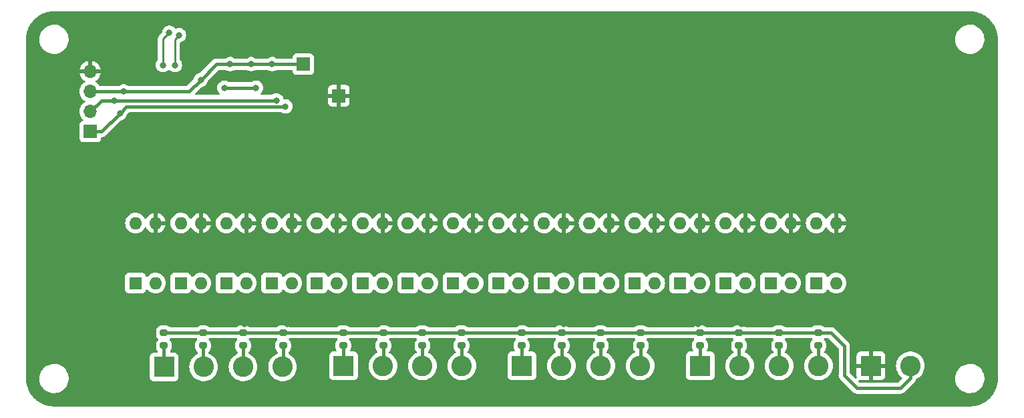
<source format=gbl>
G04 #@! TF.GenerationSoftware,KiCad,Pcbnew,7.0.1*
G04 #@! TF.CreationDate,2023-06-13T03:05:22-04:00*
G04 #@! TF.ProjectId,i2c 24vin,69326320-3234-4766-996e-2e6b69636164,rev?*
G04 #@! TF.SameCoordinates,Original*
G04 #@! TF.FileFunction,Copper,L2,Bot*
G04 #@! TF.FilePolarity,Positive*
%FSLAX46Y46*%
G04 Gerber Fmt 4.6, Leading zero omitted, Abs format (unit mm)*
G04 Created by KiCad (PCBNEW 7.0.1) date 2023-06-13 03:05:22*
%MOMM*%
%LPD*%
G01*
G04 APERTURE LIST*
G04 Aperture macros list*
%AMRoundRect*
0 Rectangle with rounded corners*
0 $1 Rounding radius*
0 $2 $3 $4 $5 $6 $7 $8 $9 X,Y pos of 4 corners*
0 Add a 4 corners polygon primitive as box body*
4,1,4,$2,$3,$4,$5,$6,$7,$8,$9,$2,$3,0*
0 Add four circle primitives for the rounded corners*
1,1,$1+$1,$2,$3*
1,1,$1+$1,$4,$5*
1,1,$1+$1,$6,$7*
1,1,$1+$1,$8,$9*
0 Add four rect primitives between the rounded corners*
20,1,$1+$1,$2,$3,$4,$5,0*
20,1,$1+$1,$4,$5,$6,$7,0*
20,1,$1+$1,$6,$7,$8,$9,0*
20,1,$1+$1,$8,$9,$2,$3,0*%
G04 Aperture macros list end*
G04 #@! TA.AperFunction,ComponentPad*
%ADD10R,2.600000X2.600000*%
G04 #@! TD*
G04 #@! TA.AperFunction,ComponentPad*
%ADD11C,2.600000*%
G04 #@! TD*
G04 #@! TA.AperFunction,ComponentPad*
%ADD12R,1.600000X1.600000*%
G04 #@! TD*
G04 #@! TA.AperFunction,ComponentPad*
%ADD13O,1.600000X1.600000*%
G04 #@! TD*
G04 #@! TA.AperFunction,ComponentPad*
%ADD14R,1.700000X1.700000*%
G04 #@! TD*
G04 #@! TA.AperFunction,ComponentPad*
%ADD15O,1.700000X1.700000*%
G04 #@! TD*
G04 #@! TA.AperFunction,SMDPad,CuDef*
%ADD16RoundRect,0.200000X-0.275000X0.200000X-0.275000X-0.200000X0.275000X-0.200000X0.275000X0.200000X0*%
G04 #@! TD*
G04 #@! TA.AperFunction,ViaPad*
%ADD17C,0.800000*%
G04 #@! TD*
G04 #@! TA.AperFunction,Conductor*
%ADD18C,0.400000*%
G04 #@! TD*
G04 #@! TA.AperFunction,Conductor*
%ADD19C,0.250000*%
G04 #@! TD*
G04 APERTURE END LIST*
D10*
X153703000Y-125313000D03*
D11*
X158703000Y-125313000D03*
X163703000Y-125313000D03*
X168703000Y-125313000D03*
D12*
X162225000Y-114800000D03*
D13*
X164765000Y-114800000D03*
X164765000Y-107180000D03*
X162225000Y-107180000D03*
D12*
X133500000Y-114800000D03*
D13*
X136040000Y-114800000D03*
X136040000Y-107180000D03*
X133500000Y-107180000D03*
D12*
X191000000Y-114800000D03*
D13*
X193540000Y-114800000D03*
X193540000Y-107180000D03*
X191000000Y-107180000D03*
D12*
X156500000Y-114800000D03*
D13*
X159040000Y-114800000D03*
X159040000Y-107180000D03*
X156500000Y-107180000D03*
D10*
X197946000Y-125313000D03*
D11*
X202946000Y-125313000D03*
D10*
X108364000Y-125440000D03*
D11*
X113364000Y-125440000D03*
X118364000Y-125440000D03*
X123364000Y-125440000D03*
D12*
X110460000Y-114800000D03*
D13*
X113000000Y-114800000D03*
X113000000Y-107180000D03*
X110460000Y-107180000D03*
D12*
X168000000Y-114800000D03*
D13*
X170540000Y-114800000D03*
X170540000Y-107180000D03*
X168000000Y-107180000D03*
D10*
X131097000Y-125313000D03*
D11*
X136097000Y-125313000D03*
X141097000Y-125313000D03*
X146097000Y-125313000D03*
D14*
X99000000Y-95544000D03*
D15*
X99000000Y-93004000D03*
X99000000Y-90464000D03*
X99000000Y-87924000D03*
D12*
X150725000Y-114800000D03*
D13*
X153265000Y-114800000D03*
X153265000Y-107180000D03*
X150725000Y-107180000D03*
D12*
X139225000Y-114800000D03*
D13*
X141765000Y-114800000D03*
X141765000Y-107180000D03*
X139225000Y-107180000D03*
D10*
X176309000Y-125313000D03*
D11*
X181309000Y-125313000D03*
X186309000Y-125313000D03*
X191309000Y-125313000D03*
D14*
X130500000Y-91000000D03*
D12*
X127725000Y-114800000D03*
D13*
X130265000Y-114800000D03*
X130265000Y-107180000D03*
X127725000Y-107180000D03*
D12*
X179500000Y-114800000D03*
D13*
X182040000Y-114800000D03*
X182040000Y-107180000D03*
X179500000Y-107180000D03*
D12*
X116225000Y-114800000D03*
D13*
X118765000Y-114800000D03*
X118765000Y-107180000D03*
X116225000Y-107180000D03*
D14*
X126000000Y-87000000D03*
D12*
X122000000Y-114800000D03*
D13*
X124540000Y-114800000D03*
X124540000Y-107180000D03*
X122000000Y-107180000D03*
D12*
X173725000Y-114800000D03*
D13*
X176265000Y-114800000D03*
X176265000Y-107180000D03*
X173725000Y-107180000D03*
D12*
X145000000Y-114800000D03*
D13*
X147540000Y-114800000D03*
X147540000Y-107180000D03*
X145000000Y-107180000D03*
D12*
X185225000Y-114800000D03*
D13*
X187765000Y-114800000D03*
X187765000Y-107180000D03*
X185225000Y-107180000D03*
D12*
X104725000Y-114800000D03*
D13*
X107265000Y-114800000D03*
X107265000Y-107180000D03*
X104725000Y-107180000D03*
D16*
X131064000Y-121095000D03*
X131064000Y-122745000D03*
X181229000Y-121095000D03*
X181229000Y-122745000D03*
X168783000Y-121095000D03*
X168783000Y-122745000D03*
X108331000Y-121095000D03*
X108331000Y-122745000D03*
X146050000Y-121095000D03*
X146050000Y-122745000D03*
X153670000Y-121095000D03*
X153670000Y-122745000D03*
X136144000Y-121095000D03*
X136144000Y-122745000D03*
X123444000Y-121095000D03*
X123444000Y-122745000D03*
X176276000Y-121095000D03*
X176276000Y-122745000D03*
X191262000Y-121095000D03*
X191262000Y-122745000D03*
X163703000Y-121095000D03*
X163703000Y-122745000D03*
X118364000Y-121095000D03*
X118364000Y-122745000D03*
X186309000Y-121095000D03*
X186309000Y-122745000D03*
X158750000Y-121095000D03*
X158750000Y-122745000D03*
X141097000Y-121095000D03*
X141097000Y-122745000D03*
X113284000Y-121095000D03*
X113284000Y-122745000D03*
D17*
X112500000Y-120000000D03*
X113030000Y-85598000D03*
X118500000Y-120000000D03*
X110998000Y-127889000D03*
X124000000Y-120000000D03*
X106172000Y-85598000D03*
X138430000Y-127762000D03*
X135500000Y-120000000D03*
X153000000Y-120000000D03*
X179197000Y-127762000D03*
X115951000Y-127762000D03*
X115500000Y-99500000D03*
X188976000Y-127635000D03*
X143637000Y-127889000D03*
X134112000Y-127762000D03*
X187500000Y-120000000D03*
X147500000Y-120000000D03*
X176000000Y-120000000D03*
X166370000Y-127508000D03*
X107000000Y-120000000D03*
X181500000Y-120000000D03*
X164500000Y-120000000D03*
X183642000Y-127635000D03*
X115500000Y-101000000D03*
X161544000Y-127635000D03*
X170500000Y-120000000D03*
X156337000Y-127762000D03*
X142000000Y-120000000D03*
X120904000Y-127635000D03*
X159000000Y-120000000D03*
X113000000Y-89000000D03*
X116713000Y-86995000D03*
X122047000Y-86995000D03*
X119380000Y-86995000D03*
X103211000Y-90464000D03*
X108204000Y-87122000D03*
X109000000Y-83000000D03*
X102762500Y-93237500D03*
X123738000Y-92369000D03*
X102068000Y-91607000D03*
X122595000Y-91607000D03*
X110236000Y-83312000D03*
X109728000Y-87122000D03*
X120000000Y-90000000D03*
X116000000Y-90000000D03*
D18*
X131064000Y-125280000D02*
X131097000Y-125313000D01*
X131064000Y-122745000D02*
X131064000Y-125280000D01*
X108331000Y-125407000D02*
X108364000Y-125440000D01*
X108331000Y-122745000D02*
X108331000Y-125407000D01*
X113284000Y-125360000D02*
X113364000Y-125440000D01*
X113284000Y-122745000D02*
X113284000Y-125360000D01*
X118364000Y-122745000D02*
X118364000Y-125440000D01*
X123444000Y-125360000D02*
X123364000Y-125440000D01*
X123444000Y-122745000D02*
X123444000Y-125360000D01*
X136144000Y-125266000D02*
X136097000Y-125313000D01*
X136144000Y-122745000D02*
X136144000Y-125266000D01*
X141097000Y-122745000D02*
X141097000Y-125313000D01*
X103211000Y-90464000D02*
X111000000Y-90464000D01*
X111536000Y-90464000D02*
X111000000Y-90464000D01*
X113000000Y-89000000D02*
X111536000Y-90464000D01*
X99000000Y-90464000D02*
X103211000Y-90464000D01*
X125995000Y-86995000D02*
X126000000Y-87000000D01*
X116713000Y-86995000D02*
X119380000Y-86995000D01*
X119380000Y-86995000D02*
X122047000Y-86995000D01*
X115005000Y-86995000D02*
X113000000Y-89000000D01*
X116713000Y-86995000D02*
X115005000Y-86995000D01*
X122047000Y-86995000D02*
X125995000Y-86995000D01*
X146050000Y-125266000D02*
X146097000Y-125313000D01*
X146050000Y-122745000D02*
X146050000Y-125266000D01*
X123700489Y-92406511D02*
X103593489Y-92406511D01*
X100456000Y-95544000D02*
X99000000Y-95544000D01*
X123738000Y-92369000D02*
X123700489Y-92406511D01*
X103593489Y-92406511D02*
X102762500Y-93237500D01*
X102762500Y-93237500D02*
X100456000Y-95544000D01*
D19*
X109000000Y-83000000D02*
X108204000Y-83796000D01*
X108204000Y-83796000D02*
X108204000Y-87122000D01*
D18*
X100397000Y-91607000D02*
X99000000Y-93004000D01*
D19*
X109728000Y-83820000D02*
X109728000Y-87122000D01*
X110236000Y-83312000D02*
X109728000Y-83820000D01*
D18*
X122595000Y-91607000D02*
X102068000Y-91607000D01*
X102068000Y-91607000D02*
X100397000Y-91607000D01*
X176276000Y-122745000D02*
X176276000Y-125280000D01*
X176276000Y-125280000D02*
X176309000Y-125313000D01*
X153670000Y-122745000D02*
X153670000Y-125280000D01*
X153670000Y-125280000D02*
X153703000Y-125313000D01*
X158750000Y-122745000D02*
X158750000Y-125266000D01*
X158750000Y-125266000D02*
X158703000Y-125313000D01*
X163703000Y-122745000D02*
X163703000Y-125313000D01*
X168783000Y-122745000D02*
X168783000Y-125233000D01*
X168783000Y-125233000D02*
X168703000Y-125313000D01*
X181229000Y-122745000D02*
X181229000Y-125233000D01*
X181229000Y-125233000D02*
X181309000Y-125313000D01*
X186309000Y-122745000D02*
X186309000Y-125313000D01*
X191262000Y-125266000D02*
X191309000Y-125313000D01*
X191262000Y-122745000D02*
X191262000Y-125266000D01*
X116000000Y-90000000D02*
X120000000Y-90000000D01*
X196215000Y-128143000D02*
X201676000Y-128143000D01*
X163703000Y-121095000D02*
X168783000Y-121095000D01*
X194564000Y-122809000D02*
X194564000Y-126492000D01*
X181229000Y-121095000D02*
X191262000Y-121095000D01*
X123444000Y-121095000D02*
X131064000Y-121095000D01*
X168783000Y-121095000D02*
X176276000Y-121095000D01*
X118364000Y-121095000D02*
X123444000Y-121095000D01*
X153670000Y-121095000D02*
X158750000Y-121095000D01*
X113284000Y-121095000D02*
X118364000Y-121095000D01*
X191262000Y-121095000D02*
X192850000Y-121095000D01*
X201676000Y-128143000D02*
X202946000Y-126873000D01*
X131064000Y-121095000D02*
X136144000Y-121095000D01*
X146050000Y-121095000D02*
X153670000Y-121095000D01*
X136144000Y-121095000D02*
X141097000Y-121095000D01*
X194564000Y-126492000D02*
X196215000Y-128143000D01*
X141097000Y-121095000D02*
X146050000Y-121095000D01*
X202946000Y-126873000D02*
X202946000Y-125313000D01*
X158750000Y-121095000D02*
X163703000Y-121095000D01*
X108331000Y-121095000D02*
X113284000Y-121095000D01*
X176276000Y-121095000D02*
X181229000Y-121095000D01*
X192850000Y-121095000D02*
X194564000Y-122809000D01*
G04 #@! TA.AperFunction,Conductor*
G36*
X210482093Y-80278651D02*
G01*
X210631620Y-80285997D01*
X210828245Y-80296303D01*
X210840101Y-80297490D01*
X211007701Y-80322351D01*
X211008662Y-80322498D01*
X211185112Y-80350445D01*
X211195953Y-80352656D01*
X211363728Y-80394682D01*
X211365688Y-80395190D01*
X211534591Y-80440448D01*
X211544412Y-80443516D01*
X211708612Y-80502268D01*
X211711318Y-80503271D01*
X211873120Y-80565381D01*
X211881837Y-80569109D01*
X211971825Y-80611669D01*
X212040208Y-80644012D01*
X212043434Y-80645596D01*
X212197287Y-80723988D01*
X212204816Y-80728157D01*
X212290992Y-80779809D01*
X212355410Y-80818420D01*
X212359257Y-80820821D01*
X212503647Y-80914589D01*
X212510080Y-80919057D01*
X212651272Y-81023772D01*
X212655482Y-81027035D01*
X212789147Y-81135274D01*
X212794444Y-81139814D01*
X212924789Y-81257952D01*
X212929268Y-81262217D01*
X213050781Y-81383730D01*
X213055046Y-81388209D01*
X213173184Y-81518554D01*
X213177730Y-81523858D01*
X213285954Y-81657504D01*
X213289226Y-81661726D01*
X213393941Y-81802918D01*
X213398409Y-81809351D01*
X213492177Y-81953741D01*
X213494578Y-81957588D01*
X213584831Y-82108164D01*
X213589025Y-82115739D01*
X213667370Y-82269499D01*
X213669006Y-82272831D01*
X213743889Y-82431161D01*
X213747617Y-82439878D01*
X213809727Y-82601680D01*
X213810730Y-82604386D01*
X213869482Y-82768586D01*
X213872555Y-82778423D01*
X213917807Y-82947308D01*
X213918324Y-82949302D01*
X213960334Y-83117009D01*
X213962559Y-83127916D01*
X213990484Y-83304233D01*
X213990671Y-83305455D01*
X214015506Y-83472879D01*
X214016697Y-83484772D01*
X214026997Y-83681301D01*
X214027018Y-83681713D01*
X214034348Y-83830906D01*
X214034500Y-83837089D01*
X214034500Y-126736699D01*
X214033080Y-126744292D01*
X214034395Y-126782955D01*
X214034455Y-126789063D01*
X214032336Y-126935169D01*
X214032329Y-126935591D01*
X214028607Y-127144059D01*
X214027796Y-127156256D01*
X214008229Y-127325793D01*
X214008078Y-127327051D01*
X213984989Y-127510862D01*
X213983062Y-127522078D01*
X213945611Y-127693320D01*
X213945143Y-127695377D01*
X213903613Y-127871121D01*
X213900762Y-127881267D01*
X213845752Y-128049676D01*
X213844803Y-128052471D01*
X213785351Y-128220996D01*
X213781775Y-128230010D01*
X213709773Y-128392932D01*
X213708187Y-128396379D01*
X213631485Y-128556698D01*
X213627386Y-128564546D01*
X213539134Y-128719928D01*
X213536769Y-128723919D01*
X213443656Y-128874655D01*
X213439231Y-128881333D01*
X213335679Y-129027325D01*
X213332411Y-129031727D01*
X213223896Y-129171417D01*
X213219339Y-129176950D01*
X213101569Y-129311947D01*
X213097294Y-129316607D01*
X212974526Y-129443839D01*
X212970021Y-129448279D01*
X212839320Y-129570785D01*
X212833952Y-129575536D01*
X212698219Y-129688971D01*
X212693939Y-129692393D01*
X212551731Y-129801095D01*
X212545214Y-129805756D01*
X212397901Y-129904187D01*
X212393997Y-129906693D01*
X212241868Y-130000431D01*
X212234172Y-130004808D01*
X212076699Y-130087181D01*
X212073309Y-130088889D01*
X211913037Y-130166670D01*
X211904157Y-130170565D01*
X211737876Y-130235988D01*
X211735118Y-130237036D01*
X211568784Y-130298022D01*
X211558745Y-130301233D01*
X211384593Y-130349010D01*
X211382554Y-130349551D01*
X211212750Y-130393092D01*
X211201609Y-130395419D01*
X211018775Y-130425046D01*
X211017525Y-130425242D01*
X210848768Y-130450852D01*
X210836608Y-130452097D01*
X210628329Y-130463262D01*
X210627906Y-130463284D01*
X210482164Y-130470606D01*
X210475840Y-130470765D01*
X94403088Y-130468500D01*
X94396907Y-130468348D01*
X94247713Y-130461018D01*
X94247301Y-130460997D01*
X94050772Y-130450697D01*
X94038879Y-130449506D01*
X93871455Y-130424671D01*
X93870233Y-130424484D01*
X93693916Y-130396559D01*
X93683012Y-130394334D01*
X93664777Y-130389767D01*
X93515302Y-130352324D01*
X93513308Y-130351807D01*
X93344423Y-130306555D01*
X93334586Y-130303482D01*
X93170386Y-130244730D01*
X93167680Y-130243727D01*
X93005878Y-130181617D01*
X92997161Y-130177889D01*
X92838831Y-130103006D01*
X92835499Y-130101370D01*
X92807652Y-130087181D01*
X92681732Y-130023021D01*
X92674164Y-130018831D01*
X92523588Y-129928578D01*
X92519741Y-129926177D01*
X92375351Y-129832409D01*
X92368918Y-129827941D01*
X92227726Y-129723226D01*
X92223504Y-129719954D01*
X92089858Y-129611730D01*
X92084554Y-129607184D01*
X91954209Y-129489046D01*
X91949730Y-129484781D01*
X91828217Y-129363268D01*
X91823952Y-129358789D01*
X91705811Y-129228441D01*
X91701274Y-129223147D01*
X91593035Y-129089482D01*
X91589772Y-129085272D01*
X91485057Y-128944080D01*
X91480589Y-128937647D01*
X91386821Y-128793257D01*
X91384420Y-128789410D01*
X91340578Y-128716265D01*
X91294157Y-128638816D01*
X91289988Y-128631287D01*
X91211596Y-128477434D01*
X91210012Y-128474208D01*
X91166203Y-128381582D01*
X91135109Y-128315837D01*
X91131381Y-128307120D01*
X91069271Y-128145318D01*
X91068268Y-128142612D01*
X91009516Y-127978412D01*
X91006448Y-127968591D01*
X90961190Y-127799688D01*
X90960674Y-127797696D01*
X90955791Y-127778201D01*
X90918656Y-127629953D01*
X90916445Y-127619112D01*
X90888498Y-127442662D01*
X90888351Y-127441701D01*
X90863490Y-127274101D01*
X90862303Y-127262245D01*
X90851997Y-127065620D01*
X90847828Y-126980766D01*
X92545787Y-126980766D01*
X92575413Y-127250015D01*
X92581715Y-127274119D01*
X92643928Y-127512088D01*
X92749870Y-127761390D01*
X92890982Y-127992610D01*
X93064255Y-128200820D01*
X93064256Y-128200821D01*
X93064258Y-128200823D01*
X93265993Y-128381578D01*
X93265995Y-128381579D01*
X93265998Y-128381582D01*
X93491910Y-128531044D01*
X93615650Y-128589051D01*
X93737171Y-128646018D01*
X93737173Y-128646018D01*
X93737176Y-128646020D01*
X93996569Y-128724060D01*
X93996572Y-128724060D01*
X93996574Y-128724061D01*
X94264558Y-128763500D01*
X94264561Y-128763500D01*
X94467630Y-128763500D01*
X94467631Y-128763500D01*
X94670156Y-128748677D01*
X94934553Y-128689780D01*
X95187558Y-128593014D01*
X95423777Y-128460441D01*
X95638177Y-128294888D01*
X95826186Y-128099881D01*
X95983799Y-127879579D01*
X96107656Y-127638675D01*
X96195118Y-127382305D01*
X96244319Y-127115933D01*
X96254212Y-126845235D01*
X96248699Y-126795134D01*
X96247984Y-126788638D01*
X106555500Y-126788638D01*
X106562011Y-126849201D01*
X106574841Y-126883598D01*
X106613111Y-126986205D01*
X106700738Y-127103261D01*
X106817794Y-127190888D01*
X106817795Y-127190888D01*
X106817796Y-127190889D01*
X106954799Y-127241989D01*
X107015362Y-127248500D01*
X109712638Y-127248500D01*
X109773201Y-127241989D01*
X109910204Y-127190889D01*
X110027261Y-127103261D01*
X110114889Y-126986204D01*
X110165989Y-126849201D01*
X110172500Y-126788638D01*
X110172500Y-124091362D01*
X110165989Y-124030799D01*
X110114889Y-123893796D01*
X110114888Y-123893794D01*
X110027261Y-123776738D01*
X109910205Y-123689111D01*
X109822007Y-123656215D01*
X109773201Y-123638011D01*
X109712638Y-123631500D01*
X109225662Y-123631500D01*
X109168459Y-123617767D01*
X109123726Y-123579561D01*
X109101213Y-123525211D01*
X109105829Y-123466564D01*
X109136567Y-123416405D01*
X109167814Y-123385157D01*
X109167814Y-123385156D01*
X109167816Y-123385155D01*
X109256827Y-123237913D01*
X109308013Y-123073649D01*
X109314500Y-123002265D01*
X109314499Y-122487736D01*
X109311934Y-122459511D01*
X109308013Y-122416351D01*
X109298483Y-122385769D01*
X109256827Y-122252087D01*
X109167816Y-122104845D01*
X109167815Y-122104844D01*
X109167814Y-122104842D01*
X109081567Y-122018595D01*
X109050829Y-121968436D01*
X109046213Y-121909789D01*
X109068726Y-121855439D01*
X109113459Y-121817233D01*
X109170662Y-121803500D01*
X112444338Y-121803500D01*
X112501541Y-121817233D01*
X112546274Y-121855439D01*
X112568787Y-121909789D01*
X112564171Y-121968436D01*
X112533433Y-122018595D01*
X112447185Y-122104842D01*
X112358173Y-122252087D01*
X112306986Y-122416351D01*
X112300500Y-122487735D01*
X112300500Y-123002264D01*
X112306986Y-123073648D01*
X112342222Y-123186726D01*
X112358173Y-123237913D01*
X112358175Y-123237916D01*
X112447185Y-123385157D01*
X112538595Y-123476567D01*
X112565909Y-123517444D01*
X112575500Y-123565662D01*
X112575500Y-123733267D01*
X112556187Y-123800303D01*
X112504169Y-123846789D01*
X112457214Y-123869401D01*
X112233260Y-124022090D01*
X112034554Y-124206461D01*
X111865557Y-124418378D01*
X111730029Y-124653119D01*
X111631001Y-124905439D01*
X111570685Y-125169699D01*
X111550429Y-125440000D01*
X111570685Y-125710300D01*
X111631001Y-125974560D01*
X111730029Y-126226880D01*
X111865557Y-126461621D01*
X112034554Y-126673538D01*
X112034557Y-126673540D01*
X112034558Y-126673542D01*
X112233257Y-126857907D01*
X112457215Y-127010599D01*
X112526160Y-127043801D01*
X112701427Y-127128206D01*
X112759192Y-127146023D01*
X112960442Y-127208101D01*
X113228472Y-127248500D01*
X113499526Y-127248500D01*
X113499528Y-127248500D01*
X113767558Y-127208101D01*
X114026572Y-127128206D01*
X114270786Y-127010599D01*
X114494743Y-126857907D01*
X114693442Y-126673542D01*
X114862443Y-126461621D01*
X114997971Y-126226879D01*
X115096999Y-125974559D01*
X115157315Y-125710299D01*
X115177571Y-125440000D01*
X115157315Y-125169701D01*
X115096999Y-124905441D01*
X114997971Y-124653121D01*
X114862443Y-124418379D01*
X114761164Y-124291379D01*
X114693445Y-124206461D01*
X114693442Y-124206458D01*
X114494743Y-124022093D01*
X114270786Y-123869401D01*
X114270785Y-123869400D01*
X114270783Y-123869399D01*
X114063831Y-123769737D01*
X114011813Y-123723251D01*
X113992500Y-123656215D01*
X113992500Y-123565662D01*
X114002091Y-123517444D01*
X114029405Y-123476567D01*
X114120814Y-123385157D01*
X114120814Y-123385156D01*
X114120816Y-123385155D01*
X114209827Y-123237913D01*
X114261013Y-123073649D01*
X114267500Y-123002265D01*
X114267499Y-122487736D01*
X114264934Y-122459511D01*
X114261013Y-122416351D01*
X114251483Y-122385769D01*
X114209827Y-122252087D01*
X114120816Y-122104845D01*
X114120815Y-122104844D01*
X114120814Y-122104842D01*
X114034567Y-122018595D01*
X114003829Y-121968436D01*
X113999213Y-121909789D01*
X114021726Y-121855439D01*
X114066459Y-121817233D01*
X114123662Y-121803500D01*
X117524338Y-121803500D01*
X117581541Y-121817233D01*
X117626274Y-121855439D01*
X117648787Y-121909789D01*
X117644171Y-121968436D01*
X117613433Y-122018595D01*
X117527185Y-122104842D01*
X117438173Y-122252087D01*
X117386986Y-122416351D01*
X117380500Y-122487735D01*
X117380500Y-123002264D01*
X117386986Y-123073648D01*
X117422222Y-123186726D01*
X117438173Y-123237913D01*
X117438175Y-123237916D01*
X117527185Y-123385157D01*
X117618595Y-123476567D01*
X117645909Y-123517444D01*
X117655500Y-123565662D01*
X117655500Y-123694741D01*
X117636187Y-123761777D01*
X117584169Y-123808263D01*
X117457214Y-123869401D01*
X117233260Y-124022090D01*
X117034554Y-124206461D01*
X116865557Y-124418378D01*
X116730029Y-124653119D01*
X116631001Y-124905439D01*
X116570685Y-125169699D01*
X116550429Y-125440000D01*
X116570685Y-125710300D01*
X116631001Y-125974560D01*
X116730029Y-126226880D01*
X116865557Y-126461621D01*
X117034554Y-126673538D01*
X117034557Y-126673540D01*
X117034558Y-126673542D01*
X117233257Y-126857907D01*
X117457215Y-127010599D01*
X117526160Y-127043801D01*
X117701427Y-127128206D01*
X117759192Y-127146023D01*
X117960442Y-127208101D01*
X118228472Y-127248500D01*
X118499526Y-127248500D01*
X118499528Y-127248500D01*
X118767558Y-127208101D01*
X119026572Y-127128206D01*
X119270786Y-127010599D01*
X119494743Y-126857907D01*
X119693442Y-126673542D01*
X119862443Y-126461621D01*
X119997971Y-126226879D01*
X120096999Y-125974559D01*
X120157315Y-125710299D01*
X120177571Y-125440000D01*
X120157315Y-125169701D01*
X120096999Y-124905441D01*
X119997971Y-124653121D01*
X119862443Y-124418379D01*
X119761164Y-124291379D01*
X119693445Y-124206461D01*
X119693442Y-124206458D01*
X119494743Y-124022093D01*
X119270786Y-123869401D01*
X119270785Y-123869400D01*
X119270783Y-123869399D01*
X119143831Y-123808263D01*
X119091813Y-123761777D01*
X119072500Y-123694741D01*
X119072500Y-123565662D01*
X119082091Y-123517444D01*
X119109405Y-123476567D01*
X119200814Y-123385157D01*
X119200814Y-123385156D01*
X119200816Y-123385155D01*
X119289827Y-123237913D01*
X119341013Y-123073649D01*
X119347500Y-123002265D01*
X119347499Y-122487736D01*
X119344934Y-122459511D01*
X119341013Y-122416351D01*
X119331483Y-122385769D01*
X119289827Y-122252087D01*
X119200816Y-122104845D01*
X119200815Y-122104844D01*
X119200814Y-122104842D01*
X119114567Y-122018595D01*
X119083829Y-121968436D01*
X119079213Y-121909789D01*
X119101726Y-121855439D01*
X119146459Y-121817233D01*
X119203662Y-121803500D01*
X122604338Y-121803500D01*
X122661541Y-121817233D01*
X122706274Y-121855439D01*
X122728787Y-121909789D01*
X122724171Y-121968436D01*
X122693433Y-122018595D01*
X122607185Y-122104842D01*
X122518173Y-122252087D01*
X122466986Y-122416351D01*
X122460500Y-122487735D01*
X122460500Y-123002264D01*
X122466986Y-123073648D01*
X122502222Y-123186726D01*
X122518173Y-123237913D01*
X122518175Y-123237916D01*
X122607185Y-123385157D01*
X122698595Y-123476567D01*
X122725909Y-123517444D01*
X122735500Y-123565662D01*
X122735500Y-123656215D01*
X122716187Y-123723251D01*
X122664169Y-123769737D01*
X122457214Y-123869401D01*
X122233260Y-124022090D01*
X122034554Y-124206461D01*
X121865557Y-124418378D01*
X121730029Y-124653119D01*
X121631001Y-124905439D01*
X121570685Y-125169699D01*
X121550429Y-125440000D01*
X121570685Y-125710300D01*
X121631001Y-125974560D01*
X121730029Y-126226880D01*
X121865557Y-126461621D01*
X122034554Y-126673538D01*
X122034557Y-126673540D01*
X122034558Y-126673542D01*
X122233257Y-126857907D01*
X122457215Y-127010599D01*
X122526160Y-127043801D01*
X122701427Y-127128206D01*
X122759192Y-127146023D01*
X122960442Y-127208101D01*
X123228472Y-127248500D01*
X123499526Y-127248500D01*
X123499528Y-127248500D01*
X123767558Y-127208101D01*
X124026572Y-127128206D01*
X124270786Y-127010599D01*
X124494743Y-126857907D01*
X124693442Y-126673542D01*
X124862443Y-126461621D01*
X124997971Y-126226879D01*
X125096999Y-125974559D01*
X125157315Y-125710299D01*
X125177571Y-125440000D01*
X125157315Y-125169701D01*
X125096999Y-124905441D01*
X124997971Y-124653121D01*
X124862443Y-124418379D01*
X124761164Y-124291379D01*
X124693445Y-124206461D01*
X124693442Y-124206458D01*
X124494743Y-124022093D01*
X124270786Y-123869401D01*
X124223830Y-123846788D01*
X124171813Y-123800303D01*
X124152500Y-123733267D01*
X124152500Y-123565662D01*
X124162091Y-123517444D01*
X124189405Y-123476567D01*
X124280814Y-123385157D01*
X124280814Y-123385156D01*
X124280816Y-123385155D01*
X124369827Y-123237913D01*
X124421013Y-123073649D01*
X124427500Y-123002265D01*
X124427499Y-122487736D01*
X124424934Y-122459511D01*
X124421013Y-122416351D01*
X124411483Y-122385769D01*
X124369827Y-122252087D01*
X124280816Y-122104845D01*
X124280815Y-122104844D01*
X124280814Y-122104842D01*
X124194567Y-122018595D01*
X124163829Y-121968436D01*
X124159213Y-121909789D01*
X124181726Y-121855439D01*
X124226459Y-121817233D01*
X124283662Y-121803500D01*
X130224338Y-121803500D01*
X130281541Y-121817233D01*
X130326274Y-121855439D01*
X130348787Y-121909789D01*
X130344171Y-121968436D01*
X130313433Y-122018595D01*
X130227185Y-122104842D01*
X130138173Y-122252087D01*
X130086986Y-122416351D01*
X130080500Y-122487735D01*
X130080500Y-123002264D01*
X130086986Y-123073648D01*
X130138174Y-123237916D01*
X130183755Y-123313316D01*
X130201913Y-123376597D01*
X130185675Y-123440398D01*
X130139476Y-123487301D01*
X130075927Y-123504500D01*
X129748362Y-123504500D01*
X129687799Y-123511011D01*
X129550794Y-123562111D01*
X129433738Y-123649738D01*
X129346111Y-123766794D01*
X129307841Y-123869401D01*
X129295011Y-123903799D01*
X129288500Y-123964362D01*
X129288500Y-126661638D01*
X129295011Y-126722201D01*
X129320561Y-126790702D01*
X129346111Y-126859205D01*
X129433738Y-126976261D01*
X129550794Y-127063888D01*
X129550795Y-127063888D01*
X129550796Y-127063889D01*
X129687799Y-127114989D01*
X129748362Y-127121500D01*
X132445638Y-127121500D01*
X132506201Y-127114989D01*
X132643204Y-127063889D01*
X132760261Y-126976261D01*
X132847889Y-126859204D01*
X132898989Y-126722201D01*
X132905500Y-126661638D01*
X132905500Y-123964362D01*
X132898989Y-123903799D01*
X132847889Y-123766796D01*
X132829628Y-123742402D01*
X132760261Y-123649738D01*
X132643205Y-123562111D01*
X132523448Y-123517444D01*
X132506201Y-123511011D01*
X132445638Y-123504500D01*
X132052073Y-123504500D01*
X131988524Y-123487301D01*
X131942325Y-123440398D01*
X131926087Y-123376597D01*
X131944245Y-123313316D01*
X131989825Y-123237916D01*
X131989824Y-123237916D01*
X131989827Y-123237913D01*
X132041013Y-123073649D01*
X132047500Y-123002265D01*
X132047499Y-122487736D01*
X132044934Y-122459511D01*
X132041013Y-122416351D01*
X132031483Y-122385769D01*
X131989827Y-122252087D01*
X131900816Y-122104845D01*
X131900815Y-122104844D01*
X131900814Y-122104842D01*
X131814567Y-122018595D01*
X131783829Y-121968436D01*
X131779213Y-121909789D01*
X131801726Y-121855439D01*
X131846459Y-121817233D01*
X131903662Y-121803500D01*
X135304338Y-121803500D01*
X135361541Y-121817233D01*
X135406274Y-121855439D01*
X135428787Y-121909789D01*
X135424171Y-121968436D01*
X135393433Y-122018595D01*
X135307185Y-122104842D01*
X135218173Y-122252087D01*
X135166986Y-122416351D01*
X135160500Y-122487735D01*
X135160500Y-123002264D01*
X135166986Y-123073648D01*
X135202222Y-123186726D01*
X135218173Y-123237913D01*
X135218175Y-123237916D01*
X135307185Y-123385157D01*
X135384721Y-123462693D01*
X135415676Y-123513525D01*
X135419846Y-123572894D01*
X135396301Y-123627554D01*
X135350296Y-123665310D01*
X135190212Y-123742402D01*
X134966260Y-123895090D01*
X134767554Y-124079461D01*
X134598557Y-124291378D01*
X134463029Y-124526119D01*
X134364001Y-124778439D01*
X134303685Y-125042699D01*
X134283429Y-125312999D01*
X134303685Y-125583300D01*
X134364001Y-125847560D01*
X134463029Y-126099880D01*
X134598557Y-126334621D01*
X134767554Y-126546538D01*
X134767557Y-126546540D01*
X134767558Y-126546542D01*
X134966257Y-126730907D01*
X135190215Y-126883599D01*
X135297301Y-126935169D01*
X135434427Y-127001206D01*
X135492192Y-127019023D01*
X135693442Y-127081101D01*
X135961472Y-127121500D01*
X136232526Y-127121500D01*
X136232528Y-127121500D01*
X136500558Y-127081101D01*
X136759572Y-127001206D01*
X137003786Y-126883599D01*
X137227743Y-126730907D01*
X137426442Y-126546542D01*
X137595443Y-126334621D01*
X137730971Y-126099879D01*
X137829999Y-125847559D01*
X137890315Y-125583299D01*
X137910571Y-125313000D01*
X137890315Y-125042701D01*
X137829999Y-124778441D01*
X137730971Y-124526121D01*
X137595443Y-124291379D01*
X137527721Y-124206458D01*
X137426445Y-124079461D01*
X137426442Y-124079458D01*
X137227743Y-123895093D01*
X137003786Y-123742401D01*
X137003785Y-123742400D01*
X137003783Y-123742399D01*
X136923831Y-123703897D01*
X136871813Y-123657411D01*
X136852500Y-123590375D01*
X136852500Y-123565662D01*
X136862091Y-123517444D01*
X136889405Y-123476567D01*
X136980814Y-123385157D01*
X136980814Y-123385156D01*
X136980816Y-123385155D01*
X137069827Y-123237913D01*
X137121013Y-123073649D01*
X137127500Y-123002265D01*
X137127499Y-122487736D01*
X137124934Y-122459511D01*
X137121013Y-122416351D01*
X137111483Y-122385769D01*
X137069827Y-122252087D01*
X136980816Y-122104845D01*
X136980815Y-122104844D01*
X136980814Y-122104842D01*
X136894567Y-122018595D01*
X136863829Y-121968436D01*
X136859213Y-121909789D01*
X136881726Y-121855439D01*
X136926459Y-121817233D01*
X136983662Y-121803500D01*
X140257338Y-121803500D01*
X140314541Y-121817233D01*
X140359274Y-121855439D01*
X140381787Y-121909789D01*
X140377171Y-121968436D01*
X140346433Y-122018595D01*
X140260185Y-122104842D01*
X140171173Y-122252087D01*
X140119986Y-122416351D01*
X140113500Y-122487735D01*
X140113500Y-123002264D01*
X140119986Y-123073648D01*
X140155222Y-123186726D01*
X140171173Y-123237913D01*
X140171175Y-123237916D01*
X140260185Y-123385157D01*
X140351595Y-123476567D01*
X140378909Y-123517444D01*
X140388500Y-123565662D01*
X140388500Y-123567741D01*
X140369187Y-123634777D01*
X140317169Y-123681263D01*
X140190214Y-123742401D01*
X139966260Y-123895090D01*
X139767554Y-124079461D01*
X139598557Y-124291378D01*
X139463029Y-124526119D01*
X139364001Y-124778439D01*
X139303685Y-125042699D01*
X139283429Y-125312999D01*
X139303685Y-125583300D01*
X139364001Y-125847560D01*
X139463029Y-126099880D01*
X139598557Y-126334621D01*
X139767554Y-126546538D01*
X139767557Y-126546540D01*
X139767558Y-126546542D01*
X139966257Y-126730907D01*
X140190215Y-126883599D01*
X140297301Y-126935169D01*
X140434427Y-127001206D01*
X140492192Y-127019023D01*
X140693442Y-127081101D01*
X140961472Y-127121500D01*
X141232526Y-127121500D01*
X141232528Y-127121500D01*
X141500558Y-127081101D01*
X141759572Y-127001206D01*
X142003786Y-126883599D01*
X142227743Y-126730907D01*
X142426442Y-126546542D01*
X142595443Y-126334621D01*
X142730971Y-126099879D01*
X142829999Y-125847559D01*
X142890315Y-125583299D01*
X142910571Y-125313000D01*
X142890315Y-125042701D01*
X142829999Y-124778441D01*
X142730971Y-124526121D01*
X142595443Y-124291379D01*
X142527721Y-124206458D01*
X142426445Y-124079461D01*
X142426442Y-124079458D01*
X142227743Y-123895093D01*
X142003786Y-123742401D01*
X142003785Y-123742400D01*
X142003783Y-123742399D01*
X141876831Y-123681263D01*
X141824813Y-123634777D01*
X141805500Y-123567741D01*
X141805500Y-123565662D01*
X141815091Y-123517444D01*
X141842405Y-123476567D01*
X141933814Y-123385157D01*
X141933814Y-123385156D01*
X141933816Y-123385155D01*
X142022827Y-123237913D01*
X142074013Y-123073649D01*
X142080500Y-123002265D01*
X142080499Y-122487736D01*
X142077934Y-122459511D01*
X142074013Y-122416351D01*
X142064483Y-122385769D01*
X142022827Y-122252087D01*
X141933816Y-122104845D01*
X141933815Y-122104844D01*
X141933814Y-122104842D01*
X141847567Y-122018595D01*
X141816829Y-121968436D01*
X141812213Y-121909789D01*
X141834726Y-121855439D01*
X141879459Y-121817233D01*
X141936662Y-121803500D01*
X145210338Y-121803500D01*
X145267541Y-121817233D01*
X145312274Y-121855439D01*
X145334787Y-121909789D01*
X145330171Y-121968436D01*
X145299433Y-122018595D01*
X145213185Y-122104842D01*
X145124173Y-122252087D01*
X145072986Y-122416351D01*
X145066500Y-122487735D01*
X145066500Y-123002264D01*
X145072986Y-123073648D01*
X145108222Y-123186726D01*
X145124173Y-123237913D01*
X145124175Y-123237916D01*
X145213185Y-123385157D01*
X145304595Y-123476567D01*
X145331909Y-123517444D01*
X145341500Y-123565662D01*
X145341500Y-123590375D01*
X145322187Y-123657411D01*
X145270169Y-123703897D01*
X145190214Y-123742401D01*
X144966260Y-123895090D01*
X144767554Y-124079461D01*
X144598557Y-124291378D01*
X144463029Y-124526119D01*
X144364001Y-124778439D01*
X144303685Y-125042699D01*
X144283429Y-125312999D01*
X144303685Y-125583300D01*
X144364001Y-125847560D01*
X144463029Y-126099880D01*
X144598557Y-126334621D01*
X144767554Y-126546538D01*
X144767557Y-126546540D01*
X144767558Y-126546542D01*
X144966257Y-126730907D01*
X145190215Y-126883599D01*
X145297301Y-126935169D01*
X145434427Y-127001206D01*
X145492192Y-127019023D01*
X145693442Y-127081101D01*
X145961472Y-127121500D01*
X146232526Y-127121500D01*
X146232528Y-127121500D01*
X146500558Y-127081101D01*
X146759572Y-127001206D01*
X147003786Y-126883599D01*
X147227743Y-126730907D01*
X147426442Y-126546542D01*
X147595443Y-126334621D01*
X147730971Y-126099879D01*
X147829999Y-125847559D01*
X147890315Y-125583299D01*
X147910571Y-125313000D01*
X147890315Y-125042701D01*
X147829999Y-124778441D01*
X147730971Y-124526121D01*
X147595443Y-124291379D01*
X147527721Y-124206458D01*
X147426445Y-124079461D01*
X147426442Y-124079458D01*
X147227743Y-123895093D01*
X147003786Y-123742401D01*
X147003785Y-123742400D01*
X147003783Y-123742399D01*
X146860302Y-123673303D01*
X146843703Y-123665309D01*
X146797698Y-123627554D01*
X146774153Y-123572894D01*
X146778323Y-123513524D01*
X146809276Y-123462694D01*
X146886816Y-123385155D01*
X146975827Y-123237913D01*
X147027013Y-123073649D01*
X147033500Y-123002265D01*
X147033499Y-122487736D01*
X147030934Y-122459511D01*
X147027013Y-122416351D01*
X147017483Y-122385769D01*
X146975827Y-122252087D01*
X146886816Y-122104845D01*
X146886815Y-122104844D01*
X146886814Y-122104842D01*
X146800567Y-122018595D01*
X146769829Y-121968436D01*
X146765213Y-121909789D01*
X146787726Y-121855439D01*
X146832459Y-121817233D01*
X146889662Y-121803500D01*
X152830338Y-121803500D01*
X152887541Y-121817233D01*
X152932274Y-121855439D01*
X152954787Y-121909789D01*
X152950171Y-121968436D01*
X152919433Y-122018595D01*
X152833185Y-122104842D01*
X152744173Y-122252087D01*
X152692986Y-122416351D01*
X152686500Y-122487735D01*
X152686500Y-123002264D01*
X152692986Y-123073648D01*
X152744174Y-123237916D01*
X152789755Y-123313316D01*
X152807913Y-123376597D01*
X152791675Y-123440398D01*
X152745476Y-123487301D01*
X152681927Y-123504500D01*
X152354362Y-123504500D01*
X152293799Y-123511011D01*
X152156794Y-123562111D01*
X152039738Y-123649738D01*
X151952111Y-123766794D01*
X151913841Y-123869401D01*
X151901011Y-123903799D01*
X151894500Y-123964362D01*
X151894500Y-126661638D01*
X151901011Y-126722201D01*
X151926561Y-126790702D01*
X151952111Y-126859205D01*
X152039738Y-126976261D01*
X152156794Y-127063888D01*
X152156795Y-127063888D01*
X152156796Y-127063889D01*
X152293799Y-127114989D01*
X152354362Y-127121500D01*
X155051638Y-127121500D01*
X155112201Y-127114989D01*
X155249204Y-127063889D01*
X155366261Y-126976261D01*
X155453889Y-126859204D01*
X155504989Y-126722201D01*
X155511500Y-126661638D01*
X155511500Y-123964362D01*
X155504989Y-123903799D01*
X155453889Y-123766796D01*
X155435628Y-123742402D01*
X155366261Y-123649738D01*
X155249205Y-123562111D01*
X155129448Y-123517444D01*
X155112201Y-123511011D01*
X155051638Y-123504500D01*
X154658073Y-123504500D01*
X154594524Y-123487301D01*
X154548325Y-123440398D01*
X154532087Y-123376597D01*
X154550245Y-123313316D01*
X154595825Y-123237916D01*
X154595824Y-123237916D01*
X154595827Y-123237913D01*
X154647013Y-123073649D01*
X154653500Y-123002265D01*
X154653499Y-122487736D01*
X154650934Y-122459511D01*
X154647013Y-122416351D01*
X154637483Y-122385769D01*
X154595827Y-122252087D01*
X154506816Y-122104845D01*
X154506815Y-122104844D01*
X154506814Y-122104842D01*
X154420567Y-122018595D01*
X154389829Y-121968436D01*
X154385213Y-121909789D01*
X154407726Y-121855439D01*
X154452459Y-121817233D01*
X154509662Y-121803500D01*
X157910338Y-121803500D01*
X157967541Y-121817233D01*
X158012274Y-121855439D01*
X158034787Y-121909789D01*
X158030171Y-121968436D01*
X157999433Y-122018595D01*
X157913185Y-122104842D01*
X157824173Y-122252087D01*
X157772986Y-122416351D01*
X157766500Y-122487735D01*
X157766500Y-123002264D01*
X157772986Y-123073648D01*
X157808222Y-123186726D01*
X157824173Y-123237913D01*
X157824175Y-123237916D01*
X157913185Y-123385157D01*
X157990721Y-123462693D01*
X158021676Y-123513525D01*
X158025846Y-123572894D01*
X158002301Y-123627554D01*
X157956296Y-123665310D01*
X157796212Y-123742402D01*
X157572260Y-123895090D01*
X157373554Y-124079461D01*
X157204557Y-124291378D01*
X157069029Y-124526119D01*
X156970001Y-124778439D01*
X156909685Y-125042699D01*
X156889429Y-125312999D01*
X156909685Y-125583300D01*
X156970001Y-125847560D01*
X157069029Y-126099880D01*
X157204557Y-126334621D01*
X157373554Y-126546538D01*
X157373557Y-126546540D01*
X157373558Y-126546542D01*
X157572257Y-126730907D01*
X157796215Y-126883599D01*
X157903301Y-126935169D01*
X158040427Y-127001206D01*
X158098192Y-127019023D01*
X158299442Y-127081101D01*
X158567472Y-127121500D01*
X158838526Y-127121500D01*
X158838528Y-127121500D01*
X159106558Y-127081101D01*
X159365572Y-127001206D01*
X159609786Y-126883599D01*
X159833743Y-126730907D01*
X160032442Y-126546542D01*
X160201443Y-126334621D01*
X160336971Y-126099879D01*
X160435999Y-125847559D01*
X160496315Y-125583299D01*
X160516571Y-125313000D01*
X160496315Y-125042701D01*
X160435999Y-124778441D01*
X160336971Y-124526121D01*
X160201443Y-124291379D01*
X160133721Y-124206458D01*
X160032445Y-124079461D01*
X160032442Y-124079458D01*
X159833743Y-123895093D01*
X159609786Y-123742401D01*
X159609785Y-123742400D01*
X159609783Y-123742399D01*
X159529831Y-123703897D01*
X159477813Y-123657411D01*
X159458500Y-123590375D01*
X159458500Y-123565662D01*
X159468091Y-123517444D01*
X159495405Y-123476567D01*
X159586814Y-123385157D01*
X159586814Y-123385156D01*
X159586816Y-123385155D01*
X159675827Y-123237913D01*
X159727013Y-123073649D01*
X159733500Y-123002265D01*
X159733499Y-122487736D01*
X159730934Y-122459511D01*
X159727013Y-122416351D01*
X159717483Y-122385769D01*
X159675827Y-122252087D01*
X159586816Y-122104845D01*
X159586815Y-122104844D01*
X159586814Y-122104842D01*
X159500567Y-122018595D01*
X159469829Y-121968436D01*
X159465213Y-121909789D01*
X159487726Y-121855439D01*
X159532459Y-121817233D01*
X159589662Y-121803500D01*
X162863338Y-121803500D01*
X162920541Y-121817233D01*
X162965274Y-121855439D01*
X162987787Y-121909789D01*
X162983171Y-121968436D01*
X162952433Y-122018595D01*
X162866185Y-122104842D01*
X162777173Y-122252087D01*
X162725986Y-122416351D01*
X162719500Y-122487735D01*
X162719500Y-123002264D01*
X162725986Y-123073648D01*
X162761222Y-123186726D01*
X162777173Y-123237913D01*
X162777175Y-123237916D01*
X162866185Y-123385157D01*
X162957595Y-123476567D01*
X162984909Y-123517444D01*
X162994500Y-123565662D01*
X162994500Y-123567741D01*
X162975187Y-123634777D01*
X162923169Y-123681263D01*
X162796214Y-123742401D01*
X162572260Y-123895090D01*
X162373554Y-124079461D01*
X162204557Y-124291378D01*
X162069029Y-124526119D01*
X161970001Y-124778439D01*
X161909685Y-125042699D01*
X161889429Y-125312999D01*
X161909685Y-125583300D01*
X161970001Y-125847560D01*
X162069029Y-126099880D01*
X162204557Y-126334621D01*
X162373554Y-126546538D01*
X162373557Y-126546540D01*
X162373558Y-126546542D01*
X162572257Y-126730907D01*
X162796215Y-126883599D01*
X162903301Y-126935169D01*
X163040427Y-127001206D01*
X163098192Y-127019023D01*
X163299442Y-127081101D01*
X163567472Y-127121500D01*
X163838526Y-127121500D01*
X163838528Y-127121500D01*
X164106558Y-127081101D01*
X164365572Y-127001206D01*
X164609786Y-126883599D01*
X164833743Y-126730907D01*
X165032442Y-126546542D01*
X165201443Y-126334621D01*
X165336971Y-126099879D01*
X165435999Y-125847559D01*
X165496315Y-125583299D01*
X165516571Y-125313000D01*
X165496315Y-125042701D01*
X165435999Y-124778441D01*
X165336971Y-124526121D01*
X165201443Y-124291379D01*
X165133721Y-124206458D01*
X165032445Y-124079461D01*
X165032442Y-124079458D01*
X164833743Y-123895093D01*
X164609786Y-123742401D01*
X164609785Y-123742400D01*
X164609783Y-123742399D01*
X164482831Y-123681263D01*
X164430813Y-123634777D01*
X164411500Y-123567741D01*
X164411500Y-123565662D01*
X164421091Y-123517444D01*
X164448405Y-123476567D01*
X164539814Y-123385157D01*
X164539814Y-123385156D01*
X164539816Y-123385155D01*
X164628827Y-123237913D01*
X164680013Y-123073649D01*
X164686500Y-123002265D01*
X164686499Y-122487736D01*
X164683934Y-122459511D01*
X164680013Y-122416351D01*
X164670483Y-122385769D01*
X164628827Y-122252087D01*
X164539816Y-122104845D01*
X164539815Y-122104844D01*
X164539814Y-122104842D01*
X164453567Y-122018595D01*
X164422829Y-121968436D01*
X164418213Y-121909789D01*
X164440726Y-121855439D01*
X164485459Y-121817233D01*
X164542662Y-121803500D01*
X167943338Y-121803500D01*
X168000541Y-121817233D01*
X168045274Y-121855439D01*
X168067787Y-121909789D01*
X168063171Y-121968436D01*
X168032433Y-122018595D01*
X167946185Y-122104842D01*
X167857173Y-122252087D01*
X167805986Y-122416351D01*
X167799500Y-122487735D01*
X167799500Y-123002264D01*
X167805986Y-123073648D01*
X167841222Y-123186726D01*
X167857173Y-123237913D01*
X167857175Y-123237916D01*
X167946185Y-123385157D01*
X168012994Y-123451966D01*
X168043949Y-123502798D01*
X168048119Y-123562166D01*
X168024575Y-123616827D01*
X167978569Y-123654583D01*
X167796212Y-123742402D01*
X167572260Y-123895090D01*
X167373554Y-124079461D01*
X167204557Y-124291378D01*
X167069029Y-124526119D01*
X166970001Y-124778439D01*
X166909685Y-125042699D01*
X166889429Y-125312999D01*
X166909685Y-125583300D01*
X166970001Y-125847560D01*
X167069029Y-126099880D01*
X167204557Y-126334621D01*
X167373554Y-126546538D01*
X167373557Y-126546540D01*
X167373558Y-126546542D01*
X167572257Y-126730907D01*
X167796215Y-126883599D01*
X167903301Y-126935169D01*
X168040427Y-127001206D01*
X168098192Y-127019023D01*
X168299442Y-127081101D01*
X168567472Y-127121500D01*
X168838526Y-127121500D01*
X168838528Y-127121500D01*
X169106558Y-127081101D01*
X169365572Y-127001206D01*
X169609786Y-126883599D01*
X169833743Y-126730907D01*
X170032442Y-126546542D01*
X170201443Y-126334621D01*
X170336971Y-126099879D01*
X170435999Y-125847559D01*
X170496315Y-125583299D01*
X170516571Y-125313000D01*
X170496315Y-125042701D01*
X170435999Y-124778441D01*
X170336971Y-124526121D01*
X170201443Y-124291379D01*
X170133721Y-124206458D01*
X170032445Y-124079461D01*
X170032442Y-124079458D01*
X169833743Y-123895093D01*
X169609786Y-123742401D01*
X169562830Y-123719788D01*
X169510813Y-123673303D01*
X169491500Y-123606267D01*
X169491500Y-123565662D01*
X169501091Y-123517444D01*
X169528405Y-123476567D01*
X169619814Y-123385157D01*
X169619814Y-123385156D01*
X169619816Y-123385155D01*
X169708827Y-123237913D01*
X169760013Y-123073649D01*
X169766500Y-123002265D01*
X169766499Y-122487736D01*
X169763934Y-122459511D01*
X169760013Y-122416351D01*
X169750483Y-122385769D01*
X169708827Y-122252087D01*
X169619816Y-122104845D01*
X169619815Y-122104844D01*
X169619814Y-122104842D01*
X169533567Y-122018595D01*
X169502829Y-121968436D01*
X169498213Y-121909789D01*
X169520726Y-121855439D01*
X169565459Y-121817233D01*
X169622662Y-121803500D01*
X175436338Y-121803500D01*
X175493541Y-121817233D01*
X175538274Y-121855439D01*
X175560787Y-121909789D01*
X175556171Y-121968436D01*
X175525433Y-122018595D01*
X175439185Y-122104842D01*
X175350173Y-122252087D01*
X175298986Y-122416351D01*
X175292500Y-122487735D01*
X175292500Y-123002264D01*
X175298986Y-123073648D01*
X175350174Y-123237916D01*
X175395755Y-123313316D01*
X175413913Y-123376597D01*
X175397675Y-123440398D01*
X175351476Y-123487301D01*
X175287927Y-123504500D01*
X174960362Y-123504500D01*
X174899799Y-123511011D01*
X174762794Y-123562111D01*
X174645738Y-123649738D01*
X174558111Y-123766794D01*
X174519841Y-123869401D01*
X174507011Y-123903799D01*
X174500500Y-123964362D01*
X174500500Y-126661638D01*
X174507011Y-126722201D01*
X174532561Y-126790702D01*
X174558111Y-126859205D01*
X174645738Y-126976261D01*
X174762794Y-127063888D01*
X174762795Y-127063888D01*
X174762796Y-127063889D01*
X174899799Y-127114989D01*
X174960362Y-127121500D01*
X177657638Y-127121500D01*
X177718201Y-127114989D01*
X177855204Y-127063889D01*
X177972261Y-126976261D01*
X178059889Y-126859204D01*
X178110989Y-126722201D01*
X178117500Y-126661638D01*
X178117500Y-123964362D01*
X178110989Y-123903799D01*
X178059889Y-123766796D01*
X178041628Y-123742402D01*
X177972261Y-123649738D01*
X177855205Y-123562111D01*
X177735448Y-123517444D01*
X177718201Y-123511011D01*
X177657638Y-123504500D01*
X177264073Y-123504500D01*
X177200524Y-123487301D01*
X177154325Y-123440398D01*
X177138087Y-123376597D01*
X177156245Y-123313316D01*
X177201825Y-123237916D01*
X177201824Y-123237916D01*
X177201827Y-123237913D01*
X177253013Y-123073649D01*
X177259500Y-123002265D01*
X177259499Y-122487736D01*
X177256934Y-122459511D01*
X177253013Y-122416351D01*
X177243483Y-122385769D01*
X177201827Y-122252087D01*
X177112816Y-122104845D01*
X177112815Y-122104844D01*
X177112814Y-122104842D01*
X177026567Y-122018595D01*
X176995829Y-121968436D01*
X176991213Y-121909789D01*
X177013726Y-121855439D01*
X177058459Y-121817233D01*
X177115662Y-121803500D01*
X180389338Y-121803500D01*
X180446541Y-121817233D01*
X180491274Y-121855439D01*
X180513787Y-121909789D01*
X180509171Y-121968436D01*
X180478433Y-122018595D01*
X180392185Y-122104842D01*
X180303173Y-122252087D01*
X180251986Y-122416351D01*
X180245500Y-122487735D01*
X180245500Y-123002264D01*
X180251986Y-123073648D01*
X180287222Y-123186726D01*
X180303173Y-123237913D01*
X180303175Y-123237916D01*
X180392185Y-123385157D01*
X180483595Y-123476567D01*
X180510909Y-123517444D01*
X180520500Y-123565662D01*
X180520500Y-123606267D01*
X180501187Y-123673303D01*
X180449169Y-123719789D01*
X180402214Y-123742401D01*
X180178260Y-123895090D01*
X179979554Y-124079461D01*
X179810557Y-124291378D01*
X179675029Y-124526119D01*
X179576001Y-124778439D01*
X179515685Y-125042699D01*
X179495429Y-125312999D01*
X179515685Y-125583300D01*
X179576001Y-125847560D01*
X179675029Y-126099880D01*
X179810557Y-126334621D01*
X179979554Y-126546538D01*
X179979557Y-126546540D01*
X179979558Y-126546542D01*
X180178257Y-126730907D01*
X180402215Y-126883599D01*
X180509301Y-126935169D01*
X180646427Y-127001206D01*
X180704192Y-127019023D01*
X180905442Y-127081101D01*
X181173472Y-127121500D01*
X181444526Y-127121500D01*
X181444528Y-127121500D01*
X181712558Y-127081101D01*
X181971572Y-127001206D01*
X182215786Y-126883599D01*
X182439743Y-126730907D01*
X182638442Y-126546542D01*
X182807443Y-126334621D01*
X182942971Y-126099879D01*
X183041999Y-125847559D01*
X183102315Y-125583299D01*
X183122571Y-125313000D01*
X183102315Y-125042701D01*
X183041999Y-124778441D01*
X182942971Y-124526121D01*
X182807443Y-124291379D01*
X182739721Y-124206458D01*
X182638445Y-124079461D01*
X182638442Y-124079458D01*
X182439743Y-123895093D01*
X182215786Y-123742401D01*
X182215785Y-123742400D01*
X182215783Y-123742399D01*
X182033431Y-123654583D01*
X181987425Y-123616827D01*
X181963880Y-123562166D01*
X181968051Y-123502797D01*
X181999003Y-123451967D01*
X182065816Y-123385155D01*
X182154827Y-123237913D01*
X182206013Y-123073649D01*
X182212500Y-123002265D01*
X182212499Y-122487736D01*
X182209934Y-122459511D01*
X182206013Y-122416351D01*
X182196483Y-122385769D01*
X182154827Y-122252087D01*
X182065816Y-122104845D01*
X182065815Y-122104844D01*
X182065814Y-122104842D01*
X181979567Y-122018595D01*
X181948829Y-121968436D01*
X181944213Y-121909789D01*
X181966726Y-121855439D01*
X182011459Y-121817233D01*
X182068662Y-121803500D01*
X185469338Y-121803500D01*
X185526541Y-121817233D01*
X185571274Y-121855439D01*
X185593787Y-121909789D01*
X185589171Y-121968436D01*
X185558433Y-122018595D01*
X185472185Y-122104842D01*
X185383173Y-122252087D01*
X185331986Y-122416351D01*
X185325500Y-122487735D01*
X185325500Y-123002264D01*
X185331986Y-123073648D01*
X185367222Y-123186726D01*
X185383173Y-123237913D01*
X185383175Y-123237916D01*
X185472185Y-123385157D01*
X185563595Y-123476567D01*
X185590909Y-123517444D01*
X185600500Y-123565662D01*
X185600500Y-123567741D01*
X185581187Y-123634777D01*
X185529169Y-123681263D01*
X185402214Y-123742401D01*
X185178260Y-123895090D01*
X184979554Y-124079461D01*
X184810557Y-124291378D01*
X184675029Y-124526119D01*
X184576001Y-124778439D01*
X184515685Y-125042699D01*
X184495429Y-125312999D01*
X184515685Y-125583300D01*
X184576001Y-125847560D01*
X184675029Y-126099880D01*
X184810557Y-126334621D01*
X184979554Y-126546538D01*
X184979557Y-126546540D01*
X184979558Y-126546542D01*
X185178257Y-126730907D01*
X185402215Y-126883599D01*
X185509301Y-126935169D01*
X185646427Y-127001206D01*
X185704192Y-127019023D01*
X185905442Y-127081101D01*
X186173472Y-127121500D01*
X186444526Y-127121500D01*
X186444528Y-127121500D01*
X186712558Y-127081101D01*
X186971572Y-127001206D01*
X187215786Y-126883599D01*
X187439743Y-126730907D01*
X187638442Y-126546542D01*
X187807443Y-126334621D01*
X187942971Y-126099879D01*
X188041999Y-125847559D01*
X188102315Y-125583299D01*
X188122571Y-125313000D01*
X188102315Y-125042701D01*
X188041999Y-124778441D01*
X187942971Y-124526121D01*
X187807443Y-124291379D01*
X187739721Y-124206458D01*
X187638445Y-124079461D01*
X187638442Y-124079458D01*
X187439743Y-123895093D01*
X187215786Y-123742401D01*
X187215785Y-123742400D01*
X187215783Y-123742399D01*
X187088831Y-123681263D01*
X187036813Y-123634777D01*
X187017500Y-123567741D01*
X187017500Y-123565662D01*
X187027091Y-123517444D01*
X187054405Y-123476567D01*
X187145814Y-123385157D01*
X187145814Y-123385156D01*
X187145816Y-123385155D01*
X187234827Y-123237913D01*
X187286013Y-123073649D01*
X187292500Y-123002265D01*
X187292499Y-122487736D01*
X187289934Y-122459511D01*
X187286013Y-122416351D01*
X187276483Y-122385769D01*
X187234827Y-122252087D01*
X187145816Y-122104845D01*
X187145815Y-122104844D01*
X187145814Y-122104842D01*
X187059567Y-122018595D01*
X187028829Y-121968436D01*
X187024213Y-121909789D01*
X187046726Y-121855439D01*
X187091459Y-121817233D01*
X187148662Y-121803500D01*
X190422338Y-121803500D01*
X190479541Y-121817233D01*
X190524274Y-121855439D01*
X190546787Y-121909789D01*
X190542171Y-121968436D01*
X190511433Y-122018595D01*
X190425185Y-122104842D01*
X190336173Y-122252087D01*
X190284986Y-122416351D01*
X190278500Y-122487735D01*
X190278500Y-123002264D01*
X190284986Y-123073648D01*
X190320222Y-123186726D01*
X190336173Y-123237913D01*
X190336175Y-123237916D01*
X190425185Y-123385157D01*
X190516595Y-123476567D01*
X190543909Y-123517444D01*
X190553500Y-123565662D01*
X190553500Y-123590375D01*
X190534187Y-123657411D01*
X190482169Y-123703897D01*
X190402214Y-123742401D01*
X190178260Y-123895090D01*
X189979554Y-124079461D01*
X189810557Y-124291378D01*
X189675029Y-124526119D01*
X189576001Y-124778439D01*
X189515685Y-125042699D01*
X189495429Y-125312999D01*
X189515685Y-125583300D01*
X189576001Y-125847560D01*
X189675029Y-126099880D01*
X189810557Y-126334621D01*
X189979554Y-126546538D01*
X189979557Y-126546540D01*
X189979558Y-126546542D01*
X190178257Y-126730907D01*
X190402215Y-126883599D01*
X190509301Y-126935169D01*
X190646427Y-127001206D01*
X190704192Y-127019023D01*
X190905442Y-127081101D01*
X191173472Y-127121500D01*
X191444526Y-127121500D01*
X191444528Y-127121500D01*
X191712558Y-127081101D01*
X191971572Y-127001206D01*
X192215786Y-126883599D01*
X192439743Y-126730907D01*
X192638442Y-126546542D01*
X192807443Y-126334621D01*
X192942971Y-126099879D01*
X193041999Y-125847559D01*
X193102315Y-125583299D01*
X193122571Y-125313000D01*
X193102315Y-125042701D01*
X193041999Y-124778441D01*
X192942971Y-124526121D01*
X192807443Y-124291379D01*
X192739721Y-124206458D01*
X192638445Y-124079461D01*
X192638442Y-124079458D01*
X192439743Y-123895093D01*
X192215786Y-123742401D01*
X192215785Y-123742400D01*
X192215783Y-123742399D01*
X192072302Y-123673303D01*
X192055703Y-123665309D01*
X192009698Y-123627554D01*
X191986153Y-123572894D01*
X191990323Y-123513524D01*
X192021276Y-123462694D01*
X192098816Y-123385155D01*
X192187827Y-123237913D01*
X192239013Y-123073649D01*
X192245500Y-123002265D01*
X192245499Y-122487736D01*
X192242934Y-122459511D01*
X192239013Y-122416351D01*
X192229483Y-122385769D01*
X192187827Y-122252087D01*
X192098816Y-122104845D01*
X192098815Y-122104844D01*
X192098814Y-122104842D01*
X192012567Y-122018595D01*
X191981829Y-121968436D01*
X191977213Y-121909789D01*
X191999726Y-121855439D01*
X192044459Y-121817233D01*
X192101662Y-121803500D01*
X192504340Y-121803500D01*
X192552558Y-121813091D01*
X192593435Y-121840405D01*
X193818595Y-123065565D01*
X193845909Y-123106442D01*
X193855500Y-123154660D01*
X193855500Y-126466782D01*
X193855270Y-126474390D01*
X193851597Y-126535093D01*
X193862559Y-126594910D01*
X193863704Y-126602432D01*
X193871035Y-126662801D01*
X193874649Y-126672332D01*
X193880770Y-126694289D01*
X193882610Y-126704329D01*
X193907572Y-126759794D01*
X193910483Y-126766822D01*
X193932045Y-126823673D01*
X193937839Y-126832068D01*
X193949036Y-126851922D01*
X193953223Y-126861224D01*
X193990725Y-126909092D01*
X193995235Y-126915220D01*
X194008711Y-126934743D01*
X194029785Y-126965273D01*
X194061394Y-126993276D01*
X194075316Y-127005610D01*
X194080857Y-127010827D01*
X195696171Y-128626141D01*
X195701388Y-128631682D01*
X195741727Y-128677215D01*
X195772909Y-128698739D01*
X195791790Y-128711772D01*
X195797905Y-128716271D01*
X195845775Y-128753775D01*
X195855071Y-128757959D01*
X195874931Y-128769160D01*
X195883323Y-128774953D01*
X195883324Y-128774953D01*
X195883325Y-128774954D01*
X195940204Y-128796525D01*
X195947193Y-128799420D01*
X196002671Y-128824389D01*
X196012704Y-128826227D01*
X196034666Y-128832349D01*
X196044199Y-128835965D01*
X196104565Y-128843294D01*
X196112064Y-128844435D01*
X196171908Y-128855402D01*
X196232616Y-128851729D01*
X196240223Y-128851500D01*
X201650782Y-128851500D01*
X201658390Y-128851730D01*
X201719091Y-128855402D01*
X201719091Y-128855401D01*
X201719093Y-128855402D01*
X201778941Y-128844434D01*
X201786398Y-128843299D01*
X201846801Y-128835965D01*
X201856328Y-128832351D01*
X201878294Y-128826227D01*
X201888329Y-128824389D01*
X201943797Y-128799423D01*
X201950802Y-128796522D01*
X202007675Y-128774954D01*
X202016069Y-128769159D01*
X202035926Y-128757960D01*
X202045226Y-128753775D01*
X202093140Y-128716235D01*
X202099179Y-128711791D01*
X202149273Y-128677215D01*
X202189612Y-128631680D01*
X202194811Y-128626157D01*
X203429157Y-127391811D01*
X203434683Y-127386610D01*
X203439541Y-127382306D01*
X203480215Y-127346273D01*
X203514791Y-127296179D01*
X203519247Y-127290125D01*
X203556775Y-127242226D01*
X203560960Y-127232925D01*
X203572162Y-127213065D01*
X203577954Y-127204675D01*
X203599524Y-127147795D01*
X203602433Y-127140775D01*
X203627387Y-127085331D01*
X203627386Y-127085331D01*
X203627388Y-127085329D01*
X203629225Y-127075302D01*
X203635346Y-127053342D01*
X203638965Y-127043801D01*
X203638965Y-127043796D01*
X203644391Y-127029492D01*
X203646297Y-127030215D01*
X203660671Y-126993276D01*
X203675550Y-126980766D01*
X208624787Y-126980766D01*
X208654413Y-127250015D01*
X208660715Y-127274119D01*
X208722928Y-127512088D01*
X208828870Y-127761390D01*
X208969982Y-127992610D01*
X209143255Y-128200820D01*
X209143256Y-128200821D01*
X209143258Y-128200823D01*
X209344993Y-128381578D01*
X209344995Y-128381579D01*
X209344998Y-128381582D01*
X209570910Y-128531044D01*
X209694650Y-128589051D01*
X209816171Y-128646018D01*
X209816173Y-128646018D01*
X209816176Y-128646020D01*
X210075569Y-128724060D01*
X210075572Y-128724060D01*
X210075574Y-128724061D01*
X210343558Y-128763500D01*
X210343561Y-128763500D01*
X210546630Y-128763500D01*
X210546631Y-128763500D01*
X210749156Y-128748677D01*
X211013553Y-128689780D01*
X211266558Y-128593014D01*
X211502777Y-128460441D01*
X211717177Y-128294888D01*
X211905186Y-128099881D01*
X212062799Y-127879579D01*
X212186656Y-127638675D01*
X212274118Y-127382305D01*
X212323319Y-127115933D01*
X212333212Y-126845235D01*
X212327699Y-126795134D01*
X212315365Y-126683035D01*
X212303586Y-126575982D01*
X212235072Y-126313912D01*
X212129130Y-126064610D01*
X211988018Y-125833390D01*
X211814745Y-125625180D01*
X211814741Y-125625176D01*
X211613006Y-125444421D01*
X211613003Y-125444419D01*
X211613002Y-125444418D01*
X211387090Y-125294956D01*
X211387086Y-125294954D01*
X211141828Y-125179981D01*
X210882425Y-125101938D01*
X210614442Y-125062500D01*
X210614439Y-125062500D01*
X210411369Y-125062500D01*
X210377614Y-125064970D01*
X210208839Y-125077323D01*
X209944449Y-125136219D01*
X209691441Y-125232985D01*
X209455225Y-125365557D01*
X209240820Y-125531114D01*
X209052815Y-125726117D01*
X208895200Y-125946422D01*
X208771342Y-126187328D01*
X208683882Y-126443693D01*
X208634681Y-126710065D01*
X208624787Y-126980766D01*
X203675550Y-126980766D01*
X203708447Y-126953108D01*
X203852786Y-126883599D01*
X204076743Y-126730907D01*
X204275442Y-126546542D01*
X204444443Y-126334621D01*
X204579971Y-126099879D01*
X204678999Y-125847559D01*
X204739315Y-125583299D01*
X204759571Y-125313000D01*
X204739315Y-125042701D01*
X204678999Y-124778441D01*
X204579971Y-124526121D01*
X204444443Y-124291379D01*
X204376721Y-124206458D01*
X204275445Y-124079461D01*
X204275442Y-124079458D01*
X204076743Y-123895093D01*
X203852786Y-123742401D01*
X203852785Y-123742400D01*
X203852783Y-123742399D01*
X203608572Y-123624793D01*
X203405358Y-123562111D01*
X203349558Y-123544899D01*
X203081528Y-123504500D01*
X202810472Y-123504500D01*
X202542442Y-123544899D01*
X202542438Y-123544900D01*
X202542439Y-123544900D01*
X202283427Y-123624793D01*
X202039214Y-123742401D01*
X201815260Y-123895090D01*
X201616554Y-124079461D01*
X201447557Y-124291378D01*
X201312029Y-124526119D01*
X201213001Y-124778439D01*
X201152685Y-125042699D01*
X201132429Y-125312999D01*
X201152685Y-125583300D01*
X201213001Y-125847560D01*
X201312029Y-126099880D01*
X201447557Y-126334621D01*
X201616554Y-126546538D01*
X201616557Y-126546540D01*
X201616558Y-126546542D01*
X201815257Y-126730907D01*
X201850663Y-126755046D01*
X201888210Y-126795134D01*
X201905135Y-126847387D01*
X201898220Y-126901877D01*
X201868781Y-126948247D01*
X201419435Y-127397595D01*
X201378557Y-127424909D01*
X201330339Y-127434500D01*
X196560660Y-127434500D01*
X196512442Y-127424909D01*
X196471565Y-127397595D01*
X196390759Y-127316789D01*
X196357548Y-127257982D01*
X196359477Y-127190473D01*
X196395991Y-127133657D01*
X196456598Y-127103859D01*
X196523887Y-127109639D01*
X196536904Y-127114494D01*
X196597411Y-127121000D01*
X197692000Y-127121000D01*
X197692000Y-125567000D01*
X198200000Y-125567000D01*
X198200000Y-127121000D01*
X199294589Y-127121000D01*
X199355093Y-127114494D01*
X199491962Y-127063445D01*
X199608904Y-126975904D01*
X199696445Y-126858962D01*
X199747494Y-126722093D01*
X199754000Y-126661589D01*
X199754000Y-125567000D01*
X198200000Y-125567000D01*
X197692000Y-125567000D01*
X196138000Y-125567000D01*
X196138000Y-126661589D01*
X196144505Y-126722095D01*
X196149361Y-126735114D01*
X196155140Y-126802403D01*
X196125341Y-126863009D01*
X196068525Y-126899522D01*
X196001017Y-126901450D01*
X195942210Y-126868240D01*
X195309405Y-126235435D01*
X195282091Y-126194558D01*
X195272500Y-126146340D01*
X195272500Y-125059000D01*
X196138000Y-125059000D01*
X197692000Y-125059000D01*
X197692000Y-123505000D01*
X198200000Y-123505000D01*
X198200000Y-125059000D01*
X199754000Y-125059000D01*
X199754000Y-123964411D01*
X199747494Y-123903906D01*
X199696445Y-123767037D01*
X199608904Y-123650095D01*
X199491962Y-123562554D01*
X199355093Y-123511505D01*
X199294589Y-123505000D01*
X198200000Y-123505000D01*
X197692000Y-123505000D01*
X196597411Y-123505000D01*
X196536906Y-123511505D01*
X196400037Y-123562554D01*
X196283095Y-123650095D01*
X196195554Y-123767037D01*
X196144505Y-123903906D01*
X196138000Y-123964411D01*
X196138000Y-125059000D01*
X195272500Y-125059000D01*
X195272500Y-122834218D01*
X195272730Y-122826610D01*
X195276402Y-122765908D01*
X195276402Y-122765907D01*
X195265433Y-122706052D01*
X195264295Y-122698572D01*
X195256965Y-122638199D01*
X195253349Y-122628666D01*
X195247227Y-122606702D01*
X195245389Y-122596671D01*
X195220418Y-122541189D01*
X195217524Y-122534203D01*
X195195954Y-122477325D01*
X195195952Y-122477323D01*
X195195952Y-122477321D01*
X195190161Y-122468931D01*
X195178957Y-122449067D01*
X195174775Y-122439774D01*
X195137260Y-122391891D01*
X195132766Y-122385783D01*
X195098215Y-122335727D01*
X195052682Y-122295388D01*
X195047141Y-122290171D01*
X193368827Y-120611857D01*
X193363610Y-120606316D01*
X193323273Y-120560785D01*
X193292743Y-120539711D01*
X193273220Y-120526235D01*
X193267092Y-120521725D01*
X193219224Y-120484223D01*
X193209922Y-120480036D01*
X193190068Y-120468839D01*
X193188781Y-120467951D01*
X193181675Y-120463046D01*
X193181673Y-120463045D01*
X193124822Y-120441483D01*
X193117794Y-120438572D01*
X193062329Y-120413610D01*
X193052289Y-120411770D01*
X193030332Y-120405649D01*
X193020801Y-120402035D01*
X192960432Y-120394704D01*
X192952914Y-120393559D01*
X192945153Y-120392137D01*
X192893093Y-120382597D01*
X192832390Y-120386270D01*
X192824782Y-120386500D01*
X192082662Y-120386500D01*
X192034444Y-120376909D01*
X191993567Y-120349595D01*
X191977157Y-120333185D01*
X191939322Y-120310313D01*
X191829913Y-120244173D01*
X191778725Y-120228222D01*
X191665648Y-120192986D01*
X191600750Y-120187089D01*
X191594264Y-120186500D01*
X190929735Y-120186500D01*
X190858352Y-120192986D01*
X190694087Y-120244173D01*
X190546842Y-120333185D01*
X190530433Y-120349595D01*
X190489556Y-120376909D01*
X190441338Y-120386500D01*
X187129662Y-120386500D01*
X187081444Y-120376909D01*
X187040567Y-120349595D01*
X187024157Y-120333185D01*
X186986322Y-120310313D01*
X186876913Y-120244173D01*
X186825725Y-120228222D01*
X186712648Y-120192986D01*
X186647750Y-120187089D01*
X186641264Y-120186500D01*
X185976735Y-120186500D01*
X185905352Y-120192986D01*
X185741087Y-120244173D01*
X185593842Y-120333185D01*
X185577433Y-120349595D01*
X185536556Y-120376909D01*
X185488338Y-120386500D01*
X182049662Y-120386500D01*
X182001444Y-120376909D01*
X181960567Y-120349595D01*
X181944157Y-120333185D01*
X181906322Y-120310313D01*
X181796913Y-120244173D01*
X181745725Y-120228222D01*
X181632648Y-120192986D01*
X181567750Y-120187089D01*
X181561264Y-120186500D01*
X180896735Y-120186500D01*
X180825352Y-120192986D01*
X180661087Y-120244173D01*
X180513842Y-120333185D01*
X180497433Y-120349595D01*
X180456556Y-120376909D01*
X180408338Y-120386500D01*
X177096662Y-120386500D01*
X177048444Y-120376909D01*
X177007567Y-120349595D01*
X176991157Y-120333185D01*
X176953322Y-120310313D01*
X176843913Y-120244173D01*
X176792725Y-120228222D01*
X176679648Y-120192986D01*
X176614750Y-120187089D01*
X176608264Y-120186500D01*
X175943735Y-120186500D01*
X175872352Y-120192986D01*
X175708087Y-120244173D01*
X175560842Y-120333185D01*
X175544433Y-120349595D01*
X175503556Y-120376909D01*
X175455338Y-120386500D01*
X169603662Y-120386500D01*
X169555444Y-120376909D01*
X169514567Y-120349595D01*
X169498157Y-120333185D01*
X169460322Y-120310313D01*
X169350913Y-120244173D01*
X169299725Y-120228222D01*
X169186648Y-120192986D01*
X169121750Y-120187089D01*
X169115264Y-120186500D01*
X168450735Y-120186500D01*
X168379352Y-120192986D01*
X168215087Y-120244173D01*
X168067842Y-120333185D01*
X168051433Y-120349595D01*
X168010556Y-120376909D01*
X167962338Y-120386500D01*
X164523662Y-120386500D01*
X164475444Y-120376909D01*
X164434567Y-120349595D01*
X164418157Y-120333185D01*
X164380322Y-120310313D01*
X164270913Y-120244173D01*
X164219725Y-120228222D01*
X164106648Y-120192986D01*
X164041750Y-120187089D01*
X164035264Y-120186500D01*
X163370735Y-120186500D01*
X163299352Y-120192986D01*
X163135087Y-120244173D01*
X162987842Y-120333185D01*
X162971433Y-120349595D01*
X162930556Y-120376909D01*
X162882338Y-120386500D01*
X159570662Y-120386500D01*
X159522444Y-120376909D01*
X159481567Y-120349595D01*
X159465157Y-120333185D01*
X159427322Y-120310313D01*
X159317913Y-120244173D01*
X159266725Y-120228222D01*
X159153648Y-120192986D01*
X159088750Y-120187089D01*
X159082264Y-120186500D01*
X158417735Y-120186500D01*
X158346352Y-120192986D01*
X158182087Y-120244173D01*
X158034842Y-120333185D01*
X158018433Y-120349595D01*
X157977556Y-120376909D01*
X157929338Y-120386500D01*
X154490662Y-120386500D01*
X154442444Y-120376909D01*
X154401567Y-120349595D01*
X154385157Y-120333185D01*
X154347322Y-120310313D01*
X154237913Y-120244173D01*
X154186725Y-120228222D01*
X154073648Y-120192986D01*
X154008750Y-120187089D01*
X154002264Y-120186500D01*
X153337735Y-120186500D01*
X153266352Y-120192986D01*
X153102087Y-120244173D01*
X152954842Y-120333185D01*
X152938433Y-120349595D01*
X152897556Y-120376909D01*
X152849338Y-120386500D01*
X146870662Y-120386500D01*
X146822444Y-120376909D01*
X146781567Y-120349595D01*
X146765157Y-120333185D01*
X146727322Y-120310313D01*
X146617913Y-120244173D01*
X146566725Y-120228222D01*
X146453648Y-120192986D01*
X146388750Y-120187089D01*
X146382264Y-120186500D01*
X145717735Y-120186500D01*
X145646352Y-120192986D01*
X145482087Y-120244173D01*
X145334842Y-120333185D01*
X145318433Y-120349595D01*
X145277556Y-120376909D01*
X145229338Y-120386500D01*
X141917662Y-120386500D01*
X141869444Y-120376909D01*
X141828567Y-120349595D01*
X141812157Y-120333185D01*
X141774322Y-120310313D01*
X141664913Y-120244173D01*
X141613725Y-120228222D01*
X141500648Y-120192986D01*
X141435750Y-120187089D01*
X141429264Y-120186500D01*
X140764735Y-120186500D01*
X140693352Y-120192986D01*
X140529087Y-120244173D01*
X140381842Y-120333185D01*
X140365433Y-120349595D01*
X140324556Y-120376909D01*
X140276338Y-120386500D01*
X136964662Y-120386500D01*
X136916444Y-120376909D01*
X136875567Y-120349595D01*
X136859157Y-120333185D01*
X136821322Y-120310313D01*
X136711913Y-120244173D01*
X136660725Y-120228222D01*
X136547648Y-120192986D01*
X136482750Y-120187089D01*
X136476264Y-120186500D01*
X135811735Y-120186500D01*
X135740352Y-120192986D01*
X135576087Y-120244173D01*
X135428842Y-120333185D01*
X135412433Y-120349595D01*
X135371556Y-120376909D01*
X135323338Y-120386500D01*
X131884662Y-120386500D01*
X131836444Y-120376909D01*
X131795567Y-120349595D01*
X131779157Y-120333185D01*
X131741322Y-120310313D01*
X131631913Y-120244173D01*
X131580725Y-120228222D01*
X131467648Y-120192986D01*
X131402750Y-120187089D01*
X131396264Y-120186500D01*
X130731735Y-120186500D01*
X130660352Y-120192986D01*
X130496087Y-120244173D01*
X130348842Y-120333185D01*
X130332433Y-120349595D01*
X130291556Y-120376909D01*
X130243338Y-120386500D01*
X124264662Y-120386500D01*
X124216444Y-120376909D01*
X124175567Y-120349595D01*
X124159157Y-120333185D01*
X124121322Y-120310313D01*
X124011913Y-120244173D01*
X123960725Y-120228222D01*
X123847648Y-120192986D01*
X123782750Y-120187089D01*
X123776264Y-120186500D01*
X123111735Y-120186500D01*
X123040352Y-120192986D01*
X122876087Y-120244173D01*
X122728842Y-120333185D01*
X122712433Y-120349595D01*
X122671556Y-120376909D01*
X122623338Y-120386500D01*
X119184662Y-120386500D01*
X119136444Y-120376909D01*
X119095567Y-120349595D01*
X119079157Y-120333185D01*
X119041322Y-120310313D01*
X118931913Y-120244173D01*
X118880725Y-120228222D01*
X118767648Y-120192986D01*
X118702750Y-120187089D01*
X118696264Y-120186500D01*
X118031735Y-120186500D01*
X117960352Y-120192986D01*
X117796087Y-120244173D01*
X117648842Y-120333185D01*
X117632433Y-120349595D01*
X117591556Y-120376909D01*
X117543338Y-120386500D01*
X114104662Y-120386500D01*
X114056444Y-120376909D01*
X114015567Y-120349595D01*
X113999157Y-120333185D01*
X113961322Y-120310313D01*
X113851913Y-120244173D01*
X113800725Y-120228222D01*
X113687648Y-120192986D01*
X113622750Y-120187089D01*
X113616264Y-120186500D01*
X112951735Y-120186500D01*
X112880352Y-120192986D01*
X112716087Y-120244173D01*
X112568842Y-120333185D01*
X112552433Y-120349595D01*
X112511556Y-120376909D01*
X112463338Y-120386500D01*
X109151662Y-120386500D01*
X109103444Y-120376909D01*
X109062567Y-120349595D01*
X109046157Y-120333185D01*
X109008322Y-120310313D01*
X108898913Y-120244173D01*
X108847725Y-120228222D01*
X108734648Y-120192986D01*
X108669750Y-120187089D01*
X108663264Y-120186500D01*
X107998735Y-120186500D01*
X107927352Y-120192986D01*
X107763087Y-120244173D01*
X107615842Y-120333185D01*
X107494185Y-120454842D01*
X107405173Y-120602087D01*
X107353986Y-120766351D01*
X107347500Y-120837735D01*
X107347500Y-121352264D01*
X107353986Y-121423648D01*
X107389222Y-121536725D01*
X107405173Y-121587913D01*
X107471313Y-121697322D01*
X107494185Y-121735157D01*
X107589933Y-121830905D01*
X107622545Y-121887389D01*
X107622545Y-121952611D01*
X107589933Y-122009095D01*
X107494185Y-122104842D01*
X107405173Y-122252087D01*
X107353986Y-122416351D01*
X107347500Y-122487735D01*
X107347500Y-123002264D01*
X107353986Y-123073648D01*
X107389222Y-123186726D01*
X107405173Y-123237913D01*
X107405175Y-123237916D01*
X107494185Y-123385157D01*
X107525433Y-123416405D01*
X107556171Y-123466564D01*
X107560787Y-123525211D01*
X107538274Y-123579561D01*
X107493541Y-123617767D01*
X107436338Y-123631500D01*
X107015362Y-123631500D01*
X106954799Y-123638011D01*
X106817794Y-123689111D01*
X106700738Y-123776738D01*
X106613111Y-123893794D01*
X106565259Y-124022090D01*
X106562011Y-124030799D01*
X106555500Y-124091362D01*
X106555500Y-126788638D01*
X96247984Y-126788638D01*
X96236365Y-126683035D01*
X96224586Y-126575982D01*
X96156072Y-126313912D01*
X96050130Y-126064610D01*
X95909018Y-125833390D01*
X95735745Y-125625180D01*
X95735741Y-125625176D01*
X95534006Y-125444421D01*
X95534003Y-125444419D01*
X95534002Y-125444418D01*
X95308090Y-125294956D01*
X95308086Y-125294954D01*
X95062828Y-125179981D01*
X94803425Y-125101938D01*
X94535442Y-125062500D01*
X94535439Y-125062500D01*
X94332369Y-125062500D01*
X94298614Y-125064970D01*
X94129839Y-125077323D01*
X93865449Y-125136219D01*
X93612441Y-125232985D01*
X93376225Y-125365557D01*
X93161820Y-125531114D01*
X92973815Y-125726117D01*
X92816200Y-125946422D01*
X92692342Y-126187328D01*
X92604882Y-126443693D01*
X92555681Y-126710065D01*
X92545787Y-126980766D01*
X90847828Y-126980766D01*
X90844651Y-126916093D01*
X90844500Y-126909912D01*
X90844500Y-115648638D01*
X103416500Y-115648638D01*
X103423011Y-115709200D01*
X103474111Y-115846205D01*
X103561738Y-115963261D01*
X103678794Y-116050888D01*
X103678795Y-116050888D01*
X103678796Y-116050889D01*
X103815799Y-116101989D01*
X103876362Y-116108500D01*
X105573638Y-116108500D01*
X105634201Y-116101989D01*
X105771204Y-116050889D01*
X105888261Y-115963261D01*
X105975889Y-115846204D01*
X106026989Y-115709201D01*
X106027999Y-115699800D01*
X106048706Y-115642978D01*
X106093506Y-115602348D01*
X106152077Y-115587275D01*
X106210924Y-115601230D01*
X106256490Y-115640998D01*
X106258804Y-115644303D01*
X106420696Y-115806195D01*
X106608249Y-115937522D01*
X106815756Y-116034284D01*
X106875014Y-116050162D01*
X107036913Y-116093543D01*
X107265000Y-116113498D01*
X107493087Y-116093543D01*
X107714243Y-116034284D01*
X107921749Y-115937523D01*
X108109300Y-115806198D01*
X108266860Y-115648638D01*
X109151500Y-115648638D01*
X109158011Y-115709200D01*
X109209111Y-115846205D01*
X109296738Y-115963261D01*
X109413794Y-116050888D01*
X109413795Y-116050888D01*
X109413796Y-116050889D01*
X109550799Y-116101989D01*
X109611362Y-116108500D01*
X111308638Y-116108500D01*
X111369201Y-116101989D01*
X111506204Y-116050889D01*
X111623261Y-115963261D01*
X111710889Y-115846204D01*
X111761989Y-115709201D01*
X111762999Y-115699800D01*
X111783706Y-115642978D01*
X111828506Y-115602348D01*
X111887077Y-115587275D01*
X111945924Y-115601230D01*
X111991490Y-115640998D01*
X111993804Y-115644303D01*
X112155696Y-115806195D01*
X112343249Y-115937522D01*
X112550756Y-116034284D01*
X112610014Y-116050162D01*
X112771913Y-116093543D01*
X113000000Y-116113498D01*
X113228087Y-116093543D01*
X113449243Y-116034284D01*
X113656749Y-115937523D01*
X113844300Y-115806198D01*
X114001860Y-115648638D01*
X114916500Y-115648638D01*
X114923011Y-115709200D01*
X114974111Y-115846205D01*
X115061738Y-115963261D01*
X115178794Y-116050888D01*
X115178795Y-116050888D01*
X115178796Y-116050889D01*
X115315799Y-116101989D01*
X115376362Y-116108500D01*
X117073638Y-116108500D01*
X117134201Y-116101989D01*
X117271204Y-116050889D01*
X117388261Y-115963261D01*
X117475889Y-115846204D01*
X117526989Y-115709201D01*
X117527999Y-115699800D01*
X117548706Y-115642978D01*
X117593506Y-115602348D01*
X117652077Y-115587275D01*
X117710924Y-115601230D01*
X117756490Y-115640998D01*
X117758804Y-115644303D01*
X117920696Y-115806195D01*
X118108249Y-115937522D01*
X118315756Y-116034284D01*
X118375014Y-116050162D01*
X118536913Y-116093543D01*
X118765000Y-116113498D01*
X118993087Y-116093543D01*
X119214243Y-116034284D01*
X119421749Y-115937523D01*
X119609300Y-115806198D01*
X119766860Y-115648638D01*
X120691500Y-115648638D01*
X120698011Y-115709200D01*
X120749111Y-115846205D01*
X120836738Y-115963261D01*
X120953794Y-116050888D01*
X120953795Y-116050888D01*
X120953796Y-116050889D01*
X121090799Y-116101989D01*
X121151362Y-116108500D01*
X122848638Y-116108500D01*
X122909201Y-116101989D01*
X123046204Y-116050889D01*
X123163261Y-115963261D01*
X123250889Y-115846204D01*
X123301989Y-115709201D01*
X123302999Y-115699800D01*
X123323706Y-115642978D01*
X123368506Y-115602348D01*
X123427077Y-115587275D01*
X123485924Y-115601230D01*
X123531490Y-115640998D01*
X123533804Y-115644303D01*
X123695696Y-115806195D01*
X123883249Y-115937522D01*
X124090756Y-116034284D01*
X124150014Y-116050162D01*
X124311913Y-116093543D01*
X124540000Y-116113498D01*
X124768087Y-116093543D01*
X124989243Y-116034284D01*
X125196749Y-115937523D01*
X125384300Y-115806198D01*
X125541860Y-115648638D01*
X126416500Y-115648638D01*
X126423011Y-115709200D01*
X126474111Y-115846205D01*
X126561738Y-115963261D01*
X126678794Y-116050888D01*
X126678795Y-116050888D01*
X126678796Y-116050889D01*
X126815799Y-116101989D01*
X126876362Y-116108500D01*
X128573638Y-116108500D01*
X128634201Y-116101989D01*
X128771204Y-116050889D01*
X128888261Y-115963261D01*
X128975889Y-115846204D01*
X129026989Y-115709201D01*
X129027999Y-115699800D01*
X129048706Y-115642978D01*
X129093506Y-115602348D01*
X129152077Y-115587275D01*
X129210924Y-115601230D01*
X129256490Y-115640998D01*
X129258804Y-115644303D01*
X129420696Y-115806195D01*
X129608249Y-115937522D01*
X129815756Y-116034284D01*
X129875014Y-116050162D01*
X130036913Y-116093543D01*
X130265000Y-116113498D01*
X130493087Y-116093543D01*
X130714243Y-116034284D01*
X130921749Y-115937523D01*
X131109300Y-115806198D01*
X131266860Y-115648638D01*
X132191500Y-115648638D01*
X132198011Y-115709200D01*
X132249111Y-115846205D01*
X132336738Y-115963261D01*
X132453794Y-116050888D01*
X132453795Y-116050888D01*
X132453796Y-116050889D01*
X132590799Y-116101989D01*
X132651362Y-116108500D01*
X134348638Y-116108500D01*
X134409201Y-116101989D01*
X134546204Y-116050889D01*
X134663261Y-115963261D01*
X134750889Y-115846204D01*
X134801989Y-115709201D01*
X134802999Y-115699800D01*
X134823706Y-115642978D01*
X134868506Y-115602348D01*
X134927077Y-115587275D01*
X134985924Y-115601230D01*
X135031490Y-115640998D01*
X135033804Y-115644303D01*
X135195696Y-115806195D01*
X135383249Y-115937522D01*
X135590756Y-116034284D01*
X135650014Y-116050162D01*
X135811913Y-116093543D01*
X136040000Y-116113498D01*
X136268087Y-116093543D01*
X136489243Y-116034284D01*
X136696749Y-115937523D01*
X136884300Y-115806198D01*
X137041860Y-115648638D01*
X137916500Y-115648638D01*
X137923011Y-115709200D01*
X137974111Y-115846205D01*
X138061738Y-115963261D01*
X138178794Y-116050888D01*
X138178795Y-116050888D01*
X138178796Y-116050889D01*
X138315799Y-116101989D01*
X138376362Y-116108500D01*
X140073638Y-116108500D01*
X140134201Y-116101989D01*
X140271204Y-116050889D01*
X140388261Y-115963261D01*
X140475889Y-115846204D01*
X140526989Y-115709201D01*
X140527999Y-115699800D01*
X140548706Y-115642978D01*
X140593506Y-115602348D01*
X140652077Y-115587275D01*
X140710924Y-115601230D01*
X140756490Y-115640998D01*
X140758804Y-115644303D01*
X140920696Y-115806195D01*
X141108249Y-115937522D01*
X141315756Y-116034284D01*
X141375014Y-116050162D01*
X141536913Y-116093543D01*
X141765000Y-116113498D01*
X141993087Y-116093543D01*
X142214243Y-116034284D01*
X142421749Y-115937523D01*
X142609300Y-115806198D01*
X142766860Y-115648638D01*
X143691500Y-115648638D01*
X143698011Y-115709200D01*
X143749111Y-115846205D01*
X143836738Y-115963261D01*
X143953794Y-116050888D01*
X143953795Y-116050888D01*
X143953796Y-116050889D01*
X144090799Y-116101989D01*
X144151362Y-116108500D01*
X145848638Y-116108500D01*
X145909201Y-116101989D01*
X146046204Y-116050889D01*
X146163261Y-115963261D01*
X146250889Y-115846204D01*
X146301989Y-115709201D01*
X146302999Y-115699800D01*
X146323706Y-115642978D01*
X146368506Y-115602348D01*
X146427077Y-115587275D01*
X146485924Y-115601230D01*
X146531490Y-115640998D01*
X146533804Y-115644303D01*
X146695696Y-115806195D01*
X146883249Y-115937522D01*
X147090756Y-116034284D01*
X147150014Y-116050162D01*
X147311913Y-116093543D01*
X147540000Y-116113498D01*
X147768087Y-116093543D01*
X147989243Y-116034284D01*
X148196749Y-115937523D01*
X148384300Y-115806198D01*
X148541860Y-115648638D01*
X149416500Y-115648638D01*
X149423011Y-115709200D01*
X149474111Y-115846205D01*
X149561738Y-115963261D01*
X149678794Y-116050888D01*
X149678795Y-116050888D01*
X149678796Y-116050889D01*
X149815799Y-116101989D01*
X149876362Y-116108500D01*
X151573638Y-116108500D01*
X151634201Y-116101989D01*
X151771204Y-116050889D01*
X151888261Y-115963261D01*
X151975889Y-115846204D01*
X152026989Y-115709201D01*
X152027999Y-115699800D01*
X152048706Y-115642978D01*
X152093506Y-115602348D01*
X152152077Y-115587275D01*
X152210924Y-115601230D01*
X152256490Y-115640998D01*
X152258804Y-115644303D01*
X152420696Y-115806195D01*
X152608249Y-115937522D01*
X152815756Y-116034284D01*
X152875014Y-116050162D01*
X153036913Y-116093543D01*
X153265000Y-116113498D01*
X153493087Y-116093543D01*
X153714243Y-116034284D01*
X153921749Y-115937523D01*
X154109300Y-115806198D01*
X154266860Y-115648638D01*
X155191500Y-115648638D01*
X155198011Y-115709200D01*
X155249111Y-115846205D01*
X155336738Y-115963261D01*
X155453794Y-116050888D01*
X155453795Y-116050888D01*
X155453796Y-116050889D01*
X155590799Y-116101989D01*
X155651362Y-116108500D01*
X157348638Y-116108500D01*
X157409201Y-116101989D01*
X157546204Y-116050889D01*
X157663261Y-115963261D01*
X157750889Y-115846204D01*
X157801989Y-115709201D01*
X157802999Y-115699800D01*
X157823706Y-115642978D01*
X157868506Y-115602348D01*
X157927077Y-115587275D01*
X157985924Y-115601230D01*
X158031490Y-115640998D01*
X158033804Y-115644303D01*
X158195696Y-115806195D01*
X158383249Y-115937522D01*
X158590756Y-116034284D01*
X158650014Y-116050162D01*
X158811913Y-116093543D01*
X159040000Y-116113498D01*
X159268087Y-116093543D01*
X159489243Y-116034284D01*
X159696749Y-115937523D01*
X159884300Y-115806198D01*
X160041860Y-115648638D01*
X160916500Y-115648638D01*
X160923011Y-115709200D01*
X160974111Y-115846205D01*
X161061738Y-115963261D01*
X161178794Y-116050888D01*
X161178795Y-116050888D01*
X161178796Y-116050889D01*
X161315799Y-116101989D01*
X161376362Y-116108500D01*
X163073638Y-116108500D01*
X163134201Y-116101989D01*
X163271204Y-116050889D01*
X163388261Y-115963261D01*
X163475889Y-115846204D01*
X163526989Y-115709201D01*
X163527999Y-115699800D01*
X163548706Y-115642978D01*
X163593506Y-115602348D01*
X163652077Y-115587275D01*
X163710924Y-115601230D01*
X163756490Y-115640998D01*
X163758804Y-115644303D01*
X163920696Y-115806195D01*
X164108249Y-115937522D01*
X164315756Y-116034284D01*
X164375014Y-116050162D01*
X164536913Y-116093543D01*
X164765000Y-116113498D01*
X164993087Y-116093543D01*
X165214243Y-116034284D01*
X165421749Y-115937523D01*
X165609300Y-115806198D01*
X165766860Y-115648638D01*
X166691500Y-115648638D01*
X166698011Y-115709200D01*
X166749111Y-115846205D01*
X166836738Y-115963261D01*
X166953794Y-116050888D01*
X166953795Y-116050888D01*
X166953796Y-116050889D01*
X167090799Y-116101989D01*
X167151362Y-116108500D01*
X168848638Y-116108500D01*
X168909201Y-116101989D01*
X169046204Y-116050889D01*
X169163261Y-115963261D01*
X169250889Y-115846204D01*
X169301989Y-115709201D01*
X169302999Y-115699800D01*
X169323706Y-115642978D01*
X169368506Y-115602348D01*
X169427077Y-115587275D01*
X169485924Y-115601230D01*
X169531490Y-115640998D01*
X169533804Y-115644303D01*
X169695696Y-115806195D01*
X169883249Y-115937522D01*
X170090756Y-116034284D01*
X170150014Y-116050162D01*
X170311913Y-116093543D01*
X170540000Y-116113498D01*
X170768087Y-116093543D01*
X170989243Y-116034284D01*
X171196749Y-115937523D01*
X171384300Y-115806198D01*
X171541860Y-115648638D01*
X172416500Y-115648638D01*
X172423011Y-115709200D01*
X172474111Y-115846205D01*
X172561738Y-115963261D01*
X172678794Y-116050888D01*
X172678795Y-116050888D01*
X172678796Y-116050889D01*
X172815799Y-116101989D01*
X172876362Y-116108500D01*
X174573638Y-116108500D01*
X174634201Y-116101989D01*
X174771204Y-116050889D01*
X174888261Y-115963261D01*
X174975889Y-115846204D01*
X175026989Y-115709201D01*
X175027999Y-115699800D01*
X175048706Y-115642978D01*
X175093506Y-115602348D01*
X175152077Y-115587275D01*
X175210924Y-115601230D01*
X175256490Y-115640998D01*
X175258804Y-115644303D01*
X175420696Y-115806195D01*
X175608249Y-115937522D01*
X175815756Y-116034284D01*
X175875014Y-116050162D01*
X176036913Y-116093543D01*
X176265000Y-116113498D01*
X176493087Y-116093543D01*
X176714243Y-116034284D01*
X176921749Y-115937523D01*
X177109300Y-115806198D01*
X177266860Y-115648638D01*
X178191500Y-115648638D01*
X178198011Y-115709200D01*
X178249111Y-115846205D01*
X178336738Y-115963261D01*
X178453794Y-116050888D01*
X178453795Y-116050888D01*
X178453796Y-116050889D01*
X178590799Y-116101989D01*
X178651362Y-116108500D01*
X180348638Y-116108500D01*
X180409201Y-116101989D01*
X180546204Y-116050889D01*
X180663261Y-115963261D01*
X180750889Y-115846204D01*
X180801989Y-115709201D01*
X180802999Y-115699800D01*
X180823706Y-115642978D01*
X180868506Y-115602348D01*
X180927077Y-115587275D01*
X180985924Y-115601230D01*
X181031490Y-115640998D01*
X181033804Y-115644303D01*
X181195696Y-115806195D01*
X181383249Y-115937522D01*
X181590756Y-116034284D01*
X181650014Y-116050162D01*
X181811913Y-116093543D01*
X182040000Y-116113498D01*
X182268087Y-116093543D01*
X182489243Y-116034284D01*
X182696749Y-115937523D01*
X182884300Y-115806198D01*
X183041860Y-115648638D01*
X183916500Y-115648638D01*
X183923011Y-115709200D01*
X183974111Y-115846205D01*
X184061738Y-115963261D01*
X184178794Y-116050888D01*
X184178795Y-116050888D01*
X184178796Y-116050889D01*
X184315799Y-116101989D01*
X184376362Y-116108500D01*
X186073638Y-116108500D01*
X186134201Y-116101989D01*
X186271204Y-116050889D01*
X186388261Y-115963261D01*
X186475889Y-115846204D01*
X186526989Y-115709201D01*
X186527999Y-115699800D01*
X186548706Y-115642978D01*
X186593506Y-115602348D01*
X186652077Y-115587275D01*
X186710924Y-115601230D01*
X186756490Y-115640998D01*
X186758804Y-115644303D01*
X186920696Y-115806195D01*
X187108249Y-115937522D01*
X187315756Y-116034284D01*
X187375014Y-116050162D01*
X187536913Y-116093543D01*
X187765000Y-116113498D01*
X187993087Y-116093543D01*
X188214243Y-116034284D01*
X188421749Y-115937523D01*
X188609300Y-115806198D01*
X188766860Y-115648638D01*
X189691500Y-115648638D01*
X189698011Y-115709200D01*
X189749111Y-115846205D01*
X189836738Y-115963261D01*
X189953794Y-116050888D01*
X189953795Y-116050888D01*
X189953796Y-116050889D01*
X190090799Y-116101989D01*
X190151362Y-116108500D01*
X191848638Y-116108500D01*
X191909201Y-116101989D01*
X192046204Y-116050889D01*
X192163261Y-115963261D01*
X192250889Y-115846204D01*
X192301989Y-115709201D01*
X192302999Y-115699800D01*
X192323706Y-115642978D01*
X192368506Y-115602348D01*
X192427077Y-115587275D01*
X192485924Y-115601230D01*
X192531490Y-115640998D01*
X192533804Y-115644303D01*
X192695696Y-115806195D01*
X192883249Y-115937522D01*
X193090756Y-116034284D01*
X193150014Y-116050162D01*
X193311913Y-116093543D01*
X193540000Y-116113498D01*
X193768087Y-116093543D01*
X193989243Y-116034284D01*
X194196749Y-115937523D01*
X194384300Y-115806198D01*
X194546198Y-115644300D01*
X194677523Y-115456749D01*
X194774284Y-115249243D01*
X194833543Y-115028087D01*
X194853498Y-114800000D01*
X194833543Y-114571913D01*
X194774284Y-114350757D01*
X194771500Y-114344787D01*
X194677522Y-114143249D01*
X194546195Y-113955696D01*
X194384303Y-113793804D01*
X194196750Y-113662477D01*
X193989243Y-113565715D01*
X193768087Y-113506457D01*
X193540000Y-113486502D01*
X193311912Y-113506457D01*
X193090756Y-113565715D01*
X192883249Y-113662477D01*
X192695696Y-113793804D01*
X192533802Y-113955698D01*
X192531487Y-113959005D01*
X192485921Y-113998771D01*
X192427074Y-114012724D01*
X192368504Y-113997650D01*
X192323705Y-113957021D01*
X192302999Y-113900197D01*
X192301989Y-113890799D01*
X192250889Y-113753796D01*
X192250888Y-113753794D01*
X192163261Y-113636738D01*
X192046205Y-113549111D01*
X191931845Y-113506457D01*
X191909201Y-113498011D01*
X191848638Y-113491500D01*
X190151362Y-113491500D01*
X190090799Y-113498011D01*
X189953794Y-113549111D01*
X189836738Y-113636738D01*
X189749111Y-113753794D01*
X189698011Y-113890799D01*
X189691500Y-113951362D01*
X189691500Y-115648638D01*
X188766860Y-115648638D01*
X188771198Y-115644300D01*
X188902523Y-115456749D01*
X188999284Y-115249243D01*
X189058543Y-115028087D01*
X189078498Y-114800000D01*
X189058543Y-114571913D01*
X188999284Y-114350757D01*
X188996500Y-114344787D01*
X188902522Y-114143249D01*
X188771195Y-113955696D01*
X188609303Y-113793804D01*
X188421750Y-113662477D01*
X188214243Y-113565715D01*
X187993087Y-113506457D01*
X187765000Y-113486502D01*
X187536912Y-113506457D01*
X187315756Y-113565715D01*
X187108249Y-113662477D01*
X186920696Y-113793804D01*
X186758802Y-113955698D01*
X186756487Y-113959005D01*
X186710921Y-113998771D01*
X186652074Y-114012724D01*
X186593504Y-113997650D01*
X186548705Y-113957021D01*
X186527999Y-113900197D01*
X186526989Y-113890799D01*
X186475889Y-113753796D01*
X186475888Y-113753794D01*
X186388261Y-113636738D01*
X186271205Y-113549111D01*
X186156845Y-113506457D01*
X186134201Y-113498011D01*
X186073638Y-113491500D01*
X184376362Y-113491500D01*
X184315799Y-113498011D01*
X184178794Y-113549111D01*
X184061738Y-113636738D01*
X183974111Y-113753794D01*
X183923011Y-113890799D01*
X183916500Y-113951362D01*
X183916500Y-115648638D01*
X183041860Y-115648638D01*
X183046198Y-115644300D01*
X183177523Y-115456749D01*
X183274284Y-115249243D01*
X183333543Y-115028087D01*
X183353498Y-114800000D01*
X183333543Y-114571913D01*
X183274284Y-114350757D01*
X183271500Y-114344787D01*
X183177522Y-114143249D01*
X183046195Y-113955696D01*
X182884303Y-113793804D01*
X182696750Y-113662477D01*
X182489243Y-113565715D01*
X182268087Y-113506457D01*
X182040000Y-113486502D01*
X181811912Y-113506457D01*
X181590756Y-113565715D01*
X181383249Y-113662477D01*
X181195696Y-113793804D01*
X181033802Y-113955698D01*
X181031487Y-113959005D01*
X180985921Y-113998771D01*
X180927074Y-114012724D01*
X180868504Y-113997650D01*
X180823705Y-113957021D01*
X180802999Y-113900197D01*
X180801989Y-113890799D01*
X180750889Y-113753796D01*
X180750888Y-113753794D01*
X180663261Y-113636738D01*
X180546205Y-113549111D01*
X180431845Y-113506457D01*
X180409201Y-113498011D01*
X180348638Y-113491500D01*
X178651362Y-113491500D01*
X178590799Y-113498011D01*
X178453794Y-113549111D01*
X178336738Y-113636738D01*
X178249111Y-113753794D01*
X178198011Y-113890799D01*
X178191500Y-113951362D01*
X178191500Y-115648638D01*
X177266860Y-115648638D01*
X177271198Y-115644300D01*
X177402523Y-115456749D01*
X177499284Y-115249243D01*
X177558543Y-115028087D01*
X177578498Y-114800000D01*
X177558543Y-114571913D01*
X177499284Y-114350757D01*
X177496500Y-114344787D01*
X177402522Y-114143249D01*
X177271195Y-113955696D01*
X177109303Y-113793804D01*
X176921750Y-113662477D01*
X176714243Y-113565715D01*
X176493087Y-113506457D01*
X176265000Y-113486502D01*
X176036912Y-113506457D01*
X175815756Y-113565715D01*
X175608249Y-113662477D01*
X175420696Y-113793804D01*
X175258802Y-113955698D01*
X175256487Y-113959005D01*
X175210921Y-113998771D01*
X175152074Y-114012724D01*
X175093504Y-113997650D01*
X175048705Y-113957021D01*
X175027999Y-113900197D01*
X175026989Y-113890799D01*
X174975889Y-113753796D01*
X174975888Y-113753794D01*
X174888261Y-113636738D01*
X174771205Y-113549111D01*
X174656845Y-113506457D01*
X174634201Y-113498011D01*
X174573638Y-113491500D01*
X172876362Y-113491500D01*
X172815799Y-113498011D01*
X172678794Y-113549111D01*
X172561738Y-113636738D01*
X172474111Y-113753794D01*
X172423011Y-113890799D01*
X172416500Y-113951362D01*
X172416500Y-115648638D01*
X171541860Y-115648638D01*
X171546198Y-115644300D01*
X171677523Y-115456749D01*
X171774284Y-115249243D01*
X171833543Y-115028087D01*
X171853498Y-114800000D01*
X171833543Y-114571913D01*
X171774284Y-114350757D01*
X171771500Y-114344787D01*
X171677522Y-114143249D01*
X171546195Y-113955696D01*
X171384303Y-113793804D01*
X171196750Y-113662477D01*
X170989243Y-113565715D01*
X170768087Y-113506457D01*
X170540000Y-113486502D01*
X170311912Y-113506457D01*
X170090756Y-113565715D01*
X169883249Y-113662477D01*
X169695696Y-113793804D01*
X169533802Y-113955698D01*
X169531487Y-113959005D01*
X169485921Y-113998771D01*
X169427074Y-114012724D01*
X169368504Y-113997650D01*
X169323705Y-113957021D01*
X169302999Y-113900197D01*
X169301989Y-113890799D01*
X169250889Y-113753796D01*
X169250888Y-113753794D01*
X169163261Y-113636738D01*
X169046205Y-113549111D01*
X168931845Y-113506457D01*
X168909201Y-113498011D01*
X168848638Y-113491500D01*
X167151362Y-113491500D01*
X167090799Y-113498011D01*
X166953794Y-113549111D01*
X166836738Y-113636738D01*
X166749111Y-113753794D01*
X166698011Y-113890799D01*
X166691500Y-113951362D01*
X166691500Y-115648638D01*
X165766860Y-115648638D01*
X165771198Y-115644300D01*
X165902523Y-115456749D01*
X165999284Y-115249243D01*
X166058543Y-115028087D01*
X166078498Y-114800000D01*
X166058543Y-114571913D01*
X165999284Y-114350757D01*
X165996500Y-114344787D01*
X165902522Y-114143249D01*
X165771195Y-113955696D01*
X165609303Y-113793804D01*
X165421750Y-113662477D01*
X165214243Y-113565715D01*
X164993087Y-113506457D01*
X164765000Y-113486502D01*
X164536912Y-113506457D01*
X164315756Y-113565715D01*
X164108249Y-113662477D01*
X163920696Y-113793804D01*
X163758802Y-113955698D01*
X163756487Y-113959005D01*
X163710921Y-113998771D01*
X163652074Y-114012724D01*
X163593504Y-113997650D01*
X163548705Y-113957021D01*
X163527999Y-113900197D01*
X163526989Y-113890799D01*
X163475889Y-113753796D01*
X163475888Y-113753794D01*
X163388261Y-113636738D01*
X163271205Y-113549111D01*
X163156845Y-113506457D01*
X163134201Y-113498011D01*
X163073638Y-113491500D01*
X161376362Y-113491500D01*
X161315799Y-113498011D01*
X161178794Y-113549111D01*
X161061738Y-113636738D01*
X160974111Y-113753794D01*
X160923011Y-113890799D01*
X160916500Y-113951362D01*
X160916500Y-115648638D01*
X160041860Y-115648638D01*
X160046198Y-115644300D01*
X160177523Y-115456749D01*
X160274284Y-115249243D01*
X160333543Y-115028087D01*
X160353498Y-114800000D01*
X160333543Y-114571913D01*
X160274284Y-114350757D01*
X160271500Y-114344787D01*
X160177522Y-114143249D01*
X160046195Y-113955696D01*
X159884303Y-113793804D01*
X159696750Y-113662477D01*
X159489243Y-113565715D01*
X159268087Y-113506457D01*
X159040000Y-113486502D01*
X158811912Y-113506457D01*
X158590756Y-113565715D01*
X158383249Y-113662477D01*
X158195696Y-113793804D01*
X158033802Y-113955698D01*
X158031487Y-113959005D01*
X157985921Y-113998771D01*
X157927074Y-114012724D01*
X157868504Y-113997650D01*
X157823705Y-113957021D01*
X157802999Y-113900197D01*
X157801989Y-113890799D01*
X157750889Y-113753796D01*
X157750888Y-113753794D01*
X157663261Y-113636738D01*
X157546205Y-113549111D01*
X157431845Y-113506457D01*
X157409201Y-113498011D01*
X157348638Y-113491500D01*
X155651362Y-113491500D01*
X155590799Y-113498011D01*
X155453794Y-113549111D01*
X155336738Y-113636738D01*
X155249111Y-113753794D01*
X155198011Y-113890799D01*
X155191500Y-113951362D01*
X155191500Y-115648638D01*
X154266860Y-115648638D01*
X154271198Y-115644300D01*
X154402523Y-115456749D01*
X154499284Y-115249243D01*
X154558543Y-115028087D01*
X154578498Y-114800000D01*
X154558543Y-114571913D01*
X154499284Y-114350757D01*
X154496500Y-114344787D01*
X154402522Y-114143249D01*
X154271195Y-113955696D01*
X154109303Y-113793804D01*
X153921750Y-113662477D01*
X153714243Y-113565715D01*
X153493087Y-113506457D01*
X153265000Y-113486502D01*
X153036912Y-113506457D01*
X152815756Y-113565715D01*
X152608249Y-113662477D01*
X152420696Y-113793804D01*
X152258802Y-113955698D01*
X152256487Y-113959005D01*
X152210921Y-113998771D01*
X152152074Y-114012724D01*
X152093504Y-113997650D01*
X152048705Y-113957021D01*
X152027999Y-113900197D01*
X152026989Y-113890799D01*
X151975889Y-113753796D01*
X151975888Y-113753794D01*
X151888261Y-113636738D01*
X151771205Y-113549111D01*
X151656845Y-113506457D01*
X151634201Y-113498011D01*
X151573638Y-113491500D01*
X149876362Y-113491500D01*
X149815799Y-113498011D01*
X149678794Y-113549111D01*
X149561738Y-113636738D01*
X149474111Y-113753794D01*
X149423011Y-113890799D01*
X149416500Y-113951362D01*
X149416500Y-115648638D01*
X148541860Y-115648638D01*
X148546198Y-115644300D01*
X148677523Y-115456749D01*
X148774284Y-115249243D01*
X148833543Y-115028087D01*
X148853498Y-114800000D01*
X148833543Y-114571913D01*
X148774284Y-114350757D01*
X148771500Y-114344787D01*
X148677522Y-114143249D01*
X148546195Y-113955696D01*
X148384303Y-113793804D01*
X148196750Y-113662477D01*
X147989243Y-113565715D01*
X147768087Y-113506457D01*
X147540000Y-113486502D01*
X147311912Y-113506457D01*
X147090756Y-113565715D01*
X146883249Y-113662477D01*
X146695696Y-113793804D01*
X146533802Y-113955698D01*
X146531487Y-113959005D01*
X146485921Y-113998771D01*
X146427074Y-114012724D01*
X146368504Y-113997650D01*
X146323705Y-113957021D01*
X146302999Y-113900197D01*
X146301989Y-113890799D01*
X146250889Y-113753796D01*
X146250888Y-113753794D01*
X146163261Y-113636738D01*
X146046205Y-113549111D01*
X145931845Y-113506457D01*
X145909201Y-113498011D01*
X145848638Y-113491500D01*
X144151362Y-113491500D01*
X144090799Y-113498011D01*
X143953794Y-113549111D01*
X143836738Y-113636738D01*
X143749111Y-113753794D01*
X143698011Y-113890799D01*
X143691500Y-113951362D01*
X143691500Y-115648638D01*
X142766860Y-115648638D01*
X142771198Y-115644300D01*
X142902523Y-115456749D01*
X142999284Y-115249243D01*
X143058543Y-115028087D01*
X143078498Y-114800000D01*
X143058543Y-114571913D01*
X142999284Y-114350757D01*
X142996500Y-114344787D01*
X142902522Y-114143249D01*
X142771195Y-113955696D01*
X142609303Y-113793804D01*
X142421750Y-113662477D01*
X142214243Y-113565715D01*
X141993087Y-113506457D01*
X141765000Y-113486502D01*
X141536912Y-113506457D01*
X141315756Y-113565715D01*
X141108249Y-113662477D01*
X140920696Y-113793804D01*
X140758802Y-113955698D01*
X140756487Y-113959005D01*
X140710921Y-113998771D01*
X140652074Y-114012724D01*
X140593504Y-113997650D01*
X140548705Y-113957021D01*
X140527999Y-113900197D01*
X140526989Y-113890799D01*
X140475889Y-113753796D01*
X140475888Y-113753794D01*
X140388261Y-113636738D01*
X140271205Y-113549111D01*
X140156845Y-113506457D01*
X140134201Y-113498011D01*
X140073638Y-113491500D01*
X138376362Y-113491500D01*
X138315799Y-113498011D01*
X138178794Y-113549111D01*
X138061738Y-113636738D01*
X137974111Y-113753794D01*
X137923011Y-113890799D01*
X137916500Y-113951362D01*
X137916500Y-115648638D01*
X137041860Y-115648638D01*
X137046198Y-115644300D01*
X137177523Y-115456749D01*
X137274284Y-115249243D01*
X137333543Y-115028087D01*
X137353498Y-114800000D01*
X137333543Y-114571913D01*
X137274284Y-114350757D01*
X137271500Y-114344787D01*
X137177522Y-114143249D01*
X137046195Y-113955696D01*
X136884303Y-113793804D01*
X136696750Y-113662477D01*
X136489243Y-113565715D01*
X136268087Y-113506457D01*
X136040000Y-113486502D01*
X135811912Y-113506457D01*
X135590756Y-113565715D01*
X135383249Y-113662477D01*
X135195696Y-113793804D01*
X135033802Y-113955698D01*
X135031487Y-113959005D01*
X134985921Y-113998771D01*
X134927074Y-114012724D01*
X134868504Y-113997650D01*
X134823705Y-113957021D01*
X134802999Y-113900197D01*
X134801989Y-113890799D01*
X134750889Y-113753796D01*
X134750888Y-113753794D01*
X134663261Y-113636738D01*
X134546205Y-113549111D01*
X134431845Y-113506457D01*
X134409201Y-113498011D01*
X134348638Y-113491500D01*
X132651362Y-113491500D01*
X132590799Y-113498011D01*
X132453794Y-113549111D01*
X132336738Y-113636738D01*
X132249111Y-113753794D01*
X132198011Y-113890799D01*
X132191500Y-113951362D01*
X132191500Y-115648638D01*
X131266860Y-115648638D01*
X131271198Y-115644300D01*
X131402523Y-115456749D01*
X131499284Y-115249243D01*
X131558543Y-115028087D01*
X131578498Y-114800000D01*
X131558543Y-114571913D01*
X131499284Y-114350757D01*
X131496500Y-114344787D01*
X131402522Y-114143249D01*
X131271195Y-113955696D01*
X131109303Y-113793804D01*
X130921750Y-113662477D01*
X130714243Y-113565715D01*
X130493087Y-113506457D01*
X130265000Y-113486502D01*
X130036912Y-113506457D01*
X129815756Y-113565715D01*
X129608249Y-113662477D01*
X129420696Y-113793804D01*
X129258802Y-113955698D01*
X129256487Y-113959005D01*
X129210921Y-113998771D01*
X129152074Y-114012724D01*
X129093504Y-113997650D01*
X129048705Y-113957021D01*
X129027999Y-113900197D01*
X129026989Y-113890799D01*
X128975889Y-113753796D01*
X128975888Y-113753794D01*
X128888261Y-113636738D01*
X128771205Y-113549111D01*
X128656845Y-113506457D01*
X128634201Y-113498011D01*
X128573638Y-113491500D01*
X126876362Y-113491500D01*
X126815799Y-113498011D01*
X126678794Y-113549111D01*
X126561738Y-113636738D01*
X126474111Y-113753794D01*
X126423011Y-113890799D01*
X126416500Y-113951362D01*
X126416500Y-115648638D01*
X125541860Y-115648638D01*
X125546198Y-115644300D01*
X125677523Y-115456749D01*
X125774284Y-115249243D01*
X125833543Y-115028087D01*
X125853498Y-114800000D01*
X125833543Y-114571913D01*
X125774284Y-114350757D01*
X125771500Y-114344787D01*
X125677522Y-114143249D01*
X125546195Y-113955696D01*
X125384303Y-113793804D01*
X125196750Y-113662477D01*
X124989243Y-113565715D01*
X124768087Y-113506457D01*
X124540000Y-113486502D01*
X124311912Y-113506457D01*
X124090756Y-113565715D01*
X123883249Y-113662477D01*
X123695696Y-113793804D01*
X123533802Y-113955698D01*
X123531487Y-113959005D01*
X123485921Y-113998771D01*
X123427074Y-114012724D01*
X123368504Y-113997650D01*
X123323705Y-113957021D01*
X123302999Y-113900197D01*
X123301989Y-113890799D01*
X123250889Y-113753796D01*
X123250888Y-113753794D01*
X123163261Y-113636738D01*
X123046205Y-113549111D01*
X122931845Y-113506457D01*
X122909201Y-113498011D01*
X122848638Y-113491500D01*
X121151362Y-113491500D01*
X121090799Y-113498011D01*
X120953794Y-113549111D01*
X120836738Y-113636738D01*
X120749111Y-113753794D01*
X120698011Y-113890799D01*
X120691500Y-113951362D01*
X120691500Y-115648638D01*
X119766860Y-115648638D01*
X119771198Y-115644300D01*
X119902523Y-115456749D01*
X119999284Y-115249243D01*
X120058543Y-115028087D01*
X120078498Y-114800000D01*
X120058543Y-114571913D01*
X119999284Y-114350757D01*
X119996500Y-114344787D01*
X119902522Y-114143249D01*
X119771195Y-113955696D01*
X119609303Y-113793804D01*
X119421750Y-113662477D01*
X119214243Y-113565715D01*
X118993087Y-113506457D01*
X118765000Y-113486502D01*
X118536912Y-113506457D01*
X118315756Y-113565715D01*
X118108249Y-113662477D01*
X117920696Y-113793804D01*
X117758802Y-113955698D01*
X117756487Y-113959005D01*
X117710921Y-113998771D01*
X117652074Y-114012724D01*
X117593504Y-113997650D01*
X117548705Y-113957021D01*
X117527999Y-113900197D01*
X117526989Y-113890799D01*
X117475889Y-113753796D01*
X117475888Y-113753794D01*
X117388261Y-113636738D01*
X117271205Y-113549111D01*
X117156845Y-113506457D01*
X117134201Y-113498011D01*
X117073638Y-113491500D01*
X115376362Y-113491500D01*
X115315799Y-113498011D01*
X115178794Y-113549111D01*
X115061738Y-113636738D01*
X114974111Y-113753794D01*
X114923011Y-113890799D01*
X114916500Y-113951362D01*
X114916500Y-115648638D01*
X114001860Y-115648638D01*
X114006198Y-115644300D01*
X114137523Y-115456749D01*
X114234284Y-115249243D01*
X114293543Y-115028087D01*
X114313498Y-114800000D01*
X114293543Y-114571913D01*
X114234284Y-114350757D01*
X114231500Y-114344787D01*
X114137522Y-114143249D01*
X114006195Y-113955696D01*
X113844303Y-113793804D01*
X113656750Y-113662477D01*
X113449243Y-113565715D01*
X113228087Y-113506457D01*
X113000000Y-113486502D01*
X112771912Y-113506457D01*
X112550756Y-113565715D01*
X112343249Y-113662477D01*
X112155696Y-113793804D01*
X111993802Y-113955698D01*
X111991487Y-113959005D01*
X111945921Y-113998771D01*
X111887074Y-114012724D01*
X111828504Y-113997650D01*
X111783705Y-113957021D01*
X111762999Y-113900197D01*
X111761989Y-113890799D01*
X111710889Y-113753796D01*
X111710888Y-113753794D01*
X111623261Y-113636738D01*
X111506205Y-113549111D01*
X111391845Y-113506457D01*
X111369201Y-113498011D01*
X111308638Y-113491500D01*
X109611362Y-113491500D01*
X109550799Y-113498011D01*
X109413794Y-113549111D01*
X109296738Y-113636738D01*
X109209111Y-113753794D01*
X109158011Y-113890799D01*
X109151500Y-113951362D01*
X109151500Y-115648638D01*
X108266860Y-115648638D01*
X108271198Y-115644300D01*
X108402523Y-115456749D01*
X108499284Y-115249243D01*
X108558543Y-115028087D01*
X108578498Y-114800000D01*
X108558543Y-114571913D01*
X108499284Y-114350757D01*
X108496500Y-114344787D01*
X108402522Y-114143249D01*
X108271195Y-113955696D01*
X108109303Y-113793804D01*
X107921750Y-113662477D01*
X107714243Y-113565715D01*
X107493087Y-113506457D01*
X107265000Y-113486502D01*
X107036912Y-113506457D01*
X106815756Y-113565715D01*
X106608249Y-113662477D01*
X106420696Y-113793804D01*
X106258802Y-113955698D01*
X106256487Y-113959005D01*
X106210921Y-113998771D01*
X106152074Y-114012724D01*
X106093504Y-113997650D01*
X106048705Y-113957021D01*
X106027999Y-113900197D01*
X106026989Y-113890799D01*
X105975889Y-113753796D01*
X105975888Y-113753794D01*
X105888261Y-113636738D01*
X105771205Y-113549111D01*
X105656845Y-113506457D01*
X105634201Y-113498011D01*
X105573638Y-113491500D01*
X103876362Y-113491500D01*
X103815799Y-113498011D01*
X103678794Y-113549111D01*
X103561738Y-113636738D01*
X103474111Y-113753794D01*
X103423011Y-113890799D01*
X103416500Y-113951362D01*
X103416500Y-115648638D01*
X90844500Y-115648638D01*
X90844500Y-107180000D01*
X103411502Y-107180000D01*
X103431457Y-107408087D01*
X103490715Y-107629243D01*
X103587477Y-107836750D01*
X103718804Y-108024303D01*
X103880696Y-108186195D01*
X104068249Y-108317522D01*
X104275756Y-108414284D01*
X104335015Y-108430162D01*
X104496913Y-108473543D01*
X104725000Y-108493498D01*
X104953087Y-108473543D01*
X105174243Y-108414284D01*
X105381749Y-108317523D01*
X105569300Y-108186198D01*
X105731198Y-108024300D01*
X105862523Y-107836749D01*
X105881080Y-107796951D01*
X105927576Y-107743933D01*
X105995276Y-107724200D01*
X106062976Y-107743933D01*
X106109471Y-107796951D01*
X106127911Y-107836497D01*
X106259189Y-108023981D01*
X106421018Y-108185810D01*
X106608501Y-108317087D01*
X106815929Y-108413813D01*
X107011000Y-108466082D01*
X107011000Y-107434000D01*
X107519000Y-107434000D01*
X107519000Y-108466082D01*
X107714070Y-108413813D01*
X107921498Y-108317087D01*
X108108981Y-108185810D01*
X108270810Y-108023981D01*
X108402087Y-107836498D01*
X108498813Y-107629070D01*
X108551082Y-107434000D01*
X107519000Y-107434000D01*
X107011000Y-107434000D01*
X107011000Y-107180000D01*
X109146502Y-107180000D01*
X109166457Y-107408087D01*
X109225715Y-107629243D01*
X109322477Y-107836750D01*
X109453804Y-108024303D01*
X109615696Y-108186195D01*
X109803249Y-108317522D01*
X110010756Y-108414284D01*
X110070015Y-108430162D01*
X110231913Y-108473543D01*
X110460000Y-108493498D01*
X110688087Y-108473543D01*
X110909243Y-108414284D01*
X111116749Y-108317523D01*
X111304300Y-108186198D01*
X111466198Y-108024300D01*
X111597523Y-107836749D01*
X111616080Y-107796951D01*
X111662576Y-107743933D01*
X111730276Y-107724200D01*
X111797976Y-107743933D01*
X111844471Y-107796951D01*
X111862911Y-107836497D01*
X111994189Y-108023981D01*
X112156018Y-108185810D01*
X112343501Y-108317087D01*
X112550929Y-108413813D01*
X112746000Y-108466082D01*
X112746000Y-107434000D01*
X113254000Y-107434000D01*
X113254000Y-108466082D01*
X113449070Y-108413813D01*
X113656498Y-108317087D01*
X113843981Y-108185810D01*
X114005810Y-108023981D01*
X114137087Y-107836498D01*
X114233813Y-107629070D01*
X114286082Y-107434000D01*
X113254000Y-107434000D01*
X112746000Y-107434000D01*
X112746000Y-107180000D01*
X114911502Y-107180000D01*
X114931457Y-107408087D01*
X114990715Y-107629243D01*
X115087477Y-107836750D01*
X115218804Y-108024303D01*
X115380696Y-108186195D01*
X115568249Y-108317522D01*
X115775756Y-108414284D01*
X115835015Y-108430162D01*
X115996913Y-108473543D01*
X116225000Y-108493498D01*
X116453087Y-108473543D01*
X116674243Y-108414284D01*
X116881749Y-108317523D01*
X117069300Y-108186198D01*
X117231198Y-108024300D01*
X117362523Y-107836749D01*
X117381080Y-107796951D01*
X117427576Y-107743933D01*
X117495276Y-107724200D01*
X117562976Y-107743933D01*
X117609471Y-107796951D01*
X117627911Y-107836497D01*
X117759189Y-108023981D01*
X117921018Y-108185810D01*
X118108501Y-108317087D01*
X118315929Y-108413813D01*
X118511000Y-108466082D01*
X118511000Y-107434000D01*
X119019000Y-107434000D01*
X119019000Y-108466082D01*
X119214070Y-108413813D01*
X119421498Y-108317087D01*
X119608981Y-108185810D01*
X119770810Y-108023981D01*
X119902087Y-107836498D01*
X119998813Y-107629070D01*
X120051082Y-107434000D01*
X119019000Y-107434000D01*
X118511000Y-107434000D01*
X118511000Y-107180000D01*
X120686502Y-107180000D01*
X120706457Y-107408087D01*
X120765715Y-107629243D01*
X120862477Y-107836750D01*
X120993804Y-108024303D01*
X121155696Y-108186195D01*
X121343249Y-108317522D01*
X121550756Y-108414284D01*
X121610015Y-108430162D01*
X121771913Y-108473543D01*
X122000000Y-108493498D01*
X122228087Y-108473543D01*
X122449243Y-108414284D01*
X122656749Y-108317523D01*
X122844300Y-108186198D01*
X123006198Y-108024300D01*
X123137523Y-107836749D01*
X123156080Y-107796951D01*
X123202576Y-107743933D01*
X123270276Y-107724200D01*
X123337976Y-107743933D01*
X123384471Y-107796951D01*
X123402911Y-107836497D01*
X123534189Y-108023981D01*
X123696018Y-108185810D01*
X123883501Y-108317087D01*
X124090929Y-108413813D01*
X124286000Y-108466082D01*
X124286000Y-107434000D01*
X124794000Y-107434000D01*
X124794000Y-108466082D01*
X124989070Y-108413813D01*
X125196498Y-108317087D01*
X125383981Y-108185810D01*
X125545810Y-108023981D01*
X125677087Y-107836498D01*
X125773813Y-107629070D01*
X125826082Y-107434000D01*
X124794000Y-107434000D01*
X124286000Y-107434000D01*
X124286000Y-107179999D01*
X126411502Y-107179999D01*
X126431457Y-107408087D01*
X126490715Y-107629243D01*
X126587477Y-107836750D01*
X126718804Y-108024303D01*
X126880696Y-108186195D01*
X127068249Y-108317522D01*
X127275756Y-108414284D01*
X127335015Y-108430162D01*
X127496913Y-108473543D01*
X127725000Y-108493498D01*
X127953087Y-108473543D01*
X128174243Y-108414284D01*
X128381749Y-108317523D01*
X128569300Y-108186198D01*
X128731198Y-108024300D01*
X128862523Y-107836749D01*
X128881080Y-107796951D01*
X128927576Y-107743933D01*
X128995276Y-107724200D01*
X129062976Y-107743933D01*
X129109471Y-107796951D01*
X129127911Y-107836497D01*
X129259189Y-108023981D01*
X129421018Y-108185810D01*
X129608501Y-108317087D01*
X129815929Y-108413813D01*
X130011000Y-108466082D01*
X130011000Y-107434000D01*
X130519000Y-107434000D01*
X130519000Y-108466082D01*
X130714070Y-108413813D01*
X130921498Y-108317087D01*
X131108981Y-108185810D01*
X131270810Y-108023981D01*
X131402087Y-107836498D01*
X131498813Y-107629070D01*
X131551082Y-107434000D01*
X130519000Y-107434000D01*
X130011000Y-107434000D01*
X130011000Y-107179999D01*
X132186502Y-107179999D01*
X132206457Y-107408087D01*
X132265715Y-107629243D01*
X132362477Y-107836750D01*
X132493804Y-108024303D01*
X132655696Y-108186195D01*
X132843249Y-108317522D01*
X133050756Y-108414284D01*
X133110015Y-108430162D01*
X133271913Y-108473543D01*
X133500000Y-108493498D01*
X133728087Y-108473543D01*
X133949243Y-108414284D01*
X134156749Y-108317523D01*
X134344300Y-108186198D01*
X134506198Y-108024300D01*
X134637523Y-107836749D01*
X134656080Y-107796951D01*
X134702576Y-107743933D01*
X134770276Y-107724200D01*
X134837976Y-107743933D01*
X134884471Y-107796951D01*
X134902911Y-107836497D01*
X135034189Y-108023981D01*
X135196018Y-108185810D01*
X135383501Y-108317087D01*
X135590929Y-108413813D01*
X135786000Y-108466082D01*
X135786000Y-107434000D01*
X136294000Y-107434000D01*
X136294000Y-108466082D01*
X136489070Y-108413813D01*
X136696498Y-108317087D01*
X136883981Y-108185810D01*
X137045810Y-108023981D01*
X137177087Y-107836498D01*
X137273813Y-107629070D01*
X137326082Y-107434000D01*
X136294000Y-107434000D01*
X135786000Y-107434000D01*
X135786000Y-107179999D01*
X137911502Y-107179999D01*
X137931457Y-107408087D01*
X137990715Y-107629243D01*
X138087477Y-107836750D01*
X138218804Y-108024303D01*
X138380696Y-108186195D01*
X138568249Y-108317522D01*
X138775756Y-108414284D01*
X138835015Y-108430162D01*
X138996913Y-108473543D01*
X139225000Y-108493498D01*
X139453087Y-108473543D01*
X139674243Y-108414284D01*
X139881749Y-108317523D01*
X140069300Y-108186198D01*
X140231198Y-108024300D01*
X140362523Y-107836749D01*
X140381080Y-107796951D01*
X140427576Y-107743933D01*
X140495276Y-107724200D01*
X140562976Y-107743933D01*
X140609471Y-107796951D01*
X140627911Y-107836497D01*
X140759189Y-108023981D01*
X140921018Y-108185810D01*
X141108501Y-108317087D01*
X141315929Y-108413813D01*
X141511000Y-108466082D01*
X141511000Y-107434000D01*
X142019000Y-107434000D01*
X142019000Y-108466082D01*
X142214070Y-108413813D01*
X142421498Y-108317087D01*
X142608981Y-108185810D01*
X142770810Y-108023981D01*
X142902087Y-107836498D01*
X142998813Y-107629070D01*
X143051082Y-107434000D01*
X142019000Y-107434000D01*
X141511000Y-107434000D01*
X141511000Y-107179999D01*
X143686502Y-107179999D01*
X143706457Y-107408087D01*
X143765715Y-107629243D01*
X143862477Y-107836750D01*
X143993804Y-108024303D01*
X144155696Y-108186195D01*
X144343249Y-108317522D01*
X144550756Y-108414284D01*
X144610015Y-108430162D01*
X144771913Y-108473543D01*
X145000000Y-108493498D01*
X145228087Y-108473543D01*
X145449243Y-108414284D01*
X145656749Y-108317523D01*
X145844300Y-108186198D01*
X146006198Y-108024300D01*
X146137523Y-107836749D01*
X146156080Y-107796951D01*
X146202576Y-107743933D01*
X146270276Y-107724200D01*
X146337976Y-107743933D01*
X146384471Y-107796951D01*
X146402911Y-107836497D01*
X146534189Y-108023981D01*
X146696018Y-108185810D01*
X146883501Y-108317087D01*
X147090929Y-108413813D01*
X147286000Y-108466082D01*
X147286000Y-107434000D01*
X147794000Y-107434000D01*
X147794000Y-108466082D01*
X147989070Y-108413813D01*
X148196498Y-108317087D01*
X148383981Y-108185810D01*
X148545810Y-108023981D01*
X148677087Y-107836498D01*
X148773813Y-107629070D01*
X148826082Y-107434000D01*
X147794000Y-107434000D01*
X147286000Y-107434000D01*
X147286000Y-107179999D01*
X149411502Y-107179999D01*
X149431457Y-107408087D01*
X149490715Y-107629243D01*
X149587477Y-107836750D01*
X149718804Y-108024303D01*
X149880696Y-108186195D01*
X150068249Y-108317522D01*
X150275756Y-108414284D01*
X150335015Y-108430162D01*
X150496913Y-108473543D01*
X150725000Y-108493498D01*
X150953087Y-108473543D01*
X151174243Y-108414284D01*
X151381749Y-108317523D01*
X151569300Y-108186198D01*
X151731198Y-108024300D01*
X151862523Y-107836749D01*
X151881080Y-107796951D01*
X151927576Y-107743933D01*
X151995276Y-107724200D01*
X152062976Y-107743933D01*
X152109471Y-107796951D01*
X152127911Y-107836497D01*
X152259189Y-108023981D01*
X152421018Y-108185810D01*
X152608501Y-108317087D01*
X152815929Y-108413813D01*
X153011000Y-108466082D01*
X153011000Y-107434000D01*
X153519000Y-107434000D01*
X153519000Y-108466082D01*
X153714070Y-108413813D01*
X153921498Y-108317087D01*
X154108981Y-108185810D01*
X154270810Y-108023981D01*
X154402087Y-107836498D01*
X154498813Y-107629070D01*
X154551082Y-107434000D01*
X153519000Y-107434000D01*
X153011000Y-107434000D01*
X153011000Y-107179999D01*
X155186502Y-107179999D01*
X155206457Y-107408087D01*
X155265715Y-107629243D01*
X155362477Y-107836750D01*
X155493804Y-108024303D01*
X155655696Y-108186195D01*
X155843249Y-108317522D01*
X156050756Y-108414284D01*
X156110015Y-108430162D01*
X156271913Y-108473543D01*
X156500000Y-108493498D01*
X156728087Y-108473543D01*
X156949243Y-108414284D01*
X157156749Y-108317523D01*
X157344300Y-108186198D01*
X157506198Y-108024300D01*
X157637523Y-107836749D01*
X157656080Y-107796951D01*
X157702576Y-107743933D01*
X157770276Y-107724200D01*
X157837976Y-107743933D01*
X157884471Y-107796951D01*
X157902911Y-107836497D01*
X158034189Y-108023981D01*
X158196018Y-108185810D01*
X158383501Y-108317087D01*
X158590929Y-108413813D01*
X158786000Y-108466082D01*
X158786000Y-107434000D01*
X159294000Y-107434000D01*
X159294000Y-108466082D01*
X159489070Y-108413813D01*
X159696498Y-108317087D01*
X159883981Y-108185810D01*
X160045810Y-108023981D01*
X160177087Y-107836498D01*
X160273813Y-107629070D01*
X160326082Y-107434000D01*
X159294000Y-107434000D01*
X158786000Y-107434000D01*
X158786000Y-107179999D01*
X160911502Y-107179999D01*
X160931457Y-107408087D01*
X160990715Y-107629243D01*
X161087477Y-107836750D01*
X161218804Y-108024303D01*
X161380696Y-108186195D01*
X161568249Y-108317522D01*
X161775756Y-108414284D01*
X161835015Y-108430162D01*
X161996913Y-108473543D01*
X162225000Y-108493498D01*
X162453087Y-108473543D01*
X162674243Y-108414284D01*
X162881749Y-108317523D01*
X163069300Y-108186198D01*
X163231198Y-108024300D01*
X163362523Y-107836749D01*
X163381080Y-107796951D01*
X163427576Y-107743933D01*
X163495276Y-107724200D01*
X163562976Y-107743933D01*
X163609471Y-107796951D01*
X163627911Y-107836497D01*
X163759189Y-108023981D01*
X163921018Y-108185810D01*
X164108501Y-108317087D01*
X164315929Y-108413813D01*
X164511000Y-108466082D01*
X164511000Y-107434000D01*
X165019000Y-107434000D01*
X165019000Y-108466082D01*
X165214070Y-108413813D01*
X165421498Y-108317087D01*
X165608981Y-108185810D01*
X165770810Y-108023981D01*
X165902087Y-107836498D01*
X165998813Y-107629070D01*
X166051082Y-107434000D01*
X165019000Y-107434000D01*
X164511000Y-107434000D01*
X164511000Y-107179999D01*
X166686502Y-107179999D01*
X166706457Y-107408087D01*
X166765715Y-107629243D01*
X166862477Y-107836750D01*
X166993804Y-108024303D01*
X167155696Y-108186195D01*
X167343249Y-108317522D01*
X167550756Y-108414284D01*
X167610015Y-108430162D01*
X167771913Y-108473543D01*
X168000000Y-108493498D01*
X168228087Y-108473543D01*
X168449243Y-108414284D01*
X168656749Y-108317523D01*
X168844300Y-108186198D01*
X169006198Y-108024300D01*
X169137523Y-107836749D01*
X169156080Y-107796951D01*
X169202576Y-107743933D01*
X169270276Y-107724200D01*
X169337976Y-107743933D01*
X169384471Y-107796951D01*
X169402911Y-107836497D01*
X169534189Y-108023981D01*
X169696018Y-108185810D01*
X169883501Y-108317087D01*
X170090929Y-108413813D01*
X170286000Y-108466082D01*
X170286000Y-107434000D01*
X170794000Y-107434000D01*
X170794000Y-108466082D01*
X170989070Y-108413813D01*
X171196498Y-108317087D01*
X171383981Y-108185810D01*
X171545810Y-108023981D01*
X171677087Y-107836498D01*
X171773813Y-107629070D01*
X171826082Y-107434000D01*
X170794000Y-107434000D01*
X170286000Y-107434000D01*
X170286000Y-107179999D01*
X172411502Y-107179999D01*
X172431457Y-107408087D01*
X172490715Y-107629243D01*
X172587477Y-107836750D01*
X172718804Y-108024303D01*
X172880696Y-108186195D01*
X173068249Y-108317522D01*
X173275756Y-108414284D01*
X173335015Y-108430162D01*
X173496913Y-108473543D01*
X173725000Y-108493498D01*
X173953087Y-108473543D01*
X174174243Y-108414284D01*
X174381749Y-108317523D01*
X174569300Y-108186198D01*
X174731198Y-108024300D01*
X174862523Y-107836749D01*
X174881080Y-107796951D01*
X174927576Y-107743933D01*
X174995276Y-107724200D01*
X175062976Y-107743933D01*
X175109471Y-107796951D01*
X175127911Y-107836497D01*
X175259189Y-108023981D01*
X175421018Y-108185810D01*
X175608501Y-108317087D01*
X175815929Y-108413813D01*
X176011000Y-108466082D01*
X176011000Y-107434000D01*
X176519000Y-107434000D01*
X176519000Y-108466082D01*
X176714070Y-108413813D01*
X176921498Y-108317087D01*
X177108981Y-108185810D01*
X177270810Y-108023981D01*
X177402087Y-107836498D01*
X177498813Y-107629070D01*
X177551082Y-107434000D01*
X176519000Y-107434000D01*
X176011000Y-107434000D01*
X176011000Y-107179999D01*
X178186502Y-107179999D01*
X178206457Y-107408087D01*
X178265715Y-107629243D01*
X178362477Y-107836750D01*
X178493804Y-108024303D01*
X178655696Y-108186195D01*
X178843249Y-108317522D01*
X179050756Y-108414284D01*
X179110015Y-108430162D01*
X179271913Y-108473543D01*
X179500000Y-108493498D01*
X179728087Y-108473543D01*
X179949243Y-108414284D01*
X180156749Y-108317523D01*
X180344300Y-108186198D01*
X180506198Y-108024300D01*
X180637523Y-107836749D01*
X180656080Y-107796951D01*
X180702576Y-107743933D01*
X180770276Y-107724200D01*
X180837976Y-107743933D01*
X180884471Y-107796951D01*
X180902911Y-107836497D01*
X181034189Y-108023981D01*
X181196018Y-108185810D01*
X181383501Y-108317087D01*
X181590929Y-108413813D01*
X181786000Y-108466082D01*
X181786000Y-107434000D01*
X182294000Y-107434000D01*
X182294000Y-108466082D01*
X182489070Y-108413813D01*
X182696498Y-108317087D01*
X182883981Y-108185810D01*
X183045810Y-108023981D01*
X183177087Y-107836498D01*
X183273813Y-107629070D01*
X183326082Y-107434000D01*
X182294000Y-107434000D01*
X181786000Y-107434000D01*
X181786000Y-107179999D01*
X183911502Y-107179999D01*
X183931457Y-107408087D01*
X183990715Y-107629243D01*
X184087477Y-107836750D01*
X184218804Y-108024303D01*
X184380696Y-108186195D01*
X184568249Y-108317522D01*
X184775756Y-108414284D01*
X184835015Y-108430162D01*
X184996913Y-108473543D01*
X185225000Y-108493498D01*
X185453087Y-108473543D01*
X185674243Y-108414284D01*
X185881749Y-108317523D01*
X186069300Y-108186198D01*
X186231198Y-108024300D01*
X186362523Y-107836749D01*
X186381080Y-107796951D01*
X186427576Y-107743933D01*
X186495276Y-107724200D01*
X186562976Y-107743933D01*
X186609471Y-107796951D01*
X186627911Y-107836497D01*
X186759189Y-108023981D01*
X186921018Y-108185810D01*
X187108501Y-108317087D01*
X187315929Y-108413813D01*
X187511000Y-108466082D01*
X187511000Y-107434000D01*
X188019000Y-107434000D01*
X188019000Y-108466082D01*
X188214070Y-108413813D01*
X188421498Y-108317087D01*
X188608981Y-108185810D01*
X188770810Y-108023981D01*
X188902087Y-107836498D01*
X188998813Y-107629070D01*
X189051082Y-107434000D01*
X188019000Y-107434000D01*
X187511000Y-107434000D01*
X187511000Y-107179999D01*
X189686502Y-107179999D01*
X189706457Y-107408087D01*
X189765715Y-107629243D01*
X189862477Y-107836750D01*
X189993804Y-108024303D01*
X190155696Y-108186195D01*
X190343249Y-108317522D01*
X190550756Y-108414284D01*
X190610015Y-108430162D01*
X190771913Y-108473543D01*
X191000000Y-108493498D01*
X191228087Y-108473543D01*
X191449243Y-108414284D01*
X191656749Y-108317523D01*
X191844300Y-108186198D01*
X192006198Y-108024300D01*
X192137523Y-107836749D01*
X192156080Y-107796951D01*
X192202576Y-107743933D01*
X192270276Y-107724200D01*
X192337976Y-107743933D01*
X192384471Y-107796951D01*
X192402911Y-107836497D01*
X192534189Y-108023981D01*
X192696018Y-108185810D01*
X192883501Y-108317087D01*
X193090929Y-108413813D01*
X193286000Y-108466082D01*
X193286000Y-107434000D01*
X193794000Y-107434000D01*
X193794000Y-108466082D01*
X193989070Y-108413813D01*
X194196498Y-108317087D01*
X194383981Y-108185810D01*
X194545810Y-108023981D01*
X194677087Y-107836498D01*
X194773813Y-107629070D01*
X194826082Y-107434000D01*
X193794000Y-107434000D01*
X193286000Y-107434000D01*
X193286000Y-105893918D01*
X193090929Y-105946186D01*
X192883501Y-106042912D01*
X192696018Y-106174189D01*
X192534189Y-106336018D01*
X192402911Y-106523502D01*
X192384469Y-106563051D01*
X192337973Y-106616067D01*
X192270273Y-106635799D01*
X192202573Y-106616065D01*
X192156081Y-106563049D01*
X192137523Y-106523251D01*
X192006198Y-106335700D01*
X192006197Y-106335699D01*
X192006195Y-106335696D01*
X191844303Y-106173804D01*
X191656750Y-106042477D01*
X191449243Y-105945715D01*
X191255928Y-105893917D01*
X193793999Y-105893917D01*
X193794000Y-105893918D01*
X193794000Y-106926000D01*
X194826082Y-106926000D01*
X194773813Y-106730929D01*
X194677087Y-106523501D01*
X194545810Y-106336018D01*
X194383981Y-106174189D01*
X194196498Y-106042912D01*
X193989070Y-105946186D01*
X193793999Y-105893917D01*
X191255928Y-105893917D01*
X191228087Y-105886457D01*
X191000000Y-105866502D01*
X190771912Y-105886457D01*
X190550756Y-105945715D01*
X190343249Y-106042477D01*
X190155696Y-106173804D01*
X189993804Y-106335696D01*
X189862477Y-106523249D01*
X189765715Y-106730756D01*
X189706457Y-106951912D01*
X189686502Y-107179999D01*
X187511000Y-107179999D01*
X187511000Y-105893918D01*
X188019000Y-105893918D01*
X188019000Y-106926000D01*
X189051082Y-106926000D01*
X188998813Y-106730929D01*
X188902087Y-106523501D01*
X188770810Y-106336018D01*
X188608981Y-106174189D01*
X188421498Y-106042912D01*
X188214070Y-105946186D01*
X188019000Y-105893918D01*
X187511000Y-105893918D01*
X187511000Y-105893917D01*
X187315929Y-105946186D01*
X187108501Y-106042912D01*
X186921018Y-106174189D01*
X186759189Y-106336018D01*
X186627911Y-106523502D01*
X186609469Y-106563051D01*
X186562973Y-106616067D01*
X186495273Y-106635799D01*
X186427573Y-106616065D01*
X186381081Y-106563049D01*
X186362523Y-106523251D01*
X186231198Y-106335700D01*
X186231197Y-106335699D01*
X186231195Y-106335696D01*
X186069303Y-106173804D01*
X185881750Y-106042477D01*
X185674243Y-105945715D01*
X185453087Y-105886457D01*
X185225000Y-105866502D01*
X184996912Y-105886457D01*
X184775756Y-105945715D01*
X184568249Y-106042477D01*
X184380696Y-106173804D01*
X184218804Y-106335696D01*
X184087477Y-106523249D01*
X183990715Y-106730756D01*
X183931457Y-106951912D01*
X183911502Y-107179999D01*
X181786000Y-107179999D01*
X181786000Y-105893917D01*
X182293999Y-105893917D01*
X182294000Y-105893918D01*
X182294000Y-106926000D01*
X183326082Y-106926000D01*
X183273813Y-106730929D01*
X183177087Y-106523501D01*
X183045810Y-106336018D01*
X182883981Y-106174189D01*
X182696498Y-106042912D01*
X182489070Y-105946186D01*
X182293999Y-105893917D01*
X181786000Y-105893917D01*
X181590929Y-105946186D01*
X181383501Y-106042912D01*
X181196018Y-106174189D01*
X181034189Y-106336018D01*
X180902911Y-106523502D01*
X180884469Y-106563051D01*
X180837973Y-106616067D01*
X180770273Y-106635799D01*
X180702573Y-106616065D01*
X180656081Y-106563049D01*
X180637523Y-106523251D01*
X180506198Y-106335700D01*
X180506197Y-106335699D01*
X180506195Y-106335696D01*
X180344303Y-106173804D01*
X180156750Y-106042477D01*
X179949243Y-105945715D01*
X179728087Y-105886457D01*
X179500000Y-105866502D01*
X179271912Y-105886457D01*
X179050756Y-105945715D01*
X178843249Y-106042477D01*
X178655696Y-106173804D01*
X178493804Y-106335696D01*
X178362477Y-106523249D01*
X178265715Y-106730756D01*
X178206457Y-106951912D01*
X178186502Y-107179999D01*
X176011000Y-107179999D01*
X176011000Y-105893917D01*
X176518999Y-105893917D01*
X176519000Y-105893918D01*
X176519000Y-106926000D01*
X177551082Y-106926000D01*
X177498813Y-106730929D01*
X177402087Y-106523501D01*
X177270810Y-106336018D01*
X177108981Y-106174189D01*
X176921498Y-106042912D01*
X176714070Y-105946186D01*
X176518999Y-105893917D01*
X176011000Y-105893917D01*
X175815929Y-105946186D01*
X175608501Y-106042912D01*
X175421018Y-106174189D01*
X175259189Y-106336018D01*
X175127911Y-106523502D01*
X175109469Y-106563051D01*
X175062973Y-106616067D01*
X174995273Y-106635799D01*
X174927573Y-106616065D01*
X174881081Y-106563049D01*
X174862523Y-106523251D01*
X174731198Y-106335700D01*
X174731197Y-106335699D01*
X174731195Y-106335696D01*
X174569303Y-106173804D01*
X174381750Y-106042477D01*
X174174243Y-105945715D01*
X173953087Y-105886457D01*
X173725000Y-105866502D01*
X173496912Y-105886457D01*
X173275756Y-105945715D01*
X173068249Y-106042477D01*
X172880696Y-106173804D01*
X172718804Y-106335696D01*
X172587477Y-106523249D01*
X172490715Y-106730756D01*
X172431457Y-106951912D01*
X172411502Y-107179999D01*
X170286000Y-107179999D01*
X170286000Y-105893918D01*
X170794000Y-105893918D01*
X170794000Y-106926000D01*
X171826082Y-106926000D01*
X171773813Y-106730929D01*
X171677087Y-106523501D01*
X171545810Y-106336018D01*
X171383981Y-106174189D01*
X171196498Y-106042912D01*
X170989070Y-105946186D01*
X170794000Y-105893918D01*
X170286000Y-105893918D01*
X170286000Y-105893917D01*
X170090929Y-105946186D01*
X169883501Y-106042912D01*
X169696018Y-106174189D01*
X169534189Y-106336018D01*
X169402911Y-106523502D01*
X169384469Y-106563051D01*
X169337973Y-106616067D01*
X169270273Y-106635799D01*
X169202573Y-106616065D01*
X169156081Y-106563049D01*
X169137523Y-106523251D01*
X169006198Y-106335700D01*
X169006197Y-106335699D01*
X169006195Y-106335696D01*
X168844303Y-106173804D01*
X168656750Y-106042477D01*
X168449243Y-105945715D01*
X168228087Y-105886457D01*
X168000000Y-105866502D01*
X167771912Y-105886457D01*
X167550756Y-105945715D01*
X167343249Y-106042477D01*
X167155696Y-106173804D01*
X166993804Y-106335696D01*
X166862477Y-106523249D01*
X166765715Y-106730756D01*
X166706457Y-106951912D01*
X166686502Y-107179999D01*
X164511000Y-107179999D01*
X164511000Y-105893918D01*
X164315929Y-105946186D01*
X164108501Y-106042912D01*
X163921018Y-106174189D01*
X163759189Y-106336018D01*
X163627911Y-106523502D01*
X163609469Y-106563051D01*
X163562973Y-106616067D01*
X163495273Y-106635799D01*
X163427573Y-106616065D01*
X163381081Y-106563049D01*
X163362523Y-106523251D01*
X163231198Y-106335700D01*
X163231197Y-106335699D01*
X163231195Y-106335696D01*
X163069303Y-106173804D01*
X162881750Y-106042477D01*
X162674243Y-105945715D01*
X162480928Y-105893917D01*
X165018999Y-105893917D01*
X165019000Y-105893918D01*
X165019000Y-106926000D01*
X166051082Y-106926000D01*
X165998813Y-106730929D01*
X165902087Y-106523501D01*
X165770810Y-106336018D01*
X165608981Y-106174189D01*
X165421498Y-106042912D01*
X165214070Y-105946186D01*
X165018999Y-105893917D01*
X162480928Y-105893917D01*
X162453087Y-105886457D01*
X162225000Y-105866502D01*
X161996912Y-105886457D01*
X161775756Y-105945715D01*
X161568249Y-106042477D01*
X161380696Y-106173804D01*
X161218804Y-106335696D01*
X161087477Y-106523249D01*
X160990715Y-106730756D01*
X160931457Y-106951912D01*
X160911502Y-107179999D01*
X158786000Y-107179999D01*
X158786000Y-105893918D01*
X158590929Y-105946186D01*
X158383501Y-106042912D01*
X158196018Y-106174189D01*
X158034189Y-106336018D01*
X157902911Y-106523502D01*
X157884469Y-106563051D01*
X157837973Y-106616067D01*
X157770273Y-106635799D01*
X157702573Y-106616065D01*
X157656081Y-106563049D01*
X157637523Y-106523251D01*
X157506198Y-106335700D01*
X157506197Y-106335699D01*
X157506195Y-106335696D01*
X157344303Y-106173804D01*
X157156750Y-106042477D01*
X156949243Y-105945715D01*
X156755928Y-105893917D01*
X159293999Y-105893917D01*
X159294000Y-105893918D01*
X159294000Y-106926000D01*
X160326082Y-106926000D01*
X160273813Y-106730929D01*
X160177087Y-106523501D01*
X160045810Y-106336018D01*
X159883981Y-106174189D01*
X159696498Y-106042912D01*
X159489070Y-105946186D01*
X159293999Y-105893917D01*
X156755928Y-105893917D01*
X156728087Y-105886457D01*
X156500000Y-105866502D01*
X156271912Y-105886457D01*
X156050756Y-105945715D01*
X155843249Y-106042477D01*
X155655696Y-106173804D01*
X155493804Y-106335696D01*
X155362477Y-106523249D01*
X155265715Y-106730756D01*
X155206457Y-106951912D01*
X155186502Y-107179999D01*
X153011000Y-107179999D01*
X153011000Y-105893918D01*
X153519000Y-105893918D01*
X153519000Y-106926000D01*
X154551082Y-106926000D01*
X154498813Y-106730929D01*
X154402087Y-106523501D01*
X154270810Y-106336018D01*
X154108981Y-106174189D01*
X153921498Y-106042912D01*
X153714070Y-105946186D01*
X153519000Y-105893918D01*
X153011000Y-105893918D01*
X153011000Y-105893917D01*
X152815929Y-105946186D01*
X152608501Y-106042912D01*
X152421018Y-106174189D01*
X152259189Y-106336018D01*
X152127911Y-106523502D01*
X152109469Y-106563051D01*
X152062973Y-106616067D01*
X151995273Y-106635799D01*
X151927573Y-106616065D01*
X151881081Y-106563049D01*
X151862523Y-106523251D01*
X151731198Y-106335700D01*
X151731197Y-106335699D01*
X151731195Y-106335696D01*
X151569303Y-106173804D01*
X151381750Y-106042477D01*
X151174243Y-105945715D01*
X150953087Y-105886457D01*
X150725000Y-105866502D01*
X150496912Y-105886457D01*
X150275756Y-105945715D01*
X150068249Y-106042477D01*
X149880696Y-106173804D01*
X149718804Y-106335696D01*
X149587477Y-106523249D01*
X149490715Y-106730756D01*
X149431457Y-106951912D01*
X149411502Y-107179999D01*
X147286000Y-107179999D01*
X147286000Y-105893917D01*
X147793999Y-105893917D01*
X147794000Y-105893918D01*
X147794000Y-106926000D01*
X148826082Y-106926000D01*
X148773813Y-106730929D01*
X148677087Y-106523501D01*
X148545810Y-106336018D01*
X148383981Y-106174189D01*
X148196498Y-106042912D01*
X147989070Y-105946186D01*
X147793999Y-105893917D01*
X147286000Y-105893917D01*
X147090929Y-105946186D01*
X146883501Y-106042912D01*
X146696018Y-106174189D01*
X146534189Y-106336018D01*
X146402911Y-106523502D01*
X146384469Y-106563051D01*
X146337973Y-106616067D01*
X146270273Y-106635799D01*
X146202573Y-106616065D01*
X146156081Y-106563049D01*
X146137523Y-106523251D01*
X146006198Y-106335700D01*
X146006197Y-106335699D01*
X146006195Y-106335696D01*
X145844303Y-106173804D01*
X145656750Y-106042477D01*
X145449243Y-105945715D01*
X145228087Y-105886457D01*
X145000000Y-105866502D01*
X144771912Y-105886457D01*
X144550756Y-105945715D01*
X144343249Y-106042477D01*
X144155696Y-106173804D01*
X143993804Y-106335696D01*
X143862477Y-106523249D01*
X143765715Y-106730756D01*
X143706457Y-106951912D01*
X143686502Y-107179999D01*
X141511000Y-107179999D01*
X141511000Y-105893918D01*
X142019000Y-105893918D01*
X142019000Y-106926000D01*
X143051082Y-106926000D01*
X142998813Y-106730929D01*
X142902087Y-106523501D01*
X142770810Y-106336018D01*
X142608981Y-106174189D01*
X142421498Y-106042912D01*
X142214070Y-105946186D01*
X142019000Y-105893918D01*
X141511000Y-105893918D01*
X141511000Y-105893917D01*
X141315929Y-105946186D01*
X141108501Y-106042912D01*
X140921018Y-106174189D01*
X140759189Y-106336018D01*
X140627911Y-106523502D01*
X140609469Y-106563051D01*
X140562973Y-106616067D01*
X140495273Y-106635799D01*
X140427573Y-106616065D01*
X140381081Y-106563049D01*
X140362523Y-106523251D01*
X140231198Y-106335700D01*
X140231197Y-106335699D01*
X140231195Y-106335696D01*
X140069303Y-106173804D01*
X139881750Y-106042477D01*
X139674243Y-105945715D01*
X139453087Y-105886457D01*
X139225000Y-105866502D01*
X138996912Y-105886457D01*
X138775756Y-105945715D01*
X138568249Y-106042477D01*
X138380696Y-106173804D01*
X138218804Y-106335696D01*
X138087477Y-106523249D01*
X137990715Y-106730756D01*
X137931457Y-106951912D01*
X137911502Y-107179999D01*
X135786000Y-107179999D01*
X135786000Y-105893918D01*
X136294000Y-105893918D01*
X136294000Y-106926000D01*
X137326082Y-106926000D01*
X137273813Y-106730929D01*
X137177087Y-106523501D01*
X137045810Y-106336018D01*
X136883981Y-106174189D01*
X136696498Y-106042912D01*
X136489070Y-105946186D01*
X136294000Y-105893918D01*
X135786000Y-105893918D01*
X135786000Y-105893917D01*
X135590929Y-105946186D01*
X135383501Y-106042912D01*
X135196018Y-106174189D01*
X135034189Y-106336018D01*
X134902911Y-106523502D01*
X134884469Y-106563051D01*
X134837973Y-106616067D01*
X134770273Y-106635799D01*
X134702573Y-106616065D01*
X134656081Y-106563049D01*
X134637523Y-106523251D01*
X134506198Y-106335700D01*
X134506197Y-106335699D01*
X134506195Y-106335696D01*
X134344303Y-106173804D01*
X134156750Y-106042477D01*
X133949243Y-105945715D01*
X133728087Y-105886457D01*
X133500000Y-105866502D01*
X133271912Y-105886457D01*
X133050756Y-105945715D01*
X132843249Y-106042477D01*
X132655696Y-106173804D01*
X132493804Y-106335696D01*
X132362477Y-106523249D01*
X132265715Y-106730756D01*
X132206457Y-106951912D01*
X132186502Y-107179999D01*
X130011000Y-107179999D01*
X130011000Y-105893917D01*
X130518999Y-105893917D01*
X130519000Y-105893918D01*
X130519000Y-106926000D01*
X131551082Y-106926000D01*
X131498813Y-106730929D01*
X131402087Y-106523501D01*
X131270810Y-106336018D01*
X131108981Y-106174189D01*
X130921498Y-106042912D01*
X130714070Y-105946186D01*
X130518999Y-105893917D01*
X130011000Y-105893917D01*
X129815929Y-105946186D01*
X129608501Y-106042912D01*
X129421018Y-106174189D01*
X129259189Y-106336018D01*
X129127911Y-106523502D01*
X129109469Y-106563051D01*
X129062973Y-106616067D01*
X128995273Y-106635799D01*
X128927573Y-106616065D01*
X128881081Y-106563049D01*
X128862523Y-106523251D01*
X128731198Y-106335700D01*
X128731197Y-106335699D01*
X128731195Y-106335696D01*
X128569303Y-106173804D01*
X128381750Y-106042477D01*
X128174243Y-105945715D01*
X127953087Y-105886457D01*
X127725000Y-105866502D01*
X127496912Y-105886457D01*
X127275756Y-105945715D01*
X127068249Y-106042477D01*
X126880696Y-106173804D01*
X126718804Y-106335696D01*
X126587477Y-106523249D01*
X126490715Y-106730756D01*
X126431457Y-106951912D01*
X126411502Y-107179999D01*
X124286000Y-107179999D01*
X124286000Y-105893917D01*
X124793999Y-105893917D01*
X124794000Y-105893918D01*
X124794000Y-106926000D01*
X125826082Y-106926000D01*
X125773813Y-106730929D01*
X125677087Y-106523501D01*
X125545810Y-106336018D01*
X125383981Y-106174189D01*
X125196498Y-106042912D01*
X124989070Y-105946186D01*
X124793999Y-105893917D01*
X124286000Y-105893917D01*
X124090929Y-105946186D01*
X123883501Y-106042912D01*
X123696018Y-106174189D01*
X123534189Y-106336018D01*
X123402911Y-106523502D01*
X123384469Y-106563051D01*
X123337973Y-106616067D01*
X123270273Y-106635799D01*
X123202573Y-106616065D01*
X123156081Y-106563049D01*
X123137523Y-106523251D01*
X123006198Y-106335700D01*
X123006197Y-106335699D01*
X123006195Y-106335696D01*
X122844303Y-106173804D01*
X122656750Y-106042477D01*
X122449243Y-105945715D01*
X122228087Y-105886457D01*
X122000000Y-105866502D01*
X121771912Y-105886457D01*
X121550756Y-105945715D01*
X121343249Y-106042477D01*
X121155696Y-106173804D01*
X120993804Y-106335696D01*
X120862477Y-106523249D01*
X120765715Y-106730756D01*
X120706457Y-106951912D01*
X120686502Y-107180000D01*
X118511000Y-107180000D01*
X118511000Y-105893918D01*
X119019000Y-105893918D01*
X119019000Y-106926000D01*
X120051082Y-106926000D01*
X119998813Y-106730929D01*
X119902087Y-106523501D01*
X119770810Y-106336018D01*
X119608981Y-106174189D01*
X119421498Y-106042912D01*
X119214070Y-105946186D01*
X119019000Y-105893918D01*
X118511000Y-105893918D01*
X118511000Y-105893917D01*
X118315929Y-105946186D01*
X118108501Y-106042912D01*
X117921018Y-106174189D01*
X117759189Y-106336018D01*
X117627911Y-106523502D01*
X117609469Y-106563051D01*
X117562973Y-106616067D01*
X117495273Y-106635799D01*
X117427573Y-106616065D01*
X117381081Y-106563049D01*
X117362523Y-106523251D01*
X117231198Y-106335700D01*
X117231197Y-106335699D01*
X117231195Y-106335696D01*
X117069303Y-106173804D01*
X116881750Y-106042477D01*
X116674243Y-105945715D01*
X116453087Y-105886457D01*
X116225000Y-105866502D01*
X115996912Y-105886457D01*
X115775756Y-105945715D01*
X115568249Y-106042477D01*
X115380696Y-106173804D01*
X115218804Y-106335696D01*
X115087477Y-106523249D01*
X114990715Y-106730756D01*
X114931457Y-106951912D01*
X114911502Y-107180000D01*
X112746000Y-107180000D01*
X112746000Y-105893918D01*
X113254000Y-105893918D01*
X113254000Y-106926000D01*
X114286082Y-106926000D01*
X114233813Y-106730929D01*
X114137087Y-106523501D01*
X114005810Y-106336018D01*
X113843981Y-106174189D01*
X113656498Y-106042912D01*
X113449070Y-105946186D01*
X113254000Y-105893918D01*
X112746000Y-105893918D01*
X112746000Y-105893917D01*
X112550929Y-105946186D01*
X112343501Y-106042912D01*
X112156018Y-106174189D01*
X111994189Y-106336018D01*
X111862911Y-106523502D01*
X111844469Y-106563051D01*
X111797973Y-106616067D01*
X111730273Y-106635799D01*
X111662573Y-106616065D01*
X111616081Y-106563049D01*
X111597523Y-106523251D01*
X111466198Y-106335700D01*
X111466197Y-106335699D01*
X111466195Y-106335696D01*
X111304303Y-106173804D01*
X111116750Y-106042477D01*
X110909243Y-105945715D01*
X110688087Y-105886457D01*
X110460000Y-105866502D01*
X110231912Y-105886457D01*
X110010756Y-105945715D01*
X109803249Y-106042477D01*
X109615696Y-106173804D01*
X109453804Y-106335696D01*
X109322477Y-106523249D01*
X109225715Y-106730756D01*
X109166457Y-106951912D01*
X109146502Y-107180000D01*
X107011000Y-107180000D01*
X107011000Y-105893917D01*
X107518999Y-105893917D01*
X107519000Y-105893918D01*
X107519000Y-106926000D01*
X108551082Y-106926000D01*
X108498813Y-106730929D01*
X108402087Y-106523501D01*
X108270810Y-106336018D01*
X108108981Y-106174189D01*
X107921498Y-106042912D01*
X107714070Y-105946186D01*
X107518999Y-105893917D01*
X107011000Y-105893917D01*
X106815929Y-105946186D01*
X106608501Y-106042912D01*
X106421018Y-106174189D01*
X106259189Y-106336018D01*
X106127911Y-106523502D01*
X106109469Y-106563051D01*
X106062973Y-106616067D01*
X105995273Y-106635799D01*
X105927573Y-106616065D01*
X105881081Y-106563049D01*
X105862523Y-106523251D01*
X105731198Y-106335700D01*
X105731197Y-106335699D01*
X105731195Y-106335696D01*
X105569303Y-106173804D01*
X105381750Y-106042477D01*
X105174243Y-105945715D01*
X104953087Y-105886457D01*
X104725000Y-105866502D01*
X104496912Y-105886457D01*
X104275756Y-105945715D01*
X104068249Y-106042477D01*
X103880696Y-106173804D01*
X103718804Y-106335696D01*
X103587477Y-106523249D01*
X103490715Y-106730756D01*
X103431457Y-106951912D01*
X103411502Y-107180000D01*
X90844500Y-107180000D01*
X90844500Y-93004000D01*
X97636844Y-93004000D01*
X97655436Y-93228368D01*
X97655436Y-93228371D01*
X97655437Y-93228372D01*
X97710702Y-93446611D01*
X97801139Y-93652790D01*
X97924278Y-93841268D01*
X98067475Y-93996820D01*
X98096712Y-94050424D01*
X98097315Y-94111480D01*
X98069141Y-94165650D01*
X98018808Y-94200213D01*
X97992972Y-94209849D01*
X97903793Y-94243111D01*
X97786738Y-94330738D01*
X97699111Y-94447794D01*
X97648011Y-94584799D01*
X97641500Y-94645362D01*
X97641500Y-96442638D01*
X97648011Y-96503200D01*
X97699111Y-96640205D01*
X97786738Y-96757261D01*
X97903794Y-96844888D01*
X97903795Y-96844888D01*
X97903796Y-96844889D01*
X98040799Y-96895989D01*
X98101362Y-96902500D01*
X99898638Y-96902500D01*
X99959201Y-96895989D01*
X100096204Y-96844889D01*
X100213261Y-96757261D01*
X100300889Y-96640204D01*
X100351989Y-96503201D01*
X100358500Y-96442638D01*
X100358500Y-96381750D01*
X100376671Y-96316566D01*
X100425944Y-96270183D01*
X100492106Y-96255980D01*
X100499090Y-96256402D01*
X100499090Y-96256401D01*
X100499093Y-96256402D01*
X100558941Y-96245434D01*
X100566398Y-96244299D01*
X100626801Y-96236965D01*
X100636328Y-96233351D01*
X100658294Y-96227227D01*
X100668329Y-96225389D01*
X100723797Y-96200423D01*
X100730802Y-96197522D01*
X100787675Y-96175954D01*
X100796069Y-96170159D01*
X100815926Y-96158960D01*
X100825226Y-96154775D01*
X100873140Y-96117235D01*
X100879179Y-96112791D01*
X100929273Y-96078215D01*
X100969612Y-96032680D01*
X100974811Y-96027157D01*
X102829036Y-94172933D01*
X102858006Y-94151300D01*
X102891924Y-94138786D01*
X103044788Y-94106294D01*
X103219252Y-94028618D01*
X103373753Y-93916366D01*
X103501540Y-93774444D01*
X103597027Y-93609056D01*
X103656042Y-93427428D01*
X103660949Y-93380729D01*
X103672533Y-93339657D01*
X103697161Y-93304807D01*
X103850054Y-93151915D01*
X103890932Y-93124602D01*
X103939150Y-93115011D01*
X123178224Y-93115011D01*
X123217160Y-93121178D01*
X123252285Y-93139075D01*
X123281248Y-93160118D01*
X123455712Y-93237794D01*
X123642513Y-93277500D01*
X123833485Y-93277500D01*
X123833487Y-93277500D01*
X124020288Y-93237794D01*
X124194752Y-93160118D01*
X124349253Y-93047866D01*
X124477040Y-92905944D01*
X124572527Y-92740556D01*
X124631542Y-92558928D01*
X124651504Y-92369000D01*
X124631542Y-92179072D01*
X124572527Y-91997444D01*
X124572527Y-91997443D01*
X124477041Y-91832057D01*
X124349252Y-91690133D01*
X124194753Y-91577883D01*
X124194752Y-91577882D01*
X124020288Y-91500206D01*
X123833487Y-91460500D01*
X123642513Y-91460500D01*
X123642512Y-91460500D01*
X123622657Y-91464720D01*
X123561730Y-91462592D01*
X123508934Y-91432109D01*
X123476629Y-91380409D01*
X123435556Y-91254000D01*
X129142000Y-91254000D01*
X129142000Y-91898589D01*
X129148505Y-91959093D01*
X129199554Y-92095962D01*
X129287095Y-92212904D01*
X129404037Y-92300445D01*
X129540906Y-92351494D01*
X129601411Y-92358000D01*
X130246000Y-92358000D01*
X130246000Y-91254000D01*
X130754000Y-91254000D01*
X130754000Y-92358000D01*
X131398589Y-92358000D01*
X131459093Y-92351494D01*
X131595962Y-92300445D01*
X131712904Y-92212904D01*
X131800445Y-92095962D01*
X131851494Y-91959093D01*
X131858000Y-91898589D01*
X131858000Y-91254000D01*
X130754000Y-91254000D01*
X130246000Y-91254000D01*
X129142000Y-91254000D01*
X123435556Y-91254000D01*
X123429527Y-91235443D01*
X123334041Y-91070057D01*
X123206252Y-90928133D01*
X123051753Y-90815883D01*
X123051752Y-90815882D01*
X122894794Y-90746000D01*
X129142000Y-90746000D01*
X130246000Y-90746000D01*
X130246000Y-89642000D01*
X130754000Y-89642000D01*
X130754000Y-90746000D01*
X131858000Y-90746000D01*
X131858000Y-90101411D01*
X131851494Y-90040906D01*
X131800445Y-89904037D01*
X131712904Y-89787095D01*
X131595962Y-89699554D01*
X131459093Y-89648505D01*
X131398589Y-89642000D01*
X130754000Y-89642000D01*
X130246000Y-89642000D01*
X129601411Y-89642000D01*
X129540906Y-89648505D01*
X129404037Y-89699554D01*
X129287095Y-89787095D01*
X129199554Y-89904037D01*
X129148505Y-90040906D01*
X129142000Y-90101411D01*
X129142000Y-90746000D01*
X122894794Y-90746000D01*
X122877288Y-90738206D01*
X122690487Y-90698500D01*
X122499513Y-90698500D01*
X122374979Y-90724970D01*
X122312711Y-90738206D01*
X122138246Y-90815883D01*
X122057656Y-90874436D01*
X122022531Y-90892333D01*
X121983595Y-90898500D01*
X120696494Y-90898500D01*
X120640470Y-90885360D01*
X120596131Y-90848679D01*
X120572726Y-90796110D01*
X120575136Y-90738616D01*
X120602858Y-90688189D01*
X120611251Y-90678867D01*
X120611253Y-90678866D01*
X120739040Y-90536944D01*
X120834527Y-90371556D01*
X120893542Y-90189928D01*
X120913504Y-90000000D01*
X120893542Y-89810072D01*
X120857632Y-89699554D01*
X120834527Y-89628443D01*
X120739041Y-89463057D01*
X120611252Y-89321133D01*
X120456753Y-89208883D01*
X120456752Y-89208882D01*
X120282288Y-89131206D01*
X120095487Y-89091500D01*
X119904513Y-89091500D01*
X119838649Y-89105500D01*
X119717711Y-89131206D01*
X119543246Y-89208883D01*
X119462656Y-89267436D01*
X119427531Y-89285333D01*
X119388595Y-89291500D01*
X116611405Y-89291500D01*
X116572469Y-89285333D01*
X116537344Y-89267436D01*
X116456753Y-89208883D01*
X116456752Y-89208882D01*
X116282288Y-89131206D01*
X116095487Y-89091500D01*
X115904513Y-89091500D01*
X115838649Y-89105500D01*
X115717711Y-89131206D01*
X115543246Y-89208883D01*
X115388747Y-89321133D01*
X115260958Y-89463057D01*
X115165472Y-89628443D01*
X115106458Y-89810070D01*
X115086496Y-89999999D01*
X115106458Y-90189929D01*
X115165472Y-90371556D01*
X115260958Y-90536942D01*
X115397142Y-90688189D01*
X115424864Y-90738616D01*
X115427274Y-90796110D01*
X115403869Y-90848679D01*
X115359530Y-90885360D01*
X115303506Y-90898500D01*
X112407660Y-90898500D01*
X112350457Y-90884767D01*
X112305724Y-90846561D01*
X112283211Y-90792211D01*
X112287827Y-90733564D01*
X112318562Y-90683407D01*
X113066539Y-89935430D01*
X113095506Y-89913800D01*
X113129424Y-89901286D01*
X113282288Y-89868794D01*
X113456752Y-89791118D01*
X113611253Y-89678866D01*
X113739040Y-89536944D01*
X113834527Y-89371556D01*
X113893542Y-89189928D01*
X113898449Y-89143229D01*
X113910033Y-89102156D01*
X113934659Y-89067309D01*
X115261567Y-87740402D01*
X115302442Y-87713091D01*
X115350660Y-87703500D01*
X116101595Y-87703500D01*
X116140531Y-87709667D01*
X116175655Y-87727563D01*
X116256248Y-87786118D01*
X116430712Y-87863794D01*
X116617513Y-87903500D01*
X116808485Y-87903500D01*
X116808487Y-87903500D01*
X116995288Y-87863794D01*
X117169752Y-87786118D01*
X117250344Y-87727563D01*
X117285469Y-87709667D01*
X117324405Y-87703500D01*
X118768595Y-87703500D01*
X118807531Y-87709667D01*
X118842655Y-87727563D01*
X118923248Y-87786118D01*
X119097712Y-87863794D01*
X119284513Y-87903500D01*
X119475485Y-87903500D01*
X119475487Y-87903500D01*
X119662288Y-87863794D01*
X119836752Y-87786118D01*
X119917344Y-87727563D01*
X119952469Y-87709667D01*
X119991405Y-87703500D01*
X121435595Y-87703500D01*
X121474531Y-87709667D01*
X121509655Y-87727563D01*
X121590248Y-87786118D01*
X121764712Y-87863794D01*
X121951513Y-87903500D01*
X122142485Y-87903500D01*
X122142487Y-87903500D01*
X122329288Y-87863794D01*
X122503752Y-87786118D01*
X122584344Y-87727563D01*
X122619469Y-87709667D01*
X122658405Y-87703500D01*
X124515500Y-87703500D01*
X124578500Y-87720381D01*
X124624619Y-87766500D01*
X124641500Y-87829500D01*
X124641500Y-87898638D01*
X124648011Y-87959201D01*
X124659795Y-87990794D01*
X124699111Y-88096205D01*
X124786738Y-88213261D01*
X124903794Y-88300888D01*
X124903795Y-88300888D01*
X124903796Y-88300889D01*
X125040799Y-88351989D01*
X125101362Y-88358500D01*
X126898638Y-88358500D01*
X126959201Y-88351989D01*
X127096204Y-88300889D01*
X127213261Y-88213261D01*
X127300889Y-88096204D01*
X127351989Y-87959201D01*
X127358500Y-87898638D01*
X127358500Y-86101362D01*
X127351989Y-86040799D01*
X127300889Y-85903796D01*
X127300888Y-85903794D01*
X127213261Y-85786738D01*
X127096205Y-85699111D01*
X127017289Y-85669677D01*
X126959201Y-85648011D01*
X126898638Y-85641500D01*
X125101362Y-85641500D01*
X125040799Y-85648011D01*
X124903794Y-85699111D01*
X124786738Y-85786738D01*
X124699111Y-85903794D01*
X124648011Y-86040799D01*
X124641500Y-86101362D01*
X124641500Y-86160500D01*
X124624619Y-86223500D01*
X124578500Y-86269619D01*
X124515500Y-86286500D01*
X122658405Y-86286500D01*
X122619469Y-86280333D01*
X122584344Y-86262436D01*
X122503752Y-86203882D01*
X122329288Y-86126206D01*
X122142487Y-86086500D01*
X121951513Y-86086500D01*
X121826978Y-86112970D01*
X121764711Y-86126206D01*
X121590246Y-86203883D01*
X121509656Y-86262436D01*
X121474531Y-86280333D01*
X121435595Y-86286500D01*
X119991405Y-86286500D01*
X119952469Y-86280333D01*
X119917344Y-86262436D01*
X119836752Y-86203882D01*
X119662288Y-86126206D01*
X119475487Y-86086500D01*
X119284513Y-86086500D01*
X119159978Y-86112970D01*
X119097711Y-86126206D01*
X118923246Y-86203883D01*
X118842656Y-86262436D01*
X118807531Y-86280333D01*
X118768595Y-86286500D01*
X117324405Y-86286500D01*
X117285469Y-86280333D01*
X117250344Y-86262436D01*
X117169752Y-86203882D01*
X116995288Y-86126206D01*
X116808487Y-86086500D01*
X116617513Y-86086500D01*
X116492978Y-86112970D01*
X116430711Y-86126206D01*
X116256246Y-86203883D01*
X116175656Y-86262436D01*
X116140531Y-86280333D01*
X116101595Y-86286500D01*
X115030206Y-86286500D01*
X115022598Y-86286270D01*
X114961907Y-86282598D01*
X114902087Y-86293559D01*
X114894570Y-86294703D01*
X114834195Y-86302035D01*
X114824655Y-86305653D01*
X114802705Y-86311772D01*
X114792675Y-86313610D01*
X114737219Y-86338568D01*
X114730191Y-86341479D01*
X114673323Y-86363046D01*
X114664928Y-86368841D01*
X114645073Y-86380039D01*
X114635775Y-86384224D01*
X114587899Y-86421731D01*
X114581774Y-86426238D01*
X114531729Y-86460783D01*
X114531727Y-86460784D01*
X114531727Y-86460785D01*
X114528315Y-86464636D01*
X114491388Y-86506317D01*
X114486172Y-86511856D01*
X112933466Y-88064563D01*
X112904493Y-88086199D01*
X112870569Y-88098714D01*
X112717714Y-88131205D01*
X112543246Y-88208883D01*
X112388747Y-88321133D01*
X112260958Y-88463057D01*
X112165472Y-88628443D01*
X112106458Y-88810070D01*
X112101550Y-88856769D01*
X112089965Y-88897842D01*
X112065336Y-88932692D01*
X111279435Y-89718595D01*
X111238557Y-89745909D01*
X111190339Y-89755500D01*
X111042859Y-89755500D01*
X103822405Y-89755500D01*
X103783469Y-89749333D01*
X103748344Y-89731436D01*
X103730670Y-89718595D01*
X103667752Y-89672882D01*
X103493288Y-89595206D01*
X103306487Y-89555500D01*
X103115513Y-89555500D01*
X102990979Y-89581970D01*
X102928711Y-89595206D01*
X102754246Y-89672883D01*
X102673656Y-89731436D01*
X102638531Y-89749333D01*
X102599595Y-89755500D01*
X100228038Y-89755500D01*
X100168069Y-89740314D01*
X100122555Y-89698416D01*
X100075722Y-89626732D01*
X99923240Y-89461094D01*
X99923239Y-89461093D01*
X99923237Y-89461091D01*
X99808203Y-89371556D01*
X99745576Y-89322811D01*
X99711792Y-89304528D01*
X99663521Y-89258212D01*
X99645762Y-89193715D01*
X99663521Y-89129217D01*
X99711793Y-89082901D01*
X99745300Y-89064768D01*
X99922903Y-88926533D01*
X100075321Y-88760962D01*
X100198419Y-88572548D01*
X100288822Y-88366451D01*
X100336544Y-88178000D01*
X97663455Y-88178000D01*
X97711177Y-88366451D01*
X97801580Y-88572548D01*
X97924678Y-88760962D01*
X98077096Y-88926533D01*
X98254702Y-89064769D01*
X98288207Y-89082902D01*
X98336478Y-89129218D01*
X98354237Y-89193715D01*
X98336478Y-89258212D01*
X98288207Y-89304528D01*
X98254423Y-89322811D01*
X98076762Y-89461091D01*
X97924278Y-89626731D01*
X97801139Y-89815209D01*
X97710702Y-90021388D01*
X97655437Y-90239627D01*
X97655436Y-90239632D01*
X97636844Y-90464000D01*
X97655436Y-90688368D01*
X97655436Y-90688371D01*
X97655437Y-90688372D01*
X97710702Y-90906611D01*
X97801139Y-91112790D01*
X97924278Y-91301268D01*
X98076762Y-91466908D01*
X98254418Y-91605185D01*
X98254420Y-91605186D01*
X98254424Y-91605189D01*
X98287682Y-91623187D01*
X98335952Y-91669503D01*
X98353711Y-91734000D01*
X98335952Y-91798497D01*
X98287682Y-91844812D01*
X98262794Y-91858281D01*
X98254418Y-91862814D01*
X98076762Y-92001091D01*
X97924278Y-92166731D01*
X97801139Y-92355209D01*
X97710702Y-92561388D01*
X97665331Y-92740556D01*
X97655436Y-92779632D01*
X97636844Y-93004000D01*
X90844500Y-93004000D01*
X90844500Y-87669999D01*
X97663455Y-87669999D01*
X97663456Y-87670000D01*
X98746000Y-87670000D01*
X98746000Y-86589609D01*
X99254000Y-86589609D01*
X99254000Y-87670000D01*
X100336544Y-87670000D01*
X100336544Y-87669999D01*
X100288822Y-87481548D01*
X100198419Y-87275451D01*
X100098164Y-87122000D01*
X107290496Y-87122000D01*
X107310458Y-87311929D01*
X107369472Y-87493556D01*
X107464958Y-87658942D01*
X107464960Y-87658944D01*
X107592747Y-87800866D01*
X107747248Y-87913118D01*
X107921712Y-87990794D01*
X108108513Y-88030500D01*
X108299485Y-88030500D01*
X108299487Y-88030500D01*
X108486288Y-87990794D01*
X108660752Y-87913118D01*
X108815253Y-87800866D01*
X108872364Y-87737436D01*
X108931270Y-87700629D01*
X109000730Y-87700629D01*
X109059635Y-87737436D01*
X109116747Y-87800866D01*
X109271248Y-87913118D01*
X109445712Y-87990794D01*
X109632513Y-88030500D01*
X109823485Y-88030500D01*
X109823487Y-88030500D01*
X110010288Y-87990794D01*
X110184752Y-87913118D01*
X110339253Y-87800866D01*
X110467040Y-87658944D01*
X110562527Y-87493556D01*
X110621542Y-87311928D01*
X110641504Y-87122000D01*
X110621542Y-86932072D01*
X110562527Y-86750444D01*
X110562527Y-86750443D01*
X110467041Y-86585057D01*
X110393864Y-86503786D01*
X110369869Y-86464629D01*
X110361500Y-86419475D01*
X110361500Y-84316153D01*
X110374252Y-84260918D01*
X110409927Y-84216864D01*
X110461299Y-84192907D01*
X110518288Y-84180794D01*
X110692752Y-84103118D01*
X110847253Y-83990866D01*
X110927479Y-83901766D01*
X208624787Y-83901766D01*
X208654413Y-84171015D01*
X208666400Y-84216864D01*
X208722928Y-84433088D01*
X208828870Y-84682390D01*
X208969982Y-84913610D01*
X209143255Y-85121820D01*
X209143256Y-85121821D01*
X209143258Y-85121823D01*
X209344993Y-85302578D01*
X209344995Y-85302579D01*
X209344998Y-85302582D01*
X209570910Y-85452044D01*
X209703104Y-85514014D01*
X209816171Y-85567018D01*
X209816173Y-85567018D01*
X209816176Y-85567020D01*
X210075569Y-85645060D01*
X210075572Y-85645060D01*
X210075574Y-85645061D01*
X210343558Y-85684500D01*
X210343561Y-85684500D01*
X210546630Y-85684500D01*
X210546631Y-85684500D01*
X210749156Y-85669677D01*
X211013553Y-85610780D01*
X211266558Y-85514014D01*
X211502777Y-85381441D01*
X211717177Y-85215888D01*
X211905186Y-85020881D01*
X212062799Y-84800579D01*
X212186656Y-84559675D01*
X212274118Y-84303305D01*
X212323319Y-84036933D01*
X212333212Y-83766235D01*
X212303586Y-83496982D01*
X212235072Y-83234912D01*
X212129130Y-82985610D01*
X211988018Y-82754390D01*
X211814745Y-82546180D01*
X211752905Y-82490771D01*
X211613006Y-82365421D01*
X211613003Y-82365419D01*
X211613002Y-82365418D01*
X211387090Y-82215956D01*
X211372000Y-82208882D01*
X211141828Y-82100981D01*
X210882425Y-82022938D01*
X210614442Y-81983500D01*
X210614439Y-81983500D01*
X210411369Y-81983500D01*
X210377614Y-81985970D01*
X210208839Y-81998323D01*
X209944449Y-82057219D01*
X209691441Y-82153985D01*
X209455225Y-82286557D01*
X209240820Y-82452114D01*
X209052815Y-82647117D01*
X208895200Y-82867422D01*
X208771342Y-83108328D01*
X208683882Y-83364693D01*
X208634681Y-83631065D01*
X208624787Y-83901766D01*
X110927479Y-83901766D01*
X110975040Y-83848944D01*
X111070527Y-83683556D01*
X111129542Y-83501928D01*
X111149504Y-83312000D01*
X111129542Y-83122072D01*
X111095195Y-83016363D01*
X111070527Y-82940443D01*
X110975041Y-82775057D01*
X110847252Y-82633133D01*
X110770002Y-82577007D01*
X110692752Y-82520882D01*
X110518288Y-82443206D01*
X110331487Y-82403500D01*
X110140513Y-82403500D01*
X110027139Y-82427598D01*
X109953706Y-82443207D01*
X109871341Y-82479878D01*
X109820093Y-82490771D01*
X109768845Y-82479878D01*
X109726458Y-82449082D01*
X109611252Y-82321133D01*
X109466488Y-82215956D01*
X109456752Y-82208882D01*
X109282288Y-82131206D01*
X109095487Y-82091500D01*
X108904513Y-82091500D01*
X108790723Y-82115687D01*
X108717711Y-82131206D01*
X108543246Y-82208883D01*
X108388747Y-82321133D01*
X108260958Y-82463057D01*
X108165472Y-82628443D01*
X108106458Y-82810070D01*
X108089093Y-82975290D01*
X108077509Y-83016363D01*
X108052879Y-83051214D01*
X107815338Y-83288756D01*
X107799015Y-83301834D01*
X107750370Y-83353635D01*
X107747620Y-83356473D01*
X107727868Y-83376226D01*
X107727864Y-83376230D01*
X107727865Y-83376230D01*
X107725379Y-83379433D01*
X107717687Y-83388439D01*
X107687413Y-83420678D01*
X107677652Y-83438434D01*
X107666801Y-83454952D01*
X107654385Y-83470959D01*
X107636824Y-83511539D01*
X107631604Y-83522195D01*
X107610304Y-83560940D01*
X107605267Y-83580559D01*
X107598864Y-83599261D01*
X107590818Y-83617855D01*
X107583901Y-83661524D01*
X107581495Y-83673144D01*
X107570500Y-83715970D01*
X107570500Y-83736224D01*
X107568949Y-83755934D01*
X107565779Y-83775942D01*
X107569941Y-83819961D01*
X107570500Y-83831819D01*
X107570500Y-86419475D01*
X107562131Y-86464629D01*
X107538136Y-86503786D01*
X107464958Y-86585057D01*
X107369472Y-86750443D01*
X107310458Y-86932070D01*
X107290496Y-87122000D01*
X100098164Y-87122000D01*
X100075321Y-87087037D01*
X99922903Y-86921466D01*
X99745302Y-86783233D01*
X99547368Y-86676116D01*
X99334514Y-86603044D01*
X99254000Y-86589609D01*
X98746000Y-86589609D01*
X98665485Y-86603044D01*
X98452631Y-86676116D01*
X98254697Y-86783233D01*
X98077096Y-86921466D01*
X97924678Y-87087037D01*
X97801580Y-87275451D01*
X97711177Y-87481548D01*
X97663455Y-87669999D01*
X90844500Y-87669999D01*
X90844500Y-83901766D01*
X92545787Y-83901766D01*
X92575413Y-84171015D01*
X92587400Y-84216864D01*
X92643928Y-84433088D01*
X92749870Y-84682390D01*
X92890982Y-84913610D01*
X93064255Y-85121820D01*
X93064256Y-85121821D01*
X93064258Y-85121823D01*
X93265993Y-85302578D01*
X93265995Y-85302579D01*
X93265998Y-85302582D01*
X93491910Y-85452044D01*
X93624104Y-85514014D01*
X93737171Y-85567018D01*
X93737173Y-85567018D01*
X93737176Y-85567020D01*
X93996569Y-85645060D01*
X93996572Y-85645060D01*
X93996574Y-85645061D01*
X94264558Y-85684500D01*
X94264561Y-85684500D01*
X94467630Y-85684500D01*
X94467631Y-85684500D01*
X94670156Y-85669677D01*
X94934553Y-85610780D01*
X95187558Y-85514014D01*
X95423777Y-85381441D01*
X95638177Y-85215888D01*
X95826186Y-85020881D01*
X95983799Y-84800579D01*
X96107656Y-84559675D01*
X96195118Y-84303305D01*
X96244319Y-84036933D01*
X96254212Y-83766235D01*
X96224586Y-83496982D01*
X96156072Y-83234912D01*
X96050130Y-82985610D01*
X95909018Y-82754390D01*
X95735745Y-82546180D01*
X95673905Y-82490771D01*
X95534006Y-82365421D01*
X95534003Y-82365419D01*
X95534002Y-82365418D01*
X95308090Y-82215956D01*
X95293000Y-82208882D01*
X95062828Y-82100981D01*
X94803425Y-82022938D01*
X94535442Y-81983500D01*
X94535439Y-81983500D01*
X94332369Y-81983500D01*
X94298614Y-81985970D01*
X94129839Y-81998323D01*
X93865449Y-82057219D01*
X93612441Y-82153985D01*
X93376225Y-82286557D01*
X93161820Y-82452114D01*
X92973815Y-82647117D01*
X92816200Y-82867422D01*
X92692342Y-83108328D01*
X92604882Y-83364693D01*
X92555681Y-83631065D01*
X92545787Y-83901766D01*
X90844500Y-83901766D01*
X90844500Y-83837088D01*
X90844652Y-83830906D01*
X90848816Y-83746142D01*
X90851989Y-83681557D01*
X90862303Y-83484750D01*
X90863489Y-83472902D01*
X90888362Y-83305223D01*
X90888489Y-83304394D01*
X90916446Y-83127878D01*
X90918654Y-83117055D01*
X90960697Y-82949209D01*
X90961174Y-82947371D01*
X91006451Y-82778394D01*
X91009516Y-82768586D01*
X91014596Y-82754390D01*
X91052978Y-82647119D01*
X91068268Y-82604386D01*
X91069251Y-82601732D01*
X91131384Y-82439870D01*
X91135109Y-82431161D01*
X91136937Y-82427294D01*
X91210038Y-82272735D01*
X91211569Y-82269618D01*
X91290001Y-82115687D01*
X91294142Y-82108207D01*
X91384440Y-81957555D01*
X91386799Y-81953775D01*
X91480604Y-81809329D01*
X91485035Y-81802948D01*
X91589805Y-81661682D01*
X91592999Y-81657561D01*
X91701304Y-81523816D01*
X91705780Y-81518593D01*
X91823992Y-81388166D01*
X91828177Y-81383771D01*
X91949771Y-81262177D01*
X91954166Y-81257992D01*
X92084593Y-81139780D01*
X92089816Y-81135304D01*
X92223561Y-81026999D01*
X92227682Y-81023805D01*
X92368948Y-80919035D01*
X92375329Y-80914604D01*
X92519775Y-80820799D01*
X92523555Y-80818440D01*
X92674207Y-80728142D01*
X92681687Y-80724001D01*
X92835618Y-80645569D01*
X92838735Y-80644038D01*
X92997160Y-80569109D01*
X93005870Y-80565384D01*
X93167732Y-80503251D01*
X93170386Y-80502268D01*
X93248760Y-80474225D01*
X93334593Y-80443513D01*
X93344394Y-80440451D01*
X93513371Y-80395174D01*
X93515209Y-80394697D01*
X93683055Y-80352654D01*
X93693878Y-80350446D01*
X93870394Y-80322489D01*
X93871223Y-80322362D01*
X94038902Y-80297489D01*
X94050750Y-80296303D01*
X94247537Y-80285990D01*
X94396906Y-80278651D01*
X94403088Y-80278500D01*
X210475912Y-80278500D01*
X210482093Y-80278651D01*
G37*
G04 #@! TD.AperFunction*
M02*

</source>
